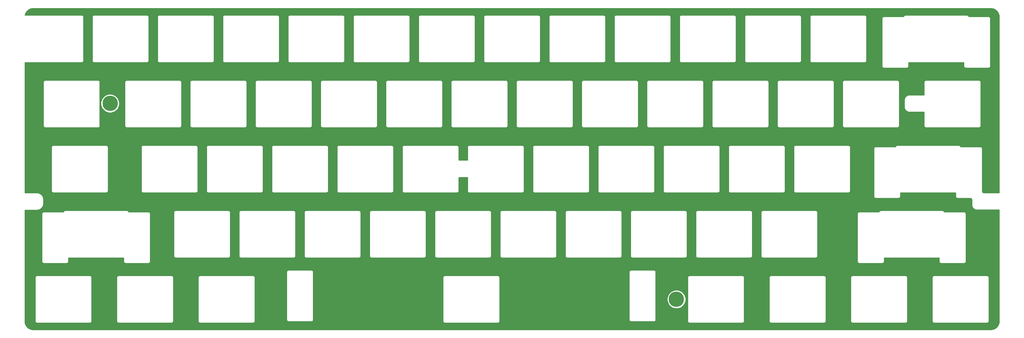
<source format=gbr>
G04 #@! TF.GenerationSoftware,KiCad,Pcbnew,(5.1.6-0-10_14)*
G04 #@! TF.CreationDate,2020-07-07T16:27:11+09:00*
G04 #@! TF.ProjectId,reviung61-top-plate,72657669-756e-4673-9631-2d746f702d70,1.0*
G04 #@! TF.SameCoordinates,Original*
G04 #@! TF.FileFunction,Copper,L2,Bot*
G04 #@! TF.FilePolarity,Positive*
%FSLAX46Y46*%
G04 Gerber Fmt 4.6, Leading zero omitted, Abs format (unit mm)*
G04 Created by KiCad (PCBNEW (5.1.6-0-10_14)) date 2020-07-07 16:27:11*
%MOMM*%
%LPD*%
G01*
G04 APERTURE LIST*
G04 #@! TA.AperFunction,ComponentPad*
%ADD10C,4.500000*%
G04 #@! TD*
G04 #@! TA.AperFunction,NonConductor*
%ADD11C,0.254000*%
G04 #@! TD*
G04 APERTURE END LIST*
D10*
X210760000Y-105650000D03*
X45410000Y-48350000D03*
D11*
G36*
X302622546Y-20552402D02*
G01*
X302748322Y-20561966D01*
X302872094Y-20577694D01*
X302993766Y-20599422D01*
X303113239Y-20626996D01*
X303230399Y-20660265D01*
X303345100Y-20699075D01*
X303457237Y-20743288D01*
X303566630Y-20792744D01*
X303673185Y-20847317D01*
X303776713Y-20906844D01*
X303877064Y-20971177D01*
X303974067Y-21040157D01*
X304067561Y-21113627D01*
X304157413Y-21191458D01*
X304243393Y-21273432D01*
X304325372Y-21359416D01*
X304403194Y-21449255D01*
X304476666Y-21542749D01*
X304545651Y-21639759D01*
X304609985Y-21740109D01*
X304669507Y-21843627D01*
X304724086Y-21950190D01*
X304773543Y-22059586D01*
X304817750Y-22171703D01*
X304856563Y-22286413D01*
X304889837Y-22403585D01*
X304917404Y-22523026D01*
X304939135Y-22644712D01*
X304954865Y-22768495D01*
X304964428Y-22894262D01*
X304967827Y-23028672D01*
X304967827Y-74455344D01*
X300514859Y-74455344D01*
X300452504Y-74452195D01*
X300412135Y-74446034D01*
X300339120Y-74425324D01*
X300276917Y-74397219D01*
X300219578Y-74360470D01*
X300168062Y-74315849D01*
X300123437Y-74264328D01*
X300086690Y-74206992D01*
X300058585Y-74144789D01*
X300037876Y-74071779D01*
X300031715Y-74031414D01*
X300028566Y-73969038D01*
X300028566Y-61521990D01*
X300023725Y-61472615D01*
X300019231Y-61423240D01*
X300018709Y-61421468D01*
X300018529Y-61419628D01*
X300004192Y-61372142D01*
X299990192Y-61324572D01*
X299989336Y-61322934D01*
X299988802Y-61321166D01*
X299965549Y-61277434D01*
X299942541Y-61233424D01*
X299941380Y-61231980D01*
X299940515Y-61230353D01*
X299909217Y-61191978D01*
X299878093Y-61153267D01*
X299876677Y-61152079D01*
X299875510Y-61150648D01*
X299837314Y-61119050D01*
X299799304Y-61087155D01*
X299797685Y-61086265D01*
X299796261Y-61085087D01*
X299752588Y-61061473D01*
X299709173Y-61037606D01*
X299707415Y-61037048D01*
X299705787Y-61036168D01*
X299658383Y-61021494D01*
X299611135Y-61006506D01*
X299609298Y-61006300D01*
X299607534Y-61005754D01*
X299558272Y-61000576D01*
X299508924Y-60995041D01*
X299505372Y-60995016D01*
X299505245Y-60995003D01*
X299505117Y-60995015D01*
X299501566Y-60994990D01*
X293698104Y-60994990D01*
X293691206Y-60972145D01*
X293677206Y-60924575D01*
X293676350Y-60922937D01*
X293675816Y-60921169D01*
X293652563Y-60877437D01*
X293629555Y-60833427D01*
X293628394Y-60831983D01*
X293627529Y-60830356D01*
X293596231Y-60791981D01*
X293565107Y-60753270D01*
X293563691Y-60752082D01*
X293562524Y-60750651D01*
X293524328Y-60719053D01*
X293486318Y-60687158D01*
X293484699Y-60686268D01*
X293483275Y-60685090D01*
X293439602Y-60661476D01*
X293396187Y-60637609D01*
X293394429Y-60637051D01*
X293392801Y-60636171D01*
X293345397Y-60621497D01*
X293298149Y-60606509D01*
X293296312Y-60606303D01*
X293294548Y-60605757D01*
X293245286Y-60600579D01*
X293195938Y-60595044D01*
X293192386Y-60595019D01*
X293192259Y-60595006D01*
X293192131Y-60595018D01*
X293188580Y-60594993D01*
X275188580Y-60594993D01*
X275139205Y-60599834D01*
X275089830Y-60604328D01*
X275088058Y-60604850D01*
X275086218Y-60605030D01*
X275038732Y-60619367D01*
X274991162Y-60633367D01*
X274989524Y-60634223D01*
X274987756Y-60634757D01*
X274944024Y-60658010D01*
X274900014Y-60681018D01*
X274898570Y-60682179D01*
X274896943Y-60683044D01*
X274858568Y-60714342D01*
X274819857Y-60745466D01*
X274818669Y-60746882D01*
X274817238Y-60748049D01*
X274785640Y-60786245D01*
X274753745Y-60824255D01*
X274752855Y-60825874D01*
X274751677Y-60827298D01*
X274728063Y-60870971D01*
X274704196Y-60914386D01*
X274703638Y-60916144D01*
X274702758Y-60917772D01*
X274688084Y-60965176D01*
X274678626Y-60994990D01*
X268875572Y-60994990D01*
X268826197Y-60999831D01*
X268776822Y-61004325D01*
X268775050Y-61004847D01*
X268773210Y-61005027D01*
X268725724Y-61019364D01*
X268678154Y-61033364D01*
X268676516Y-61034220D01*
X268674748Y-61034754D01*
X268631016Y-61058007D01*
X268587006Y-61081015D01*
X268585562Y-61082176D01*
X268583935Y-61083041D01*
X268545560Y-61114339D01*
X268506849Y-61145463D01*
X268505661Y-61146879D01*
X268504230Y-61148046D01*
X268472632Y-61186242D01*
X268440737Y-61224252D01*
X268439847Y-61225871D01*
X268438669Y-61227295D01*
X268415055Y-61270968D01*
X268391188Y-61314383D01*
X268390630Y-61316141D01*
X268389750Y-61317769D01*
X268375076Y-61365173D01*
X268360088Y-61412421D01*
X268359882Y-61414258D01*
X268359336Y-61416022D01*
X268354158Y-61465284D01*
X268348623Y-61514632D01*
X268348598Y-61518184D01*
X268348585Y-61518311D01*
X268348597Y-61518439D01*
X268348572Y-61521990D01*
X268348572Y-75521997D01*
X268353413Y-75571372D01*
X268357907Y-75620747D01*
X268358429Y-75622519D01*
X268358609Y-75624359D01*
X268372946Y-75671845D01*
X268386946Y-75719415D01*
X268387802Y-75721053D01*
X268388336Y-75722821D01*
X268411589Y-75766553D01*
X268434597Y-75810563D01*
X268435758Y-75812007D01*
X268436623Y-75813634D01*
X268467915Y-75852002D01*
X268499045Y-75890720D01*
X268500461Y-75891908D01*
X268501628Y-75893339D01*
X268539824Y-75924937D01*
X268577834Y-75956832D01*
X268579453Y-75957722D01*
X268580877Y-75958900D01*
X268624550Y-75982514D01*
X268667965Y-76006381D01*
X268669723Y-76006939D01*
X268671351Y-76007819D01*
X268718755Y-76022493D01*
X268766003Y-76037481D01*
X268767840Y-76037687D01*
X268769604Y-76038233D01*
X268818866Y-76043411D01*
X268868214Y-76048946D01*
X268871766Y-76048971D01*
X268871893Y-76048984D01*
X268872021Y-76048972D01*
X268875572Y-76048997D01*
X275625569Y-76048997D01*
X275674944Y-76044156D01*
X275724319Y-76039662D01*
X275726091Y-76039140D01*
X275727931Y-76038960D01*
X275775417Y-76024623D01*
X275822987Y-76010623D01*
X275824625Y-76009767D01*
X275826393Y-76009233D01*
X275870125Y-75985980D01*
X275914135Y-75962972D01*
X275915579Y-75961811D01*
X275917206Y-75960946D01*
X275955581Y-75929648D01*
X275994292Y-75898524D01*
X275995480Y-75897108D01*
X275996911Y-75895941D01*
X276028509Y-75857745D01*
X276060404Y-75819735D01*
X276061294Y-75818116D01*
X276062472Y-75816692D01*
X276086086Y-75773019D01*
X276109953Y-75729604D01*
X276110511Y-75727846D01*
X276111391Y-75726218D01*
X276126065Y-75678814D01*
X276141053Y-75631566D01*
X276141259Y-75629729D01*
X276141805Y-75627965D01*
X276146989Y-75578647D01*
X276152518Y-75529355D01*
X276152543Y-75525803D01*
X276152556Y-75525676D01*
X276152544Y-75525548D01*
X276152569Y-75521997D01*
X276152569Y-74449008D01*
X292224569Y-74449008D01*
X292224569Y-75521997D01*
X292229410Y-75571372D01*
X292233904Y-75620747D01*
X292234426Y-75622519D01*
X292234606Y-75624359D01*
X292248943Y-75671845D01*
X292262943Y-75719415D01*
X292263799Y-75721053D01*
X292264333Y-75722821D01*
X292287586Y-75766553D01*
X292310594Y-75810563D01*
X292311755Y-75812007D01*
X292312620Y-75813634D01*
X292343912Y-75852002D01*
X292375042Y-75890720D01*
X292376458Y-75891908D01*
X292377625Y-75893339D01*
X292415821Y-75924937D01*
X292453831Y-75956832D01*
X292455450Y-75957722D01*
X292456874Y-75958900D01*
X292500547Y-75982514D01*
X292543962Y-76006381D01*
X292545720Y-76006939D01*
X292547348Y-76007819D01*
X292594752Y-76022493D01*
X292642000Y-76037481D01*
X292643837Y-76037687D01*
X292645601Y-76038233D01*
X292694863Y-76043411D01*
X292744211Y-76048946D01*
X292747763Y-76048971D01*
X292747890Y-76048984D01*
X292748018Y-76048972D01*
X292751569Y-76048997D01*
X296481514Y-76048997D01*
X296543890Y-76052146D01*
X296584255Y-76058307D01*
X296657263Y-76079016D01*
X296719468Y-76107121D01*
X296776804Y-76143867D01*
X296828326Y-76188493D01*
X296872948Y-76240011D01*
X296909695Y-76297347D01*
X296937800Y-76359550D01*
X296958510Y-76432565D01*
X296964671Y-76472934D01*
X296967820Y-76535289D01*
X296967820Y-77982333D01*
X296968761Y-77991926D01*
X296968170Y-78001554D01*
X296968490Y-78008906D01*
X296973652Y-78111150D01*
X296977043Y-78133862D01*
X296977955Y-78156807D01*
X296979015Y-78164088D01*
X296994169Y-78263381D01*
X297001381Y-78291723D01*
X297006178Y-78320587D01*
X297008137Y-78327680D01*
X297048500Y-78469979D01*
X297061400Y-78502835D01*
X297072262Y-78536435D01*
X297075246Y-78543161D01*
X297135261Y-78675988D01*
X297152542Y-78706023D01*
X297167889Y-78737136D01*
X297171817Y-78743358D01*
X297249786Y-78865015D01*
X297270970Y-78891881D01*
X297290354Y-78920088D01*
X297295132Y-78925683D01*
X297389362Y-79034474D01*
X297414048Y-79057903D01*
X297437153Y-79082939D01*
X297442682Y-79087795D01*
X297551473Y-79182024D01*
X297579399Y-79201794D01*
X297605974Y-79223357D01*
X297612141Y-79227370D01*
X297733798Y-79305339D01*
X297764663Y-79321103D01*
X297794482Y-79338819D01*
X297801167Y-79341895D01*
X297933992Y-79401910D01*
X297967427Y-79413237D01*
X298000112Y-79426599D01*
X298007177Y-79428656D01*
X298149477Y-79469019D01*
X298178259Y-79474216D01*
X298206509Y-79481827D01*
X298213775Y-79482987D01*
X298313066Y-79498141D01*
X298335990Y-79499374D01*
X298358653Y-79503081D01*
X298366000Y-79503503D01*
X298468245Y-79508666D01*
X298477875Y-79508210D01*
X298487465Y-79509286D01*
X298494823Y-79509337D01*
X304967827Y-79509337D01*
X304967827Y-112015329D01*
X304964428Y-112149738D01*
X304954865Y-112275505D01*
X304939135Y-112399288D01*
X304917404Y-112520974D01*
X304889837Y-112640415D01*
X304856563Y-112757587D01*
X304817750Y-112872297D01*
X304773543Y-112984414D01*
X304724086Y-113093810D01*
X304669507Y-113200373D01*
X304609985Y-113303891D01*
X304545651Y-113404241D01*
X304476666Y-113501251D01*
X304403194Y-113594745D01*
X304325372Y-113684584D01*
X304243393Y-113770568D01*
X304157413Y-113852542D01*
X304067561Y-113930373D01*
X303974067Y-114003843D01*
X303877064Y-114072823D01*
X303776713Y-114137156D01*
X303673185Y-114196683D01*
X303566630Y-114251256D01*
X303457237Y-114300712D01*
X303345100Y-114344925D01*
X303230399Y-114383735D01*
X303113239Y-114417004D01*
X302993766Y-114444578D01*
X302872094Y-114466306D01*
X302748322Y-114482034D01*
X302622546Y-114491598D01*
X302488136Y-114494997D01*
X23001501Y-114494997D01*
X22867091Y-114491598D01*
X22741313Y-114482034D01*
X22617547Y-114466307D01*
X22495855Y-114444575D01*
X22376398Y-114417004D01*
X22259238Y-114383734D01*
X22144531Y-114344922D01*
X22032418Y-114300717D01*
X21923006Y-114251253D01*
X21816443Y-114196675D01*
X21712948Y-114137167D01*
X21612584Y-114072825D01*
X21515574Y-114003840D01*
X21422070Y-113930361D01*
X21332241Y-113852549D01*
X21246258Y-113770571D01*
X21164271Y-113684578D01*
X21086451Y-113594739D01*
X21012983Y-113501247D01*
X20944005Y-113404246D01*
X20879671Y-113303895D01*
X20820149Y-113200378D01*
X20765580Y-113093831D01*
X20716114Y-112984417D01*
X20671904Y-112872292D01*
X20633094Y-112757589D01*
X20599821Y-112640414D01*
X20572255Y-112520978D01*
X20550522Y-112399282D01*
X20534795Y-112275514D01*
X20525231Y-112149738D01*
X20521833Y-112015334D01*
X20521833Y-99221993D01*
X23496520Y-99221993D01*
X23499070Y-99247884D01*
X23499069Y-111996127D01*
X23496520Y-112022008D01*
X23506695Y-112125318D01*
X23536830Y-112224658D01*
X23576541Y-112298953D01*
X23585765Y-112316210D01*
X23651621Y-112396456D01*
X23731867Y-112462312D01*
X23823419Y-112511247D01*
X23922759Y-112541382D01*
X24026069Y-112551557D01*
X24051950Y-112549008D01*
X39500189Y-112549008D01*
X39526070Y-112551557D01*
X39629380Y-112541382D01*
X39728720Y-112511247D01*
X39820272Y-112462312D01*
X39900518Y-112396456D01*
X39966374Y-112316210D01*
X40015309Y-112224658D01*
X40045444Y-112125318D01*
X40053070Y-112047889D01*
X40053070Y-112047888D01*
X40055619Y-112022008D01*
X40053070Y-111996127D01*
X40053070Y-99247874D01*
X40055619Y-99221993D01*
X47309020Y-99221993D01*
X47311570Y-99247884D01*
X47311569Y-111996127D01*
X47309020Y-112022008D01*
X47319195Y-112125318D01*
X47349330Y-112224658D01*
X47389041Y-112298953D01*
X47398265Y-112316210D01*
X47464121Y-112396456D01*
X47544367Y-112462312D01*
X47635919Y-112511247D01*
X47735259Y-112541382D01*
X47838569Y-112551557D01*
X47864450Y-112549008D01*
X63312689Y-112549008D01*
X63338570Y-112551557D01*
X63441880Y-112541382D01*
X63541220Y-112511247D01*
X63632772Y-112462312D01*
X63713018Y-112396456D01*
X63778874Y-112316210D01*
X63827809Y-112224658D01*
X63857944Y-112125318D01*
X63865570Y-112047889D01*
X63865570Y-112047888D01*
X63868119Y-112022008D01*
X63865570Y-111996127D01*
X63865570Y-99247874D01*
X63868119Y-99221993D01*
X71121520Y-99221993D01*
X71124070Y-99247884D01*
X71124069Y-111996127D01*
X71121520Y-112022008D01*
X71131695Y-112125318D01*
X71161830Y-112224658D01*
X71201541Y-112298953D01*
X71210765Y-112316210D01*
X71276621Y-112396456D01*
X71356867Y-112462312D01*
X71448419Y-112511247D01*
X71547759Y-112541382D01*
X71651069Y-112551557D01*
X71676950Y-112549008D01*
X87125189Y-112549008D01*
X87151070Y-112551557D01*
X87254380Y-112541382D01*
X87353720Y-112511247D01*
X87445272Y-112462312D01*
X87525518Y-112396456D01*
X87591374Y-112316210D01*
X87640309Y-112224658D01*
X87670444Y-112125318D01*
X87678070Y-112047889D01*
X87678070Y-112047888D01*
X87680619Y-112022008D01*
X87678070Y-111996127D01*
X87678070Y-99247874D01*
X87680619Y-99221993D01*
X87670444Y-99118683D01*
X87640309Y-99019343D01*
X87591374Y-98927791D01*
X87525518Y-98847545D01*
X87445272Y-98781689D01*
X87353720Y-98732754D01*
X87254380Y-98702619D01*
X87176951Y-98694993D01*
X87151070Y-98692444D01*
X87125189Y-98694993D01*
X71676950Y-98694993D01*
X71651069Y-98692444D01*
X71625188Y-98694993D01*
X71547759Y-98702619D01*
X71448419Y-98732754D01*
X71356867Y-98781689D01*
X71276621Y-98847545D01*
X71210765Y-98927791D01*
X71161830Y-99019343D01*
X71131695Y-99118683D01*
X71121520Y-99221993D01*
X63868119Y-99221993D01*
X63857944Y-99118683D01*
X63827809Y-99019343D01*
X63778874Y-98927791D01*
X63713018Y-98847545D01*
X63632772Y-98781689D01*
X63541220Y-98732754D01*
X63441880Y-98702619D01*
X63364451Y-98694993D01*
X63338570Y-98692444D01*
X63312689Y-98694993D01*
X47864450Y-98694993D01*
X47838569Y-98692444D01*
X47812688Y-98694993D01*
X47735259Y-98702619D01*
X47635919Y-98732754D01*
X47544367Y-98781689D01*
X47464121Y-98847545D01*
X47398265Y-98927791D01*
X47349330Y-99019343D01*
X47319195Y-99118683D01*
X47309020Y-99221993D01*
X40055619Y-99221993D01*
X40045444Y-99118683D01*
X40015309Y-99019343D01*
X39966374Y-98927791D01*
X39900518Y-98847545D01*
X39820272Y-98781689D01*
X39728720Y-98732754D01*
X39629380Y-98702619D01*
X39551951Y-98694993D01*
X39526070Y-98692444D01*
X39500189Y-98694993D01*
X24051950Y-98694993D01*
X24026069Y-98692444D01*
X24000188Y-98694993D01*
X23922759Y-98702619D01*
X23823419Y-98732754D01*
X23731867Y-98781689D01*
X23651621Y-98847545D01*
X23585765Y-98927791D01*
X23536830Y-99019343D01*
X23506695Y-99118683D01*
X23496520Y-99221993D01*
X20521833Y-99221993D01*
X20521833Y-97627581D01*
X96934027Y-97627581D01*
X96936577Y-97653472D01*
X96936576Y-111601707D01*
X96934027Y-111627588D01*
X96944202Y-111730898D01*
X96974337Y-111830238D01*
X97015160Y-111906613D01*
X97023272Y-111921790D01*
X97089128Y-112002036D01*
X97169374Y-112067892D01*
X97260926Y-112116827D01*
X97360266Y-112146962D01*
X97463576Y-112157137D01*
X97489457Y-112154588D01*
X104187692Y-112154588D01*
X104213573Y-112157137D01*
X104316883Y-112146962D01*
X104416223Y-112116827D01*
X104507775Y-112067892D01*
X104588021Y-112002036D01*
X104653877Y-111921790D01*
X104702812Y-111830238D01*
X104732947Y-111730898D01*
X104740573Y-111653469D01*
X104740573Y-111653468D01*
X104743122Y-111627588D01*
X104740573Y-111601707D01*
X104740573Y-99221993D01*
X142559020Y-99221993D01*
X142561570Y-99247884D01*
X142561569Y-111996127D01*
X142559020Y-112022008D01*
X142569195Y-112125318D01*
X142599330Y-112224658D01*
X142639041Y-112298953D01*
X142648265Y-112316210D01*
X142714121Y-112396456D01*
X142794367Y-112462312D01*
X142885919Y-112511247D01*
X142985259Y-112541382D01*
X143088569Y-112551557D01*
X143114450Y-112549008D01*
X158562689Y-112549008D01*
X158588570Y-112551557D01*
X158691880Y-112541382D01*
X158791220Y-112511247D01*
X158882772Y-112462312D01*
X158963018Y-112396456D01*
X159028874Y-112316210D01*
X159077809Y-112224658D01*
X159107944Y-112125318D01*
X159115570Y-112047889D01*
X159115570Y-112047888D01*
X159118119Y-112022008D01*
X159115570Y-111996127D01*
X159115570Y-99247874D01*
X159118119Y-99221993D01*
X159107944Y-99118683D01*
X159077809Y-99019343D01*
X159028874Y-98927791D01*
X158963018Y-98847545D01*
X158882772Y-98781689D01*
X158791220Y-98732754D01*
X158691880Y-98702619D01*
X158614451Y-98694993D01*
X158588570Y-98692444D01*
X158562689Y-98694993D01*
X143114450Y-98694993D01*
X143088569Y-98692444D01*
X143062688Y-98694993D01*
X142985259Y-98702619D01*
X142885919Y-98732754D01*
X142794367Y-98781689D01*
X142714121Y-98847545D01*
X142648265Y-98927791D01*
X142599330Y-99019343D01*
X142569195Y-99118683D01*
X142559020Y-99221993D01*
X104740573Y-99221993D01*
X104740573Y-97653462D01*
X104743122Y-97627581D01*
X196934017Y-97627581D01*
X196936567Y-97653470D01*
X196936781Y-111601705D01*
X196934232Y-111627588D01*
X196944407Y-111730898D01*
X196974542Y-111830238D01*
X197023477Y-111921790D01*
X197089333Y-112002036D01*
X197169579Y-112067892D01*
X197261131Y-112116827D01*
X197261137Y-112116829D01*
X197261139Y-112116830D01*
X197285996Y-112124370D01*
X197360471Y-112146962D01*
X197360478Y-112146963D01*
X197360479Y-112146963D01*
X197371295Y-112148028D01*
X197437900Y-112154588D01*
X197437913Y-112154588D01*
X197463789Y-112157136D01*
X197489657Y-112154588D01*
X204187910Y-112154588D01*
X204213786Y-112157136D01*
X204239654Y-112154588D01*
X204239659Y-112154588D01*
X204317088Y-112146962D01*
X204416428Y-112116827D01*
X204507980Y-112067892D01*
X204588226Y-112002036D01*
X204654082Y-111921790D01*
X204703017Y-111830238D01*
X204703019Y-111830232D01*
X204703020Y-111830230D01*
X204720384Y-111772987D01*
X204733152Y-111730898D01*
X204743327Y-111627588D01*
X204740777Y-111601699D01*
X204740682Y-105381414D01*
X208033000Y-105381414D01*
X208033000Y-105918586D01*
X208137797Y-106445437D01*
X208343364Y-106941719D01*
X208641801Y-107388361D01*
X209021639Y-107768199D01*
X209468281Y-108066636D01*
X209964563Y-108272203D01*
X210491414Y-108377000D01*
X211028586Y-108377000D01*
X211555437Y-108272203D01*
X212051719Y-108066636D01*
X212498361Y-107768199D01*
X212878199Y-107388361D01*
X213176636Y-106941719D01*
X213382203Y-106445437D01*
X213487000Y-105918586D01*
X213487000Y-105381414D01*
X213382203Y-104854563D01*
X213176636Y-104358281D01*
X212878199Y-103911639D01*
X212498361Y-103531801D01*
X212051719Y-103233364D01*
X211555437Y-103027797D01*
X211028586Y-102923000D01*
X210491414Y-102923000D01*
X209964563Y-103027797D01*
X209468281Y-103233364D01*
X209021639Y-103531801D01*
X208641801Y-103911639D01*
X208343364Y-104358281D01*
X208137797Y-104854563D01*
X208033000Y-105381414D01*
X204740682Y-105381414D01*
X204740588Y-99221993D01*
X213996520Y-99221993D01*
X213999070Y-99247884D01*
X213999069Y-111996127D01*
X213996520Y-112022008D01*
X214006695Y-112125318D01*
X214036830Y-112224658D01*
X214076541Y-112298953D01*
X214085765Y-112316210D01*
X214151621Y-112396456D01*
X214231867Y-112462312D01*
X214323419Y-112511247D01*
X214422759Y-112541382D01*
X214526069Y-112551557D01*
X214551950Y-112549008D01*
X230000189Y-112549008D01*
X230026070Y-112551557D01*
X230129380Y-112541382D01*
X230228720Y-112511247D01*
X230320272Y-112462312D01*
X230400518Y-112396456D01*
X230466374Y-112316210D01*
X230515309Y-112224658D01*
X230545444Y-112125318D01*
X230553070Y-112047889D01*
X230553070Y-112047888D01*
X230555619Y-112022008D01*
X230553070Y-111996127D01*
X230553070Y-99247874D01*
X230555619Y-99221993D01*
X237809020Y-99221993D01*
X237811570Y-99247884D01*
X237811569Y-111996127D01*
X237809020Y-112022008D01*
X237819195Y-112125318D01*
X237849330Y-112224658D01*
X237889041Y-112298953D01*
X237898265Y-112316210D01*
X237964121Y-112396456D01*
X238044367Y-112462312D01*
X238135919Y-112511247D01*
X238235259Y-112541382D01*
X238338569Y-112551557D01*
X238364450Y-112549008D01*
X253812689Y-112549008D01*
X253838570Y-112551557D01*
X253941880Y-112541382D01*
X254041220Y-112511247D01*
X254132772Y-112462312D01*
X254213018Y-112396456D01*
X254278874Y-112316210D01*
X254327809Y-112224658D01*
X254357944Y-112125318D01*
X254365570Y-112047889D01*
X254365570Y-112047888D01*
X254368119Y-112022008D01*
X254365570Y-111996127D01*
X254365570Y-99247874D01*
X254368119Y-99221993D01*
X261621520Y-99221993D01*
X261624070Y-99247884D01*
X261624069Y-111996127D01*
X261621520Y-112022008D01*
X261631695Y-112125318D01*
X261661830Y-112224658D01*
X261701541Y-112298953D01*
X261710765Y-112316210D01*
X261776621Y-112396456D01*
X261856867Y-112462312D01*
X261948419Y-112511247D01*
X262047759Y-112541382D01*
X262151069Y-112551557D01*
X262176950Y-112549008D01*
X277625189Y-112549008D01*
X277651070Y-112551557D01*
X277754380Y-112541382D01*
X277853720Y-112511247D01*
X277945272Y-112462312D01*
X278025518Y-112396456D01*
X278091374Y-112316210D01*
X278140309Y-112224658D01*
X278170444Y-112125318D01*
X278178070Y-112047889D01*
X278178070Y-112047888D01*
X278180619Y-112022008D01*
X278178070Y-111996127D01*
X278178070Y-99247874D01*
X278180619Y-99221993D01*
X285434020Y-99221993D01*
X285436570Y-99247884D01*
X285436569Y-111996127D01*
X285434020Y-112022008D01*
X285444195Y-112125318D01*
X285474330Y-112224658D01*
X285514041Y-112298953D01*
X285523265Y-112316210D01*
X285589121Y-112396456D01*
X285669367Y-112462312D01*
X285760919Y-112511247D01*
X285860259Y-112541382D01*
X285963569Y-112551557D01*
X285989450Y-112549008D01*
X301437689Y-112549008D01*
X301463570Y-112551557D01*
X301566880Y-112541382D01*
X301666220Y-112511247D01*
X301757772Y-112462312D01*
X301838018Y-112396456D01*
X301903874Y-112316210D01*
X301952809Y-112224658D01*
X301982944Y-112125318D01*
X301990570Y-112047889D01*
X301990570Y-112047888D01*
X301993119Y-112022008D01*
X301990570Y-111996127D01*
X301990570Y-99247874D01*
X301993119Y-99221993D01*
X301982944Y-99118683D01*
X301952809Y-99019343D01*
X301903874Y-98927791D01*
X301838018Y-98847545D01*
X301757772Y-98781689D01*
X301666220Y-98732754D01*
X301566880Y-98702619D01*
X301489451Y-98694993D01*
X301463570Y-98692444D01*
X301437689Y-98694993D01*
X285989450Y-98694993D01*
X285963569Y-98692444D01*
X285937688Y-98694993D01*
X285860259Y-98702619D01*
X285760919Y-98732754D01*
X285669367Y-98781689D01*
X285589121Y-98847545D01*
X285523265Y-98927791D01*
X285474330Y-99019343D01*
X285444195Y-99118683D01*
X285434020Y-99221993D01*
X278180619Y-99221993D01*
X278170444Y-99118683D01*
X278140309Y-99019343D01*
X278091374Y-98927791D01*
X278025518Y-98847545D01*
X277945272Y-98781689D01*
X277853720Y-98732754D01*
X277754380Y-98702619D01*
X277676951Y-98694993D01*
X277651070Y-98692444D01*
X277625189Y-98694993D01*
X262176950Y-98694993D01*
X262151069Y-98692444D01*
X262125188Y-98694993D01*
X262047759Y-98702619D01*
X261948419Y-98732754D01*
X261856867Y-98781689D01*
X261776621Y-98847545D01*
X261710765Y-98927791D01*
X261661830Y-99019343D01*
X261631695Y-99118683D01*
X261621520Y-99221993D01*
X254368119Y-99221993D01*
X254357944Y-99118683D01*
X254327809Y-99019343D01*
X254278874Y-98927791D01*
X254213018Y-98847545D01*
X254132772Y-98781689D01*
X254041220Y-98732754D01*
X253941880Y-98702619D01*
X253864451Y-98694993D01*
X253838570Y-98692444D01*
X253812689Y-98694993D01*
X238364450Y-98694993D01*
X238338569Y-98692444D01*
X238312688Y-98694993D01*
X238235259Y-98702619D01*
X238135919Y-98732754D01*
X238044367Y-98781689D01*
X237964121Y-98847545D01*
X237898265Y-98927791D01*
X237849330Y-99019343D01*
X237819195Y-99118683D01*
X237809020Y-99221993D01*
X230555619Y-99221993D01*
X230545444Y-99118683D01*
X230515309Y-99019343D01*
X230466374Y-98927791D01*
X230400518Y-98847545D01*
X230320272Y-98781689D01*
X230228720Y-98732754D01*
X230129380Y-98702619D01*
X230051951Y-98694993D01*
X230026070Y-98692444D01*
X230000189Y-98694993D01*
X214551950Y-98694993D01*
X214526069Y-98692444D01*
X214500188Y-98694993D01*
X214422759Y-98702619D01*
X214323419Y-98732754D01*
X214231867Y-98781689D01*
X214151621Y-98847545D01*
X214085765Y-98927791D01*
X214036830Y-99019343D01*
X214006695Y-99118683D01*
X213996520Y-99221993D01*
X204740588Y-99221993D01*
X204740563Y-97653464D01*
X204743112Y-97627581D01*
X204732937Y-97524271D01*
X204702802Y-97424931D01*
X204653867Y-97333379D01*
X204588011Y-97253133D01*
X204507765Y-97187277D01*
X204416213Y-97138342D01*
X204416207Y-97138340D01*
X204416205Y-97138339D01*
X204387735Y-97129703D01*
X204316873Y-97108207D01*
X204316866Y-97108206D01*
X204316865Y-97108206D01*
X204306049Y-97107141D01*
X204239444Y-97100581D01*
X204239431Y-97100581D01*
X204213555Y-97098033D01*
X204187687Y-97100581D01*
X197489434Y-97100581D01*
X197463558Y-97098033D01*
X197437690Y-97100581D01*
X197437685Y-97100581D01*
X197360256Y-97108207D01*
X197260916Y-97138342D01*
X197169364Y-97187277D01*
X197089118Y-97253133D01*
X197023262Y-97333379D01*
X196974327Y-97424931D01*
X196974325Y-97424937D01*
X196974324Y-97424939D01*
X196965688Y-97453409D01*
X196944192Y-97524271D01*
X196934017Y-97627581D01*
X104743122Y-97627581D01*
X104732947Y-97524271D01*
X104702812Y-97424931D01*
X104653877Y-97333379D01*
X104588021Y-97253133D01*
X104507775Y-97187277D01*
X104416223Y-97138342D01*
X104316883Y-97108207D01*
X104239454Y-97100581D01*
X104213573Y-97098032D01*
X104187692Y-97100581D01*
X97489457Y-97100581D01*
X97463576Y-97098032D01*
X97437695Y-97100581D01*
X97360266Y-97108207D01*
X97260926Y-97138342D01*
X97169374Y-97187277D01*
X97089128Y-97253133D01*
X97023272Y-97333379D01*
X96974337Y-97424931D01*
X96944202Y-97524271D01*
X96934027Y-97627581D01*
X20521833Y-97627581D01*
X20521833Y-80571990D01*
X25458523Y-80571990D01*
X25461073Y-80597881D01*
X25461072Y-94546116D01*
X25458523Y-94571997D01*
X25468698Y-94675307D01*
X25498833Y-94774647D01*
X25547768Y-94866199D01*
X25613624Y-94946445D01*
X25693870Y-95012301D01*
X25785422Y-95061236D01*
X25884762Y-95091371D01*
X25988072Y-95101546D01*
X26013953Y-95098997D01*
X32712188Y-95098997D01*
X32738069Y-95101546D01*
X32841379Y-95091371D01*
X32940719Y-95061236D01*
X33032271Y-95012301D01*
X33112517Y-94946445D01*
X33178373Y-94866199D01*
X33227308Y-94774647D01*
X33257443Y-94675307D01*
X33265069Y-94597878D01*
X33265069Y-94597877D01*
X33267618Y-94571997D01*
X33265069Y-94546116D01*
X33265069Y-93499008D01*
X49337070Y-93499008D01*
X49337069Y-94546116D01*
X49334520Y-94571997D01*
X49344695Y-94675307D01*
X49374830Y-94774647D01*
X49423765Y-94866199D01*
X49489621Y-94946445D01*
X49569867Y-95012301D01*
X49661419Y-95061236D01*
X49760759Y-95091371D01*
X49864069Y-95101546D01*
X49889950Y-95098997D01*
X56588186Y-95098997D01*
X56614067Y-95101546D01*
X56717377Y-95091371D01*
X56816717Y-95061236D01*
X56908269Y-95012301D01*
X56988515Y-94946445D01*
X57054371Y-94866199D01*
X57103306Y-94774647D01*
X57133441Y-94675307D01*
X57141067Y-94597878D01*
X57141067Y-94597877D01*
X57143616Y-94571997D01*
X57141067Y-94546116D01*
X57141067Y-80597870D01*
X57143616Y-80571990D01*
X57133441Y-80468680D01*
X57103306Y-80369340D01*
X57054371Y-80277788D01*
X56988515Y-80197542D01*
X56957384Y-80171993D01*
X63964420Y-80171993D01*
X63966970Y-80197884D01*
X63966969Y-92946127D01*
X63964420Y-92972008D01*
X63974595Y-93075318D01*
X64004730Y-93174658D01*
X64053665Y-93266210D01*
X64119521Y-93346456D01*
X64199767Y-93412312D01*
X64291319Y-93461247D01*
X64390659Y-93491382D01*
X64493969Y-93501557D01*
X64519850Y-93499008D01*
X79968089Y-93499008D01*
X79993970Y-93501557D01*
X80097280Y-93491382D01*
X80196620Y-93461247D01*
X80288172Y-93412312D01*
X80368418Y-93346456D01*
X80434274Y-93266210D01*
X80483209Y-93174658D01*
X80513344Y-93075318D01*
X80520970Y-92997889D01*
X80520970Y-92997888D01*
X80523519Y-92972008D01*
X80520970Y-92946127D01*
X80520970Y-80197874D01*
X80523519Y-80171993D01*
X83014420Y-80171993D01*
X83016970Y-80197884D01*
X83016969Y-92946127D01*
X83014420Y-92972008D01*
X83024595Y-93075318D01*
X83054730Y-93174658D01*
X83103665Y-93266210D01*
X83169521Y-93346456D01*
X83249767Y-93412312D01*
X83341319Y-93461247D01*
X83440659Y-93491382D01*
X83543969Y-93501557D01*
X83569850Y-93499008D01*
X99018089Y-93499008D01*
X99043970Y-93501557D01*
X99147280Y-93491382D01*
X99246620Y-93461247D01*
X99338172Y-93412312D01*
X99418418Y-93346456D01*
X99484274Y-93266210D01*
X99533209Y-93174658D01*
X99563344Y-93075318D01*
X99570970Y-92997889D01*
X99570970Y-92997888D01*
X99573519Y-92972008D01*
X99570970Y-92946127D01*
X99570970Y-80197874D01*
X99573519Y-80171993D01*
X102064420Y-80171993D01*
X102066970Y-80197884D01*
X102066969Y-92946127D01*
X102064420Y-92972008D01*
X102074595Y-93075318D01*
X102104730Y-93174658D01*
X102153665Y-93266210D01*
X102219521Y-93346456D01*
X102299767Y-93412312D01*
X102391319Y-93461247D01*
X102490659Y-93491382D01*
X102593969Y-93501557D01*
X102619850Y-93499008D01*
X118068089Y-93499008D01*
X118093970Y-93501557D01*
X118197280Y-93491382D01*
X118296620Y-93461247D01*
X118388172Y-93412312D01*
X118468418Y-93346456D01*
X118534274Y-93266210D01*
X118583209Y-93174658D01*
X118613344Y-93075318D01*
X118620970Y-92997889D01*
X118620970Y-92997888D01*
X118623519Y-92972008D01*
X118620970Y-92946127D01*
X118620970Y-80197874D01*
X118623519Y-80171993D01*
X121114420Y-80171993D01*
X121116970Y-80197884D01*
X121116969Y-92946127D01*
X121114420Y-92972008D01*
X121124595Y-93075318D01*
X121154730Y-93174658D01*
X121203665Y-93266210D01*
X121269521Y-93346456D01*
X121349767Y-93412312D01*
X121441319Y-93461247D01*
X121540659Y-93491382D01*
X121643969Y-93501557D01*
X121669850Y-93499008D01*
X137118089Y-93499008D01*
X137143970Y-93501557D01*
X137247280Y-93491382D01*
X137346620Y-93461247D01*
X137438172Y-93412312D01*
X137518418Y-93346456D01*
X137584274Y-93266210D01*
X137633209Y-93174658D01*
X137663344Y-93075318D01*
X137670970Y-92997889D01*
X137670970Y-92997888D01*
X137673519Y-92972008D01*
X137670970Y-92946127D01*
X137670970Y-80197874D01*
X137673519Y-80171993D01*
X140164420Y-80171993D01*
X140166970Y-80197884D01*
X140166969Y-92946127D01*
X140164420Y-92972008D01*
X140174595Y-93075318D01*
X140204730Y-93174658D01*
X140253665Y-93266210D01*
X140319521Y-93346456D01*
X140399767Y-93412312D01*
X140491319Y-93461247D01*
X140590659Y-93491382D01*
X140693969Y-93501557D01*
X140719850Y-93499008D01*
X156168089Y-93499008D01*
X156193970Y-93501557D01*
X156297280Y-93491382D01*
X156396620Y-93461247D01*
X156488172Y-93412312D01*
X156568418Y-93346456D01*
X156634274Y-93266210D01*
X156683209Y-93174658D01*
X156713344Y-93075318D01*
X156720970Y-92997889D01*
X156720970Y-92997888D01*
X156723519Y-92972008D01*
X156720970Y-92946127D01*
X156720970Y-80197874D01*
X156723519Y-80171993D01*
X159214420Y-80171993D01*
X159216970Y-80197884D01*
X159216969Y-92946127D01*
X159214420Y-92972008D01*
X159224595Y-93075318D01*
X159254730Y-93174658D01*
X159303665Y-93266210D01*
X159369521Y-93346456D01*
X159449767Y-93412312D01*
X159541319Y-93461247D01*
X159640659Y-93491382D01*
X159743969Y-93501557D01*
X159769850Y-93499008D01*
X175218089Y-93499008D01*
X175243970Y-93501557D01*
X175347280Y-93491382D01*
X175446620Y-93461247D01*
X175538172Y-93412312D01*
X175618418Y-93346456D01*
X175684274Y-93266210D01*
X175733209Y-93174658D01*
X175763344Y-93075318D01*
X175770970Y-92997889D01*
X175770970Y-92997888D01*
X175773519Y-92972008D01*
X175770970Y-92946127D01*
X175770970Y-80197874D01*
X175773519Y-80171993D01*
X178264420Y-80171993D01*
X178266970Y-80197884D01*
X178266969Y-92946127D01*
X178264420Y-92972008D01*
X178274595Y-93075318D01*
X178304730Y-93174658D01*
X178353665Y-93266210D01*
X178419521Y-93346456D01*
X178499767Y-93412312D01*
X178591319Y-93461247D01*
X178690659Y-93491382D01*
X178793969Y-93501557D01*
X178819850Y-93499008D01*
X194268089Y-93499008D01*
X194293970Y-93501557D01*
X194397280Y-93491382D01*
X194496620Y-93461247D01*
X194588172Y-93412312D01*
X194668418Y-93346456D01*
X194734274Y-93266210D01*
X194783209Y-93174658D01*
X194813344Y-93075318D01*
X194820970Y-92997889D01*
X194820970Y-92997888D01*
X194823519Y-92972008D01*
X194820970Y-92946127D01*
X194820970Y-80197874D01*
X194823519Y-80171993D01*
X197314420Y-80171993D01*
X197316970Y-80197884D01*
X197316969Y-92946127D01*
X197314420Y-92972008D01*
X197324595Y-93075318D01*
X197354730Y-93174658D01*
X197403665Y-93266210D01*
X197469521Y-93346456D01*
X197549767Y-93412312D01*
X197641319Y-93461247D01*
X197740659Y-93491382D01*
X197843969Y-93501557D01*
X197869850Y-93499008D01*
X213318089Y-93499008D01*
X213343970Y-93501557D01*
X213447280Y-93491382D01*
X213546620Y-93461247D01*
X213638172Y-93412312D01*
X213718418Y-93346456D01*
X213784274Y-93266210D01*
X213833209Y-93174658D01*
X213863344Y-93075318D01*
X213870970Y-92997889D01*
X213870970Y-92997888D01*
X213873519Y-92972008D01*
X213870970Y-92946127D01*
X213870970Y-80197874D01*
X213873519Y-80171993D01*
X216364420Y-80171993D01*
X216366970Y-80197884D01*
X216366969Y-92946127D01*
X216364420Y-92972008D01*
X216374595Y-93075318D01*
X216404730Y-93174658D01*
X216453665Y-93266210D01*
X216519521Y-93346456D01*
X216599767Y-93412312D01*
X216691319Y-93461247D01*
X216790659Y-93491382D01*
X216893969Y-93501557D01*
X216919850Y-93499008D01*
X232368089Y-93499008D01*
X232393970Y-93501557D01*
X232497280Y-93491382D01*
X232596620Y-93461247D01*
X232688172Y-93412312D01*
X232768418Y-93346456D01*
X232834274Y-93266210D01*
X232883209Y-93174658D01*
X232913344Y-93075318D01*
X232920970Y-92997889D01*
X232920970Y-92997888D01*
X232923519Y-92972008D01*
X232920970Y-92946127D01*
X232920970Y-80197874D01*
X232923519Y-80171993D01*
X235414420Y-80171993D01*
X235416970Y-80197884D01*
X235416969Y-92946127D01*
X235414420Y-92972008D01*
X235424595Y-93075318D01*
X235454730Y-93174658D01*
X235503665Y-93266210D01*
X235569521Y-93346456D01*
X235649767Y-93412312D01*
X235741319Y-93461247D01*
X235840659Y-93491382D01*
X235943969Y-93501557D01*
X235969850Y-93499008D01*
X251418089Y-93499008D01*
X251443970Y-93501557D01*
X251547280Y-93491382D01*
X251646620Y-93461247D01*
X251738172Y-93412312D01*
X251818418Y-93346456D01*
X251884274Y-93266210D01*
X251933209Y-93174658D01*
X251963344Y-93075318D01*
X251970970Y-92997889D01*
X251970970Y-92997888D01*
X251973519Y-92972008D01*
X251970970Y-92946127D01*
X251970970Y-80571990D01*
X263583523Y-80571990D01*
X263586073Y-80597881D01*
X263586072Y-94546116D01*
X263583523Y-94571997D01*
X263593698Y-94675307D01*
X263623833Y-94774647D01*
X263672768Y-94866199D01*
X263738624Y-94946445D01*
X263818870Y-95012301D01*
X263910422Y-95061236D01*
X264009762Y-95091371D01*
X264113072Y-95101546D01*
X264138953Y-95098997D01*
X270837188Y-95098997D01*
X270863069Y-95101546D01*
X270966379Y-95091371D01*
X271065719Y-95061236D01*
X271157271Y-95012301D01*
X271237517Y-94946445D01*
X271303373Y-94866199D01*
X271352308Y-94774647D01*
X271382443Y-94675307D01*
X271390069Y-94597878D01*
X271390069Y-94597877D01*
X271392618Y-94571997D01*
X271390069Y-94546116D01*
X271390069Y-93499008D01*
X287462070Y-93499008D01*
X287462069Y-94546116D01*
X287459520Y-94571997D01*
X287469695Y-94675307D01*
X287499830Y-94774647D01*
X287548765Y-94866199D01*
X287614621Y-94946445D01*
X287694867Y-95012301D01*
X287786419Y-95061236D01*
X287885759Y-95091371D01*
X287989069Y-95101546D01*
X288014950Y-95098997D01*
X294713185Y-95098997D01*
X294739066Y-95101546D01*
X294842376Y-95091371D01*
X294941716Y-95061236D01*
X295033268Y-95012301D01*
X295113514Y-94946445D01*
X295179370Y-94866199D01*
X295228305Y-94774647D01*
X295258440Y-94675307D01*
X295266066Y-94597878D01*
X295266066Y-94597877D01*
X295268615Y-94571997D01*
X295266066Y-94546116D01*
X295266066Y-80597870D01*
X295268615Y-80571990D01*
X295258440Y-80468680D01*
X295228305Y-80369340D01*
X295179370Y-80277788D01*
X295113514Y-80197542D01*
X295033268Y-80131686D01*
X294941716Y-80082751D01*
X294842376Y-80052616D01*
X294764947Y-80044990D01*
X294739066Y-80042441D01*
X294713185Y-80044990D01*
X288938267Y-80044990D01*
X288915319Y-79969343D01*
X288866384Y-79877791D01*
X288800528Y-79797545D01*
X288720282Y-79731689D01*
X288628730Y-79682754D01*
X288529390Y-79652619D01*
X288451961Y-79644993D01*
X288426080Y-79642444D01*
X288400199Y-79644993D01*
X270451961Y-79644993D01*
X270426080Y-79642444D01*
X270400199Y-79644993D01*
X270322770Y-79652619D01*
X270223430Y-79682754D01*
X270131878Y-79731689D01*
X270051632Y-79797545D01*
X269985776Y-79877791D01*
X269936841Y-79969343D01*
X269913893Y-80044990D01*
X264138953Y-80044990D01*
X264113072Y-80042441D01*
X264087191Y-80044990D01*
X264009762Y-80052616D01*
X263910422Y-80082751D01*
X263818870Y-80131686D01*
X263738624Y-80197542D01*
X263672768Y-80277788D01*
X263623833Y-80369340D01*
X263593698Y-80468680D01*
X263583523Y-80571990D01*
X251970970Y-80571990D01*
X251970970Y-80197874D01*
X251973519Y-80171993D01*
X251963344Y-80068683D01*
X251933209Y-79969343D01*
X251884274Y-79877791D01*
X251818418Y-79797545D01*
X251738172Y-79731689D01*
X251646620Y-79682754D01*
X251547280Y-79652619D01*
X251469851Y-79644993D01*
X251443970Y-79642444D01*
X251418089Y-79644993D01*
X235969850Y-79644993D01*
X235943969Y-79642444D01*
X235918088Y-79644993D01*
X235840659Y-79652619D01*
X235741319Y-79682754D01*
X235649767Y-79731689D01*
X235569521Y-79797545D01*
X235503665Y-79877791D01*
X235454730Y-79969343D01*
X235424595Y-80068683D01*
X235414420Y-80171993D01*
X232923519Y-80171993D01*
X232913344Y-80068683D01*
X232883209Y-79969343D01*
X232834274Y-79877791D01*
X232768418Y-79797545D01*
X232688172Y-79731689D01*
X232596620Y-79682754D01*
X232497280Y-79652619D01*
X232419851Y-79644993D01*
X232393970Y-79642444D01*
X232368089Y-79644993D01*
X216919850Y-79644993D01*
X216893969Y-79642444D01*
X216868088Y-79644993D01*
X216790659Y-79652619D01*
X216691319Y-79682754D01*
X216599767Y-79731689D01*
X216519521Y-79797545D01*
X216453665Y-79877791D01*
X216404730Y-79969343D01*
X216374595Y-80068683D01*
X216364420Y-80171993D01*
X213873519Y-80171993D01*
X213863344Y-80068683D01*
X213833209Y-79969343D01*
X213784274Y-79877791D01*
X213718418Y-79797545D01*
X213638172Y-79731689D01*
X213546620Y-79682754D01*
X213447280Y-79652619D01*
X213369851Y-79644993D01*
X213343970Y-79642444D01*
X213318089Y-79644993D01*
X197869850Y-79644993D01*
X197843969Y-79642444D01*
X197818088Y-79644993D01*
X197740659Y-79652619D01*
X197641319Y-79682754D01*
X197549767Y-79731689D01*
X197469521Y-79797545D01*
X197403665Y-79877791D01*
X197354730Y-79969343D01*
X197324595Y-80068683D01*
X197314420Y-80171993D01*
X194823519Y-80171993D01*
X194813344Y-80068683D01*
X194783209Y-79969343D01*
X194734274Y-79877791D01*
X194668418Y-79797545D01*
X194588172Y-79731689D01*
X194496620Y-79682754D01*
X194397280Y-79652619D01*
X194319851Y-79644993D01*
X194293970Y-79642444D01*
X194268089Y-79644993D01*
X178819850Y-79644993D01*
X178793969Y-79642444D01*
X178768088Y-79644993D01*
X178690659Y-79652619D01*
X178591319Y-79682754D01*
X178499767Y-79731689D01*
X178419521Y-79797545D01*
X178353665Y-79877791D01*
X178304730Y-79969343D01*
X178274595Y-80068683D01*
X178264420Y-80171993D01*
X175773519Y-80171993D01*
X175763344Y-80068683D01*
X175733209Y-79969343D01*
X175684274Y-79877791D01*
X175618418Y-79797545D01*
X175538172Y-79731689D01*
X175446620Y-79682754D01*
X175347280Y-79652619D01*
X175269851Y-79644993D01*
X175243970Y-79642444D01*
X175218089Y-79644993D01*
X159769850Y-79644993D01*
X159743969Y-79642444D01*
X159718088Y-79644993D01*
X159640659Y-79652619D01*
X159541319Y-79682754D01*
X159449767Y-79731689D01*
X159369521Y-79797545D01*
X159303665Y-79877791D01*
X159254730Y-79969343D01*
X159224595Y-80068683D01*
X159214420Y-80171993D01*
X156723519Y-80171993D01*
X156713344Y-80068683D01*
X156683209Y-79969343D01*
X156634274Y-79877791D01*
X156568418Y-79797545D01*
X156488172Y-79731689D01*
X156396620Y-79682754D01*
X156297280Y-79652619D01*
X156219851Y-79644993D01*
X156193970Y-79642444D01*
X156168089Y-79644993D01*
X140719850Y-79644993D01*
X140693969Y-79642444D01*
X140668088Y-79644993D01*
X140590659Y-79652619D01*
X140491319Y-79682754D01*
X140399767Y-79731689D01*
X140319521Y-79797545D01*
X140253665Y-79877791D01*
X140204730Y-79969343D01*
X140174595Y-80068683D01*
X140164420Y-80171993D01*
X137673519Y-80171993D01*
X137663344Y-80068683D01*
X137633209Y-79969343D01*
X137584274Y-79877791D01*
X137518418Y-79797545D01*
X137438172Y-79731689D01*
X137346620Y-79682754D01*
X137247280Y-79652619D01*
X137169851Y-79644993D01*
X137143970Y-79642444D01*
X137118089Y-79644993D01*
X121669850Y-79644993D01*
X121643969Y-79642444D01*
X121618088Y-79644993D01*
X121540659Y-79652619D01*
X121441319Y-79682754D01*
X121349767Y-79731689D01*
X121269521Y-79797545D01*
X121203665Y-79877791D01*
X121154730Y-79969343D01*
X121124595Y-80068683D01*
X121114420Y-80171993D01*
X118623519Y-80171993D01*
X118613344Y-80068683D01*
X118583209Y-79969343D01*
X118534274Y-79877791D01*
X118468418Y-79797545D01*
X118388172Y-79731689D01*
X118296620Y-79682754D01*
X118197280Y-79652619D01*
X118119851Y-79644993D01*
X118093970Y-79642444D01*
X118068089Y-79644993D01*
X102619850Y-79644993D01*
X102593969Y-79642444D01*
X102568088Y-79644993D01*
X102490659Y-79652619D01*
X102391319Y-79682754D01*
X102299767Y-79731689D01*
X102219521Y-79797545D01*
X102153665Y-79877791D01*
X102104730Y-79969343D01*
X102074595Y-80068683D01*
X102064420Y-80171993D01*
X99573519Y-80171993D01*
X99563344Y-80068683D01*
X99533209Y-79969343D01*
X99484274Y-79877791D01*
X99418418Y-79797545D01*
X99338172Y-79731689D01*
X99246620Y-79682754D01*
X99147280Y-79652619D01*
X99069851Y-79644993D01*
X99043970Y-79642444D01*
X99018089Y-79644993D01*
X83569850Y-79644993D01*
X83543969Y-79642444D01*
X83518088Y-79644993D01*
X83440659Y-79652619D01*
X83341319Y-79682754D01*
X83249767Y-79731689D01*
X83169521Y-79797545D01*
X83103665Y-79877791D01*
X83054730Y-79969343D01*
X83024595Y-80068683D01*
X83014420Y-80171993D01*
X80523519Y-80171993D01*
X80513344Y-80068683D01*
X80483209Y-79969343D01*
X80434274Y-79877791D01*
X80368418Y-79797545D01*
X80288172Y-79731689D01*
X80196620Y-79682754D01*
X80097280Y-79652619D01*
X80019851Y-79644993D01*
X79993970Y-79642444D01*
X79968089Y-79644993D01*
X64519850Y-79644993D01*
X64493969Y-79642444D01*
X64468088Y-79644993D01*
X64390659Y-79652619D01*
X64291319Y-79682754D01*
X64199767Y-79731689D01*
X64119521Y-79797545D01*
X64053665Y-79877791D01*
X64004730Y-79969343D01*
X63974595Y-80068683D01*
X63964420Y-80171993D01*
X56957384Y-80171993D01*
X56908269Y-80131686D01*
X56816717Y-80082751D01*
X56717377Y-80052616D01*
X56639948Y-80044990D01*
X56614067Y-80042441D01*
X56588186Y-80044990D01*
X50813267Y-80044990D01*
X50790319Y-79969343D01*
X50741384Y-79877791D01*
X50675528Y-79797545D01*
X50595282Y-79731689D01*
X50503730Y-79682754D01*
X50404390Y-79652619D01*
X50326961Y-79644993D01*
X50301080Y-79642444D01*
X50275199Y-79644993D01*
X32326961Y-79644993D01*
X32301080Y-79642444D01*
X32275199Y-79644993D01*
X32197770Y-79652619D01*
X32098430Y-79682754D01*
X32006878Y-79731689D01*
X31926632Y-79797545D01*
X31860776Y-79877791D01*
X31811841Y-79969343D01*
X31788893Y-80044990D01*
X26013953Y-80044990D01*
X25988072Y-80042441D01*
X25962191Y-80044990D01*
X25884762Y-80052616D01*
X25785422Y-80082751D01*
X25693870Y-80131686D01*
X25613624Y-80197542D01*
X25547768Y-80277788D01*
X25498833Y-80369340D01*
X25468698Y-80468680D01*
X25458523Y-80571990D01*
X20521833Y-80571990D01*
X20521833Y-79526993D01*
X24040000Y-79526993D01*
X24049594Y-79526052D01*
X24059227Y-79526643D01*
X24066578Y-79526322D01*
X24209716Y-79519094D01*
X24232421Y-79515705D01*
X24255367Y-79514792D01*
X24262649Y-79513733D01*
X24401655Y-79492518D01*
X24423707Y-79486906D01*
X24446243Y-79483731D01*
X24453382Y-79481948D01*
X24587549Y-79447450D01*
X24608668Y-79439755D01*
X24630516Y-79434428D01*
X24637443Y-79431947D01*
X24766069Y-79384870D01*
X24786058Y-79375248D01*
X24806998Y-79367907D01*
X24813649Y-79364759D01*
X24936028Y-79305807D01*
X24954741Y-79294420D01*
X24974623Y-79285200D01*
X24980938Y-79281423D01*
X25096369Y-79211299D01*
X25113714Y-79198286D01*
X25132424Y-79187314D01*
X25138347Y-79182948D01*
X25246124Y-79102355D01*
X25262029Y-79087837D01*
X25279491Y-79075213D01*
X25284970Y-79070302D01*
X25384391Y-78979945D01*
X25398810Y-78964006D01*
X25414948Y-78949812D01*
X25419934Y-78944401D01*
X25510293Y-78844984D01*
X25523157Y-78827705D01*
X25537902Y-78811997D01*
X25542350Y-78806135D01*
X25622944Y-78698360D01*
X25634171Y-78679813D01*
X25647428Y-78662649D01*
X25651292Y-78656387D01*
X25721419Y-78540959D01*
X25730914Y-78521213D01*
X25742567Y-78502652D01*
X25745806Y-78496045D01*
X25804760Y-78373666D01*
X25812392Y-78352834D01*
X25822294Y-78332977D01*
X25824871Y-78326085D01*
X25871949Y-78197461D01*
X25877578Y-78175702D01*
X25885572Y-78154679D01*
X25887454Y-78147566D01*
X25921952Y-78013400D01*
X25925441Y-77990917D01*
X25931363Y-77968934D01*
X25932523Y-77961668D01*
X25953739Y-77822663D01*
X25954971Y-77799736D01*
X25958678Y-77777080D01*
X25959100Y-77769734D01*
X25966329Y-77626596D01*
X25965873Y-77616963D01*
X25966949Y-77607372D01*
X25967000Y-77600014D01*
X25967000Y-76400001D01*
X25966059Y-76390400D01*
X25966649Y-76380771D01*
X25966329Y-76373420D01*
X25959100Y-76230277D01*
X25955710Y-76207573D01*
X25954798Y-76184630D01*
X25953739Y-76177349D01*
X25932524Y-76038340D01*
X25926911Y-76016283D01*
X25923736Y-75993750D01*
X25921953Y-75986611D01*
X25887454Y-75852441D01*
X25879758Y-75831319D01*
X25874431Y-75809472D01*
X25871950Y-75802545D01*
X25824872Y-75673919D01*
X25815251Y-75653931D01*
X25807908Y-75632988D01*
X25804761Y-75626337D01*
X25745807Y-75503957D01*
X25734420Y-75485244D01*
X25725199Y-75465361D01*
X25721422Y-75459046D01*
X25651295Y-75343615D01*
X25638279Y-75326267D01*
X25627310Y-75307562D01*
X25622945Y-75301639D01*
X25542351Y-75193863D01*
X25527828Y-75177952D01*
X25515206Y-75160494D01*
X25510295Y-75155014D01*
X25419936Y-75055595D01*
X25403999Y-75041178D01*
X25389803Y-75025038D01*
X25384392Y-75020052D01*
X25284972Y-74929694D01*
X25267696Y-74916833D01*
X25251988Y-74902088D01*
X25246126Y-74897641D01*
X25138349Y-74817047D01*
X25119804Y-74805821D01*
X25102631Y-74792558D01*
X25096369Y-74788694D01*
X24980938Y-74718570D01*
X24961201Y-74709080D01*
X24942638Y-74697426D01*
X24936031Y-74694187D01*
X24813653Y-74635234D01*
X24792819Y-74627601D01*
X24772961Y-74617699D01*
X24766069Y-74615122D01*
X24637443Y-74568045D01*
X24615676Y-74562415D01*
X24594662Y-74554424D01*
X24587549Y-74552542D01*
X24453382Y-74518044D01*
X24430895Y-74514555D01*
X24408921Y-74508635D01*
X24401655Y-74507474D01*
X24262649Y-74486259D01*
X24239723Y-74485027D01*
X24217059Y-74481319D01*
X24209713Y-74480897D01*
X24066574Y-74473670D01*
X24056941Y-74474126D01*
X24047358Y-74473051D01*
X24040000Y-74473000D01*
X20521833Y-74473000D01*
X20521833Y-61121993D01*
X28259020Y-61121993D01*
X28261570Y-61147884D01*
X28261569Y-73896127D01*
X28259020Y-73922008D01*
X28269195Y-74025318D01*
X28299330Y-74124658D01*
X28348265Y-74216210D01*
X28414121Y-74296456D01*
X28494367Y-74362312D01*
X28585919Y-74411247D01*
X28685259Y-74441382D01*
X28760069Y-74448750D01*
X28788569Y-74451557D01*
X28814450Y-74449008D01*
X44262689Y-74449008D01*
X44288570Y-74451557D01*
X44317071Y-74448750D01*
X44391880Y-74441382D01*
X44491220Y-74411247D01*
X44582772Y-74362312D01*
X44663018Y-74296456D01*
X44728874Y-74216210D01*
X44777809Y-74124658D01*
X44807944Y-74025318D01*
X44818119Y-73922008D01*
X44815570Y-73896127D01*
X44815570Y-61147874D01*
X44818119Y-61121993D01*
X54464504Y-61121993D01*
X54467054Y-61147884D01*
X54467053Y-73896127D01*
X54464504Y-73922008D01*
X54474679Y-74025318D01*
X54504814Y-74124658D01*
X54553749Y-74216210D01*
X54619605Y-74296456D01*
X54699851Y-74362312D01*
X54791403Y-74411247D01*
X54890743Y-74441382D01*
X54965553Y-74448750D01*
X54994053Y-74451557D01*
X55019934Y-74449008D01*
X70468174Y-74449008D01*
X70494055Y-74451557D01*
X70522556Y-74448750D01*
X70597365Y-74441382D01*
X70696705Y-74411247D01*
X70788257Y-74362312D01*
X70868503Y-74296456D01*
X70934359Y-74216210D01*
X70983294Y-74124658D01*
X71013429Y-74025318D01*
X71023604Y-73922008D01*
X71021055Y-73896127D01*
X71021055Y-61147874D01*
X71023604Y-61121993D01*
X73514504Y-61121993D01*
X73517054Y-61147884D01*
X73517053Y-73896127D01*
X73514504Y-73922008D01*
X73524679Y-74025318D01*
X73554814Y-74124658D01*
X73603749Y-74216210D01*
X73669605Y-74296456D01*
X73749851Y-74362312D01*
X73841403Y-74411247D01*
X73940743Y-74441382D01*
X74015553Y-74448750D01*
X74044053Y-74451557D01*
X74069934Y-74449008D01*
X89518174Y-74449008D01*
X89544055Y-74451557D01*
X89572556Y-74448750D01*
X89647365Y-74441382D01*
X89746705Y-74411247D01*
X89838257Y-74362312D01*
X89918503Y-74296456D01*
X89984359Y-74216210D01*
X90033294Y-74124658D01*
X90063429Y-74025318D01*
X90073604Y-73922008D01*
X90071055Y-73896127D01*
X90071055Y-61147874D01*
X90073604Y-61121993D01*
X92564504Y-61121993D01*
X92567054Y-61147884D01*
X92567053Y-73896127D01*
X92564504Y-73922008D01*
X92574679Y-74025318D01*
X92604814Y-74124658D01*
X92653749Y-74216210D01*
X92719605Y-74296456D01*
X92799851Y-74362312D01*
X92891403Y-74411247D01*
X92990743Y-74441382D01*
X93065553Y-74448750D01*
X93094053Y-74451557D01*
X93119934Y-74449008D01*
X108568174Y-74449008D01*
X108594055Y-74451557D01*
X108622556Y-74448750D01*
X108697365Y-74441382D01*
X108796705Y-74411247D01*
X108888257Y-74362312D01*
X108968503Y-74296456D01*
X109034359Y-74216210D01*
X109083294Y-74124658D01*
X109113429Y-74025318D01*
X109123604Y-73922008D01*
X109121055Y-73896127D01*
X109121055Y-61147874D01*
X109123604Y-61121993D01*
X111614504Y-61121993D01*
X111617054Y-61147884D01*
X111617053Y-73896127D01*
X111614504Y-73922008D01*
X111624679Y-74025318D01*
X111654814Y-74124658D01*
X111703749Y-74216210D01*
X111769605Y-74296456D01*
X111849851Y-74362312D01*
X111941403Y-74411247D01*
X112040743Y-74441382D01*
X112115553Y-74448750D01*
X112144053Y-74451557D01*
X112169934Y-74449008D01*
X127618174Y-74449008D01*
X127644055Y-74451557D01*
X127672556Y-74448750D01*
X127747365Y-74441382D01*
X127846705Y-74411247D01*
X127938257Y-74362312D01*
X128018503Y-74296456D01*
X128084359Y-74216210D01*
X128133294Y-74124658D01*
X128163429Y-74025318D01*
X128173604Y-73922008D01*
X128171055Y-73896127D01*
X128171055Y-61147874D01*
X128173604Y-61121993D01*
X130664504Y-61121993D01*
X130667054Y-61147884D01*
X130667053Y-73896127D01*
X130664504Y-73922008D01*
X130674679Y-74025318D01*
X130704814Y-74124658D01*
X130753749Y-74216210D01*
X130819605Y-74296456D01*
X130899851Y-74362312D01*
X130991403Y-74411247D01*
X131090743Y-74441382D01*
X131165553Y-74448750D01*
X131194053Y-74451557D01*
X131219934Y-74449008D01*
X146668174Y-74449008D01*
X146694055Y-74451557D01*
X146722556Y-74448750D01*
X146797365Y-74441382D01*
X146896705Y-74411247D01*
X146988257Y-74362312D01*
X147068503Y-74296456D01*
X147134359Y-74216210D01*
X147183294Y-74124658D01*
X147213429Y-74025318D01*
X147223604Y-73922008D01*
X147221055Y-73896127D01*
X147221055Y-69982334D01*
X149717054Y-69982334D01*
X149717053Y-73896127D01*
X149714504Y-73922008D01*
X149724679Y-74025318D01*
X149754814Y-74124658D01*
X149803749Y-74216210D01*
X149869605Y-74296456D01*
X149949851Y-74362312D01*
X150041403Y-74411247D01*
X150140743Y-74441382D01*
X150215553Y-74448750D01*
X150244053Y-74451557D01*
X150269934Y-74449008D01*
X165718174Y-74449008D01*
X165744055Y-74451557D01*
X165772556Y-74448750D01*
X165847365Y-74441382D01*
X165946705Y-74411247D01*
X166038257Y-74362312D01*
X166118503Y-74296456D01*
X166184359Y-74216210D01*
X166233294Y-74124658D01*
X166263429Y-74025318D01*
X166273604Y-73922008D01*
X166271055Y-73896127D01*
X166271055Y-61147874D01*
X166273604Y-61121993D01*
X168764504Y-61121993D01*
X168767054Y-61147884D01*
X168767053Y-73896127D01*
X168764504Y-73922008D01*
X168774679Y-74025318D01*
X168804814Y-74124658D01*
X168853749Y-74216210D01*
X168919605Y-74296456D01*
X168999851Y-74362312D01*
X169091403Y-74411247D01*
X169190743Y-74441382D01*
X169265553Y-74448750D01*
X169294053Y-74451557D01*
X169319934Y-74449008D01*
X184768174Y-74449008D01*
X184794055Y-74451557D01*
X184822556Y-74448750D01*
X184897365Y-74441382D01*
X184996705Y-74411247D01*
X185088257Y-74362312D01*
X185168503Y-74296456D01*
X185234359Y-74216210D01*
X185283294Y-74124658D01*
X185313429Y-74025318D01*
X185323604Y-73922008D01*
X185321055Y-73896127D01*
X185321055Y-61147874D01*
X185323604Y-61121993D01*
X187814504Y-61121993D01*
X187817054Y-61147884D01*
X187817053Y-73896127D01*
X187814504Y-73922008D01*
X187824679Y-74025318D01*
X187854814Y-74124658D01*
X187903749Y-74216210D01*
X187969605Y-74296456D01*
X188049851Y-74362312D01*
X188141403Y-74411247D01*
X188240743Y-74441382D01*
X188315553Y-74448750D01*
X188344053Y-74451557D01*
X188369934Y-74449008D01*
X203818174Y-74449008D01*
X203844055Y-74451557D01*
X203872556Y-74448750D01*
X203947365Y-74441382D01*
X204046705Y-74411247D01*
X204138257Y-74362312D01*
X204218503Y-74296456D01*
X204284359Y-74216210D01*
X204333294Y-74124658D01*
X204363429Y-74025318D01*
X204373604Y-73922008D01*
X204371055Y-73896127D01*
X204371055Y-61147874D01*
X204373604Y-61121993D01*
X206864504Y-61121993D01*
X206867054Y-61147884D01*
X206867053Y-73896127D01*
X206864504Y-73922008D01*
X206874679Y-74025318D01*
X206904814Y-74124658D01*
X206953749Y-74216210D01*
X207019605Y-74296456D01*
X207099851Y-74362312D01*
X207191403Y-74411247D01*
X207290743Y-74441382D01*
X207365553Y-74448750D01*
X207394053Y-74451557D01*
X207419934Y-74449008D01*
X222868174Y-74449008D01*
X222894055Y-74451557D01*
X222922556Y-74448750D01*
X222997365Y-74441382D01*
X223096705Y-74411247D01*
X223188257Y-74362312D01*
X223268503Y-74296456D01*
X223334359Y-74216210D01*
X223383294Y-74124658D01*
X223413429Y-74025318D01*
X223423604Y-73922008D01*
X223421055Y-73896127D01*
X223421055Y-61147874D01*
X223423604Y-61121993D01*
X225914504Y-61121993D01*
X225917054Y-61147884D01*
X225917053Y-73896127D01*
X225914504Y-73922008D01*
X225924679Y-74025318D01*
X225954814Y-74124658D01*
X226003749Y-74216210D01*
X226069605Y-74296456D01*
X226149851Y-74362312D01*
X226241403Y-74411247D01*
X226340743Y-74441382D01*
X226415553Y-74448750D01*
X226444053Y-74451557D01*
X226469934Y-74449008D01*
X241918174Y-74449008D01*
X241944055Y-74451557D01*
X241972556Y-74448750D01*
X242047365Y-74441382D01*
X242146705Y-74411247D01*
X242238257Y-74362312D01*
X242318503Y-74296456D01*
X242384359Y-74216210D01*
X242433294Y-74124658D01*
X242463429Y-74025318D01*
X242473604Y-73922008D01*
X242471055Y-73896127D01*
X242471055Y-61147874D01*
X242473604Y-61121993D01*
X244964504Y-61121993D01*
X244967054Y-61147884D01*
X244967053Y-73896127D01*
X244964504Y-73922008D01*
X244974679Y-74025318D01*
X245004814Y-74124658D01*
X245053749Y-74216210D01*
X245119605Y-74296456D01*
X245199851Y-74362312D01*
X245291403Y-74411247D01*
X245390743Y-74441382D01*
X245465553Y-74448750D01*
X245494053Y-74451557D01*
X245519934Y-74449008D01*
X260968174Y-74449008D01*
X260994055Y-74451557D01*
X261022556Y-74448750D01*
X261097365Y-74441382D01*
X261196705Y-74411247D01*
X261288257Y-74362312D01*
X261368503Y-74296456D01*
X261434359Y-74216210D01*
X261483294Y-74124658D01*
X261513429Y-74025318D01*
X261523604Y-73922008D01*
X261521055Y-73896127D01*
X261521055Y-61147874D01*
X261523604Y-61121993D01*
X261513429Y-61018683D01*
X261483294Y-60919343D01*
X261434359Y-60827791D01*
X261368503Y-60747545D01*
X261288257Y-60681689D01*
X261196705Y-60632754D01*
X261097365Y-60602619D01*
X261019936Y-60594993D01*
X260994055Y-60592444D01*
X260968174Y-60594993D01*
X245519934Y-60594993D01*
X245494053Y-60592444D01*
X245468172Y-60594993D01*
X245390743Y-60602619D01*
X245291403Y-60632754D01*
X245199851Y-60681689D01*
X245119605Y-60747545D01*
X245053749Y-60827791D01*
X245004814Y-60919343D01*
X244974679Y-61018683D01*
X244964504Y-61121993D01*
X242473604Y-61121993D01*
X242463429Y-61018683D01*
X242433294Y-60919343D01*
X242384359Y-60827791D01*
X242318503Y-60747545D01*
X242238257Y-60681689D01*
X242146705Y-60632754D01*
X242047365Y-60602619D01*
X241969936Y-60594993D01*
X241944055Y-60592444D01*
X241918174Y-60594993D01*
X226469934Y-60594993D01*
X226444053Y-60592444D01*
X226418172Y-60594993D01*
X226340743Y-60602619D01*
X226241403Y-60632754D01*
X226149851Y-60681689D01*
X226069605Y-60747545D01*
X226003749Y-60827791D01*
X225954814Y-60919343D01*
X225924679Y-61018683D01*
X225914504Y-61121993D01*
X223423604Y-61121993D01*
X223413429Y-61018683D01*
X223383294Y-60919343D01*
X223334359Y-60827791D01*
X223268503Y-60747545D01*
X223188257Y-60681689D01*
X223096705Y-60632754D01*
X222997365Y-60602619D01*
X222919936Y-60594993D01*
X222894055Y-60592444D01*
X222868174Y-60594993D01*
X207419934Y-60594993D01*
X207394053Y-60592444D01*
X207368172Y-60594993D01*
X207290743Y-60602619D01*
X207191403Y-60632754D01*
X207099851Y-60681689D01*
X207019605Y-60747545D01*
X206953749Y-60827791D01*
X206904814Y-60919343D01*
X206874679Y-61018683D01*
X206864504Y-61121993D01*
X204373604Y-61121993D01*
X204363429Y-61018683D01*
X204333294Y-60919343D01*
X204284359Y-60827791D01*
X204218503Y-60747545D01*
X204138257Y-60681689D01*
X204046705Y-60632754D01*
X203947365Y-60602619D01*
X203869936Y-60594993D01*
X203844055Y-60592444D01*
X203818174Y-60594993D01*
X188369934Y-60594993D01*
X188344053Y-60592444D01*
X188318172Y-60594993D01*
X188240743Y-60602619D01*
X188141403Y-60632754D01*
X188049851Y-60681689D01*
X187969605Y-60747545D01*
X187903749Y-60827791D01*
X187854814Y-60919343D01*
X187824679Y-61018683D01*
X187814504Y-61121993D01*
X185323604Y-61121993D01*
X185313429Y-61018683D01*
X185283294Y-60919343D01*
X185234359Y-60827791D01*
X185168503Y-60747545D01*
X185088257Y-60681689D01*
X184996705Y-60632754D01*
X184897365Y-60602619D01*
X184819936Y-60594993D01*
X184794055Y-60592444D01*
X184768174Y-60594993D01*
X169319934Y-60594993D01*
X169294053Y-60592444D01*
X169268172Y-60594993D01*
X169190743Y-60602619D01*
X169091403Y-60632754D01*
X168999851Y-60681689D01*
X168919605Y-60747545D01*
X168853749Y-60827791D01*
X168804814Y-60919343D01*
X168774679Y-61018683D01*
X168764504Y-61121993D01*
X166273604Y-61121993D01*
X166263429Y-61018683D01*
X166233294Y-60919343D01*
X166184359Y-60827791D01*
X166118503Y-60747545D01*
X166038257Y-60681689D01*
X165946705Y-60632754D01*
X165847365Y-60602619D01*
X165769936Y-60594993D01*
X165744055Y-60592444D01*
X165718174Y-60594993D01*
X150269934Y-60594993D01*
X150244053Y-60592444D01*
X150218172Y-60594993D01*
X150140743Y-60602619D01*
X150041403Y-60632754D01*
X149949851Y-60681689D01*
X149869605Y-60747545D01*
X149803749Y-60827791D01*
X149754814Y-60919343D01*
X149724679Y-61018683D01*
X149714504Y-61121993D01*
X149717054Y-61147884D01*
X149717053Y-64928342D01*
X147221055Y-64928342D01*
X147221055Y-61147874D01*
X147223604Y-61121993D01*
X147213429Y-61018683D01*
X147183294Y-60919343D01*
X147134359Y-60827791D01*
X147068503Y-60747545D01*
X146988257Y-60681689D01*
X146896705Y-60632754D01*
X146797365Y-60602619D01*
X146719936Y-60594993D01*
X146694055Y-60592444D01*
X146668174Y-60594993D01*
X131219934Y-60594993D01*
X131194053Y-60592444D01*
X131168172Y-60594993D01*
X131090743Y-60602619D01*
X130991403Y-60632754D01*
X130899851Y-60681689D01*
X130819605Y-60747545D01*
X130753749Y-60827791D01*
X130704814Y-60919343D01*
X130674679Y-61018683D01*
X130664504Y-61121993D01*
X128173604Y-61121993D01*
X128163429Y-61018683D01*
X128133294Y-60919343D01*
X128084359Y-60827791D01*
X128018503Y-60747545D01*
X127938257Y-60681689D01*
X127846705Y-60632754D01*
X127747365Y-60602619D01*
X127669936Y-60594993D01*
X127644055Y-60592444D01*
X127618174Y-60594993D01*
X112169934Y-60594993D01*
X112144053Y-60592444D01*
X112118172Y-60594993D01*
X112040743Y-60602619D01*
X111941403Y-60632754D01*
X111849851Y-60681689D01*
X111769605Y-60747545D01*
X111703749Y-60827791D01*
X111654814Y-60919343D01*
X111624679Y-61018683D01*
X111614504Y-61121993D01*
X109123604Y-61121993D01*
X109113429Y-61018683D01*
X109083294Y-60919343D01*
X109034359Y-60827791D01*
X108968503Y-60747545D01*
X108888257Y-60681689D01*
X108796705Y-60632754D01*
X108697365Y-60602619D01*
X108619936Y-60594993D01*
X108594055Y-60592444D01*
X108568174Y-60594993D01*
X93119934Y-60594993D01*
X93094053Y-60592444D01*
X93068172Y-60594993D01*
X92990743Y-60602619D01*
X92891403Y-60632754D01*
X92799851Y-60681689D01*
X92719605Y-60747545D01*
X92653749Y-60827791D01*
X92604814Y-60919343D01*
X92574679Y-61018683D01*
X92564504Y-61121993D01*
X90073604Y-61121993D01*
X90063429Y-61018683D01*
X90033294Y-60919343D01*
X89984359Y-60827791D01*
X89918503Y-60747545D01*
X89838257Y-60681689D01*
X89746705Y-60632754D01*
X89647365Y-60602619D01*
X89569936Y-60594993D01*
X89544055Y-60592444D01*
X89518174Y-60594993D01*
X74069934Y-60594993D01*
X74044053Y-60592444D01*
X74018172Y-60594993D01*
X73940743Y-60602619D01*
X73841403Y-60632754D01*
X73749851Y-60681689D01*
X73669605Y-60747545D01*
X73603749Y-60827791D01*
X73554814Y-60919343D01*
X73524679Y-61018683D01*
X73514504Y-61121993D01*
X71023604Y-61121993D01*
X71013429Y-61018683D01*
X70983294Y-60919343D01*
X70934359Y-60827791D01*
X70868503Y-60747545D01*
X70788257Y-60681689D01*
X70696705Y-60632754D01*
X70597365Y-60602619D01*
X70519936Y-60594993D01*
X70494055Y-60592444D01*
X70468174Y-60594993D01*
X55019934Y-60594993D01*
X54994053Y-60592444D01*
X54968172Y-60594993D01*
X54890743Y-60602619D01*
X54791403Y-60632754D01*
X54699851Y-60681689D01*
X54619605Y-60747545D01*
X54553749Y-60827791D01*
X54504814Y-60919343D01*
X54474679Y-61018683D01*
X54464504Y-61121993D01*
X44818119Y-61121993D01*
X44807944Y-61018683D01*
X44777809Y-60919343D01*
X44728874Y-60827791D01*
X44663018Y-60747545D01*
X44582772Y-60681689D01*
X44491220Y-60632754D01*
X44391880Y-60602619D01*
X44314451Y-60594993D01*
X44288570Y-60592444D01*
X44262689Y-60594993D01*
X28814450Y-60594993D01*
X28788569Y-60592444D01*
X28762688Y-60594993D01*
X28685259Y-60602619D01*
X28585919Y-60632754D01*
X28494367Y-60681689D01*
X28414121Y-60747545D01*
X28348265Y-60827791D01*
X28299330Y-60919343D01*
X28269195Y-61018683D01*
X28259020Y-61121993D01*
X20521833Y-61121993D01*
X20521833Y-42071993D01*
X25877770Y-42071993D01*
X25880320Y-42097884D01*
X25880319Y-54846127D01*
X25877770Y-54872008D01*
X25887945Y-54975318D01*
X25918080Y-55074658D01*
X25918920Y-55076229D01*
X25967015Y-55166210D01*
X26032871Y-55246456D01*
X26113117Y-55312312D01*
X26204669Y-55361247D01*
X26304009Y-55391382D01*
X26407319Y-55401557D01*
X26433200Y-55399008D01*
X41881439Y-55399008D01*
X41907320Y-55401557D01*
X42010630Y-55391382D01*
X42109970Y-55361247D01*
X42201522Y-55312312D01*
X42281768Y-55246456D01*
X42347624Y-55166210D01*
X42396559Y-55074658D01*
X42426694Y-54975318D01*
X42434320Y-54897889D01*
X42434320Y-54897888D01*
X42436869Y-54872008D01*
X42434320Y-54846127D01*
X42434320Y-48081414D01*
X42683000Y-48081414D01*
X42683000Y-48618586D01*
X42787797Y-49145437D01*
X42993364Y-49641719D01*
X43291801Y-50088361D01*
X43671639Y-50468199D01*
X44118281Y-50766636D01*
X44614563Y-50972203D01*
X45141414Y-51077000D01*
X45678586Y-51077000D01*
X46205437Y-50972203D01*
X46701719Y-50766636D01*
X47148361Y-50468199D01*
X47528199Y-50088361D01*
X47826636Y-49641719D01*
X48032203Y-49145437D01*
X48137000Y-48618586D01*
X48137000Y-48081414D01*
X48032203Y-47554563D01*
X47826636Y-47058281D01*
X47528199Y-46611639D01*
X47148361Y-46231801D01*
X46701719Y-45933364D01*
X46205437Y-45727797D01*
X45678586Y-45623000D01*
X45141414Y-45623000D01*
X44614563Y-45727797D01*
X44118281Y-45933364D01*
X43671639Y-46231801D01*
X43291801Y-46611639D01*
X42993364Y-47058281D01*
X42787797Y-47554563D01*
X42683000Y-48081414D01*
X42434320Y-48081414D01*
X42434320Y-42097874D01*
X42436869Y-42071993D01*
X49679353Y-42071993D01*
X49681903Y-42097884D01*
X49681902Y-54846127D01*
X49679353Y-54872008D01*
X49689528Y-54975318D01*
X49719663Y-55074658D01*
X49720503Y-55076229D01*
X49768598Y-55166210D01*
X49834454Y-55246456D01*
X49914700Y-55312312D01*
X50006252Y-55361247D01*
X50105592Y-55391382D01*
X50208902Y-55401557D01*
X50234783Y-55399008D01*
X65683022Y-55399008D01*
X65708903Y-55401557D01*
X65812213Y-55391382D01*
X65911553Y-55361247D01*
X66003105Y-55312312D01*
X66083351Y-55246456D01*
X66149207Y-55166210D01*
X66198142Y-55074658D01*
X66228277Y-54975318D01*
X66235903Y-54897889D01*
X66235903Y-54897888D01*
X66238452Y-54872008D01*
X66235903Y-54846127D01*
X66235903Y-42097874D01*
X66238452Y-42071993D01*
X68729353Y-42071993D01*
X68731903Y-42097884D01*
X68731902Y-54846127D01*
X68729353Y-54872008D01*
X68739528Y-54975318D01*
X68769663Y-55074658D01*
X68770503Y-55076229D01*
X68818598Y-55166210D01*
X68884454Y-55246456D01*
X68964700Y-55312312D01*
X69056252Y-55361247D01*
X69155592Y-55391382D01*
X69258902Y-55401557D01*
X69284783Y-55399008D01*
X84733022Y-55399008D01*
X84758903Y-55401557D01*
X84862213Y-55391382D01*
X84961553Y-55361247D01*
X85053105Y-55312312D01*
X85133351Y-55246456D01*
X85199207Y-55166210D01*
X85248142Y-55074658D01*
X85278277Y-54975318D01*
X85285903Y-54897889D01*
X85285903Y-54897888D01*
X85288452Y-54872008D01*
X85285903Y-54846127D01*
X85285903Y-42097874D01*
X85288452Y-42071993D01*
X87779353Y-42071993D01*
X87781903Y-42097884D01*
X87781902Y-54846127D01*
X87779353Y-54872008D01*
X87789528Y-54975318D01*
X87819663Y-55074658D01*
X87820503Y-55076229D01*
X87868598Y-55166210D01*
X87934454Y-55246456D01*
X88014700Y-55312312D01*
X88106252Y-55361247D01*
X88205592Y-55391382D01*
X88308902Y-55401557D01*
X88334783Y-55399008D01*
X103783022Y-55399008D01*
X103808903Y-55401557D01*
X103912213Y-55391382D01*
X104011553Y-55361247D01*
X104103105Y-55312312D01*
X104183351Y-55246456D01*
X104249207Y-55166210D01*
X104298142Y-55074658D01*
X104328277Y-54975318D01*
X104335903Y-54897889D01*
X104335903Y-54897888D01*
X104338452Y-54872008D01*
X104335903Y-54846127D01*
X104335903Y-42097874D01*
X104338452Y-42071993D01*
X106829353Y-42071993D01*
X106831903Y-42097884D01*
X106831902Y-54846127D01*
X106829353Y-54872008D01*
X106839528Y-54975318D01*
X106869663Y-55074658D01*
X106870503Y-55076229D01*
X106918598Y-55166210D01*
X106984454Y-55246456D01*
X107064700Y-55312312D01*
X107156252Y-55361247D01*
X107255592Y-55391382D01*
X107358902Y-55401557D01*
X107384783Y-55399008D01*
X122833022Y-55399008D01*
X122858903Y-55401557D01*
X122962213Y-55391382D01*
X123061553Y-55361247D01*
X123153105Y-55312312D01*
X123233351Y-55246456D01*
X123299207Y-55166210D01*
X123348142Y-55074658D01*
X123378277Y-54975318D01*
X123385903Y-54897889D01*
X123385903Y-54897888D01*
X123388452Y-54872008D01*
X123385903Y-54846127D01*
X123385903Y-42097874D01*
X123388452Y-42071993D01*
X125879353Y-42071993D01*
X125881903Y-42097884D01*
X125881902Y-54846127D01*
X125879353Y-54872008D01*
X125889528Y-54975318D01*
X125919663Y-55074658D01*
X125920503Y-55076229D01*
X125968598Y-55166210D01*
X126034454Y-55246456D01*
X126114700Y-55312312D01*
X126206252Y-55361247D01*
X126305592Y-55391382D01*
X126408902Y-55401557D01*
X126434783Y-55399008D01*
X141883022Y-55399008D01*
X141908903Y-55401557D01*
X142012213Y-55391382D01*
X142111553Y-55361247D01*
X142203105Y-55312312D01*
X142283351Y-55246456D01*
X142349207Y-55166210D01*
X142398142Y-55074658D01*
X142428277Y-54975318D01*
X142435903Y-54897889D01*
X142435903Y-54897888D01*
X142438452Y-54872008D01*
X142435903Y-54846127D01*
X142435903Y-42097874D01*
X142438452Y-42071993D01*
X144929353Y-42071993D01*
X144931903Y-42097884D01*
X144931902Y-54846127D01*
X144929353Y-54872008D01*
X144939528Y-54975318D01*
X144969663Y-55074658D01*
X144970503Y-55076229D01*
X145018598Y-55166210D01*
X145084454Y-55246456D01*
X145164700Y-55312312D01*
X145256252Y-55361247D01*
X145355592Y-55391382D01*
X145458902Y-55401557D01*
X145484783Y-55399008D01*
X160933022Y-55399008D01*
X160958903Y-55401557D01*
X161062213Y-55391382D01*
X161161553Y-55361247D01*
X161253105Y-55312312D01*
X161333351Y-55246456D01*
X161399207Y-55166210D01*
X161448142Y-55074658D01*
X161478277Y-54975318D01*
X161485903Y-54897889D01*
X161485903Y-54897888D01*
X161488452Y-54872008D01*
X161485903Y-54846127D01*
X161485903Y-42097874D01*
X161488452Y-42071993D01*
X163979353Y-42071993D01*
X163981903Y-42097884D01*
X163981902Y-54846127D01*
X163979353Y-54872008D01*
X163989528Y-54975318D01*
X164019663Y-55074658D01*
X164020503Y-55076229D01*
X164068598Y-55166210D01*
X164134454Y-55246456D01*
X164214700Y-55312312D01*
X164306252Y-55361247D01*
X164405592Y-55391382D01*
X164508902Y-55401557D01*
X164534783Y-55399008D01*
X179983022Y-55399008D01*
X180008903Y-55401557D01*
X180112213Y-55391382D01*
X180211553Y-55361247D01*
X180303105Y-55312312D01*
X180383351Y-55246456D01*
X180449207Y-55166210D01*
X180498142Y-55074658D01*
X180528277Y-54975318D01*
X180535903Y-54897889D01*
X180535903Y-54897888D01*
X180538452Y-54872008D01*
X180535903Y-54846127D01*
X180535903Y-42097874D01*
X180538452Y-42071993D01*
X183029353Y-42071993D01*
X183031903Y-42097884D01*
X183031902Y-54846127D01*
X183029353Y-54872008D01*
X183039528Y-54975318D01*
X183069663Y-55074658D01*
X183070503Y-55076229D01*
X183118598Y-55166210D01*
X183184454Y-55246456D01*
X183264700Y-55312312D01*
X183356252Y-55361247D01*
X183455592Y-55391382D01*
X183558902Y-55401557D01*
X183584783Y-55399008D01*
X199033022Y-55399008D01*
X199058903Y-55401557D01*
X199162213Y-55391382D01*
X199261553Y-55361247D01*
X199353105Y-55312312D01*
X199433351Y-55246456D01*
X199499207Y-55166210D01*
X199548142Y-55074658D01*
X199578277Y-54975318D01*
X199585903Y-54897889D01*
X199585903Y-54897888D01*
X199588452Y-54872008D01*
X199585903Y-54846127D01*
X199585903Y-42097874D01*
X199588452Y-42071993D01*
X202079353Y-42071993D01*
X202081903Y-42097884D01*
X202081902Y-54846127D01*
X202079353Y-54872008D01*
X202089528Y-54975318D01*
X202119663Y-55074658D01*
X202120503Y-55076229D01*
X202168598Y-55166210D01*
X202234454Y-55246456D01*
X202314700Y-55312312D01*
X202406252Y-55361247D01*
X202505592Y-55391382D01*
X202608902Y-55401557D01*
X202634783Y-55399008D01*
X218083022Y-55399008D01*
X218108903Y-55401557D01*
X218212213Y-55391382D01*
X218311553Y-55361247D01*
X218403105Y-55312312D01*
X218483351Y-55246456D01*
X218549207Y-55166210D01*
X218598142Y-55074658D01*
X218628277Y-54975318D01*
X218635903Y-54897889D01*
X218635903Y-54897888D01*
X218638452Y-54872008D01*
X218635903Y-54846127D01*
X218635903Y-42097874D01*
X218638452Y-42071993D01*
X221129353Y-42071993D01*
X221131903Y-42097884D01*
X221131902Y-54846127D01*
X221129353Y-54872008D01*
X221139528Y-54975318D01*
X221169663Y-55074658D01*
X221170503Y-55076229D01*
X221218598Y-55166210D01*
X221284454Y-55246456D01*
X221364700Y-55312312D01*
X221456252Y-55361247D01*
X221555592Y-55391382D01*
X221658902Y-55401557D01*
X221684783Y-55399008D01*
X237133022Y-55399008D01*
X237158903Y-55401557D01*
X237262213Y-55391382D01*
X237361553Y-55361247D01*
X237453105Y-55312312D01*
X237533351Y-55246456D01*
X237599207Y-55166210D01*
X237648142Y-55074658D01*
X237678277Y-54975318D01*
X237685903Y-54897889D01*
X237685903Y-54897888D01*
X237688452Y-54872008D01*
X237685903Y-54846127D01*
X237685903Y-42097874D01*
X237688452Y-42071993D01*
X240179353Y-42071993D01*
X240181903Y-42097884D01*
X240181902Y-54846127D01*
X240179353Y-54872008D01*
X240189528Y-54975318D01*
X240219663Y-55074658D01*
X240220503Y-55076229D01*
X240268598Y-55166210D01*
X240334454Y-55246456D01*
X240414700Y-55312312D01*
X240506252Y-55361247D01*
X240605592Y-55391382D01*
X240708902Y-55401557D01*
X240734783Y-55399008D01*
X256183022Y-55399008D01*
X256208903Y-55401557D01*
X256312213Y-55391382D01*
X256411553Y-55361247D01*
X256503105Y-55312312D01*
X256583351Y-55246456D01*
X256649207Y-55166210D01*
X256698142Y-55074658D01*
X256728277Y-54975318D01*
X256735903Y-54897889D01*
X256735903Y-54897888D01*
X256738452Y-54872008D01*
X256735903Y-54846127D01*
X256735903Y-42097874D01*
X256738452Y-42071993D01*
X259229353Y-42071993D01*
X259231903Y-42097884D01*
X259231902Y-54846127D01*
X259229353Y-54872008D01*
X259239528Y-54975318D01*
X259269663Y-55074658D01*
X259270503Y-55076229D01*
X259318598Y-55166210D01*
X259384454Y-55246456D01*
X259464700Y-55312312D01*
X259556252Y-55361247D01*
X259655592Y-55391382D01*
X259758902Y-55401557D01*
X259784783Y-55399008D01*
X275233022Y-55399008D01*
X275258903Y-55401557D01*
X275362213Y-55391382D01*
X275461553Y-55361247D01*
X275553105Y-55312312D01*
X275633351Y-55246456D01*
X275699207Y-55166210D01*
X275748142Y-55074658D01*
X275778277Y-54975318D01*
X275785903Y-54897889D01*
X275785903Y-54897888D01*
X275788452Y-54872008D01*
X275785903Y-54846127D01*
X275785903Y-47345013D01*
X277277484Y-47345013D01*
X277277484Y-49344998D01*
X277278425Y-49354591D01*
X277277834Y-49364219D01*
X277278154Y-49371571D01*
X277283316Y-49473815D01*
X277286707Y-49496527D01*
X277287619Y-49519472D01*
X277288679Y-49526753D01*
X277303833Y-49626046D01*
X277311045Y-49654388D01*
X277315842Y-49683252D01*
X277317801Y-49690345D01*
X277358164Y-49832644D01*
X277371064Y-49865500D01*
X277381926Y-49899100D01*
X277384910Y-49905826D01*
X277444925Y-50038653D01*
X277462206Y-50068688D01*
X277477553Y-50099801D01*
X277481481Y-50106023D01*
X277559450Y-50227680D01*
X277580634Y-50254546D01*
X277600018Y-50282753D01*
X277604796Y-50288348D01*
X277699026Y-50397139D01*
X277723712Y-50420568D01*
X277746817Y-50445604D01*
X277752346Y-50450460D01*
X277861137Y-50544689D01*
X277889063Y-50564459D01*
X277915638Y-50586022D01*
X277921805Y-50590035D01*
X278043462Y-50668004D01*
X278074337Y-50683773D01*
X278104148Y-50701484D01*
X278110832Y-50704560D01*
X278243659Y-50764575D01*
X278277081Y-50775897D01*
X278309776Y-50789264D01*
X278316841Y-50791321D01*
X278459140Y-50831684D01*
X278487927Y-50836882D01*
X278516174Y-50844492D01*
X278523440Y-50845652D01*
X278622732Y-50860807D01*
X278645662Y-50862040D01*
X278668318Y-50865746D01*
X278675665Y-50866168D01*
X278777910Y-50871331D01*
X278787540Y-50870875D01*
X278797130Y-50871951D01*
X278804488Y-50872002D01*
X283055319Y-50872002D01*
X283055319Y-54872008D01*
X283060160Y-54921383D01*
X283064654Y-54970758D01*
X283065176Y-54972530D01*
X283065356Y-54974370D01*
X283079693Y-55021856D01*
X283093693Y-55069426D01*
X283094549Y-55071064D01*
X283095083Y-55072832D01*
X283118336Y-55116564D01*
X283141344Y-55160574D01*
X283142505Y-55162018D01*
X283143370Y-55163645D01*
X283174668Y-55202020D01*
X283205792Y-55240731D01*
X283207208Y-55241919D01*
X283208375Y-55243350D01*
X283246571Y-55274948D01*
X283284581Y-55306843D01*
X283286200Y-55307733D01*
X283287624Y-55308911D01*
X283331297Y-55332525D01*
X283374712Y-55356392D01*
X283376470Y-55356950D01*
X283378098Y-55357830D01*
X283425502Y-55372504D01*
X283472750Y-55387492D01*
X283474587Y-55387698D01*
X283476351Y-55388244D01*
X283525613Y-55393422D01*
X283574961Y-55398957D01*
X283578513Y-55398982D01*
X283578640Y-55398995D01*
X283578768Y-55398983D01*
X283582319Y-55399008D01*
X299082320Y-55399008D01*
X299131695Y-55394167D01*
X299181070Y-55389673D01*
X299182842Y-55389151D01*
X299184682Y-55388971D01*
X299232168Y-55374634D01*
X299279738Y-55360634D01*
X299281376Y-55359778D01*
X299283144Y-55359244D01*
X299326876Y-55335991D01*
X299370886Y-55312983D01*
X299372330Y-55311822D01*
X299373957Y-55310957D01*
X299412332Y-55279659D01*
X299451043Y-55248535D01*
X299452231Y-55247119D01*
X299453662Y-55245952D01*
X299485260Y-55207756D01*
X299517155Y-55169746D01*
X299518045Y-55168127D01*
X299519223Y-55166703D01*
X299542837Y-55123030D01*
X299566704Y-55079615D01*
X299567262Y-55077857D01*
X299568142Y-55076229D01*
X299582816Y-55028825D01*
X299597804Y-54981577D01*
X299598010Y-54979740D01*
X299598556Y-54977976D01*
X299603734Y-54928714D01*
X299609269Y-54879366D01*
X299609294Y-54875814D01*
X299609307Y-54875687D01*
X299609295Y-54875559D01*
X299609320Y-54872008D01*
X299609320Y-42071993D01*
X299604479Y-42022618D01*
X299599985Y-41973243D01*
X299599463Y-41971471D01*
X299599283Y-41969631D01*
X299584946Y-41922145D01*
X299570946Y-41874575D01*
X299570090Y-41872937D01*
X299569556Y-41871169D01*
X299546303Y-41827437D01*
X299523295Y-41783427D01*
X299522134Y-41781983D01*
X299521269Y-41780356D01*
X299489971Y-41741981D01*
X299458847Y-41703270D01*
X299457431Y-41702082D01*
X299456264Y-41700651D01*
X299418068Y-41669053D01*
X299380058Y-41637158D01*
X299378439Y-41636268D01*
X299377015Y-41635090D01*
X299333342Y-41611476D01*
X299289927Y-41587609D01*
X299288169Y-41587051D01*
X299286541Y-41586171D01*
X299239137Y-41571497D01*
X299191889Y-41556509D01*
X299190052Y-41556303D01*
X299188288Y-41555757D01*
X299139026Y-41550579D01*
X299089678Y-41545044D01*
X299086126Y-41545019D01*
X299085999Y-41545006D01*
X299085871Y-41545018D01*
X299082320Y-41544993D01*
X283582319Y-41544993D01*
X283532944Y-41549834D01*
X283483569Y-41554328D01*
X283481797Y-41554850D01*
X283479957Y-41555030D01*
X283432471Y-41569367D01*
X283384901Y-41583367D01*
X283383263Y-41584223D01*
X283381495Y-41584757D01*
X283337763Y-41608010D01*
X283293753Y-41631018D01*
X283292309Y-41632179D01*
X283290682Y-41633044D01*
X283252307Y-41664342D01*
X283213596Y-41695466D01*
X283212408Y-41696882D01*
X283210977Y-41698049D01*
X283179379Y-41736245D01*
X283147484Y-41774255D01*
X283146594Y-41775874D01*
X283145416Y-41777298D01*
X283121802Y-41820971D01*
X283097935Y-41864386D01*
X283097377Y-41866144D01*
X283096497Y-41867772D01*
X283081823Y-41915176D01*
X283066835Y-41962424D01*
X283066629Y-41964261D01*
X283066083Y-41966025D01*
X283060905Y-42015287D01*
X283055370Y-42064635D01*
X283055345Y-42068187D01*
X283055332Y-42068314D01*
X283055344Y-42068442D01*
X283055319Y-42071993D01*
X283055319Y-45818009D01*
X278804488Y-45818009D01*
X278794895Y-45818950D01*
X278785267Y-45818359D01*
X278777915Y-45818679D01*
X278675670Y-45823841D01*
X278652958Y-45827232D01*
X278630013Y-45828144D01*
X278622732Y-45829203D01*
X278523440Y-45844358D01*
X278495103Y-45851569D01*
X278466233Y-45856367D01*
X278459140Y-45858326D01*
X278316841Y-45898689D01*
X278283985Y-45911589D01*
X278250385Y-45922451D01*
X278243659Y-45925435D01*
X278110832Y-45985450D01*
X278080791Y-46002734D01*
X278049685Y-46018078D01*
X278043462Y-46022006D01*
X277921805Y-46099975D01*
X277894945Y-46121154D01*
X277866732Y-46140542D01*
X277861137Y-46145321D01*
X277752346Y-46239550D01*
X277728905Y-46264250D01*
X277703882Y-46287342D01*
X277699026Y-46292871D01*
X277604796Y-46401662D01*
X277585027Y-46429586D01*
X277563463Y-46456162D01*
X277559450Y-46462330D01*
X277481481Y-46583987D01*
X277465711Y-46614864D01*
X277448001Y-46644673D01*
X277444925Y-46651357D01*
X277384910Y-46784184D01*
X277373588Y-46817606D01*
X277360221Y-46850301D01*
X277358164Y-46857366D01*
X277317801Y-46999665D01*
X277312603Y-47028450D01*
X277304993Y-47056698D01*
X277303833Y-47063964D01*
X277288679Y-47163257D01*
X277287447Y-47186177D01*
X277283738Y-47208849D01*
X277283316Y-47216195D01*
X277278154Y-47318441D01*
X277278610Y-47328072D01*
X277277535Y-47337655D01*
X277277484Y-47345013D01*
X275785903Y-47345013D01*
X275785903Y-42097874D01*
X275788452Y-42071993D01*
X275778277Y-41968683D01*
X275748142Y-41869343D01*
X275699207Y-41777791D01*
X275633351Y-41697545D01*
X275553105Y-41631689D01*
X275461553Y-41582754D01*
X275362213Y-41552619D01*
X275284784Y-41544993D01*
X275258903Y-41542444D01*
X275233022Y-41544993D01*
X259784783Y-41544993D01*
X259758902Y-41542444D01*
X259733021Y-41544993D01*
X259655592Y-41552619D01*
X259556252Y-41582754D01*
X259464700Y-41631689D01*
X259384454Y-41697545D01*
X259318598Y-41777791D01*
X259269663Y-41869343D01*
X259239528Y-41968683D01*
X259229353Y-42071993D01*
X256738452Y-42071993D01*
X256728277Y-41968683D01*
X256698142Y-41869343D01*
X256649207Y-41777791D01*
X256583351Y-41697545D01*
X256503105Y-41631689D01*
X256411553Y-41582754D01*
X256312213Y-41552619D01*
X256234784Y-41544993D01*
X256208903Y-41542444D01*
X256183022Y-41544993D01*
X240734783Y-41544993D01*
X240708902Y-41542444D01*
X240683021Y-41544993D01*
X240605592Y-41552619D01*
X240506252Y-41582754D01*
X240414700Y-41631689D01*
X240334454Y-41697545D01*
X240268598Y-41777791D01*
X240219663Y-41869343D01*
X240189528Y-41968683D01*
X240179353Y-42071993D01*
X237688452Y-42071993D01*
X237678277Y-41968683D01*
X237648142Y-41869343D01*
X237599207Y-41777791D01*
X237533351Y-41697545D01*
X237453105Y-41631689D01*
X237361553Y-41582754D01*
X237262213Y-41552619D01*
X237184784Y-41544993D01*
X237158903Y-41542444D01*
X237133022Y-41544993D01*
X221684783Y-41544993D01*
X221658902Y-41542444D01*
X221633021Y-41544993D01*
X221555592Y-41552619D01*
X221456252Y-41582754D01*
X221364700Y-41631689D01*
X221284454Y-41697545D01*
X221218598Y-41777791D01*
X221169663Y-41869343D01*
X221139528Y-41968683D01*
X221129353Y-42071993D01*
X218638452Y-42071993D01*
X218628277Y-41968683D01*
X218598142Y-41869343D01*
X218549207Y-41777791D01*
X218483351Y-41697545D01*
X218403105Y-41631689D01*
X218311553Y-41582754D01*
X218212213Y-41552619D01*
X218134784Y-41544993D01*
X218108903Y-41542444D01*
X218083022Y-41544993D01*
X202634783Y-41544993D01*
X202608902Y-41542444D01*
X202583021Y-41544993D01*
X202505592Y-41552619D01*
X202406252Y-41582754D01*
X202314700Y-41631689D01*
X202234454Y-41697545D01*
X202168598Y-41777791D01*
X202119663Y-41869343D01*
X202089528Y-41968683D01*
X202079353Y-42071993D01*
X199588452Y-42071993D01*
X199578277Y-41968683D01*
X199548142Y-41869343D01*
X199499207Y-41777791D01*
X199433351Y-41697545D01*
X199353105Y-41631689D01*
X199261553Y-41582754D01*
X199162213Y-41552619D01*
X199084784Y-41544993D01*
X199058903Y-41542444D01*
X199033022Y-41544993D01*
X183584783Y-41544993D01*
X183558902Y-41542444D01*
X183533021Y-41544993D01*
X183455592Y-41552619D01*
X183356252Y-41582754D01*
X183264700Y-41631689D01*
X183184454Y-41697545D01*
X183118598Y-41777791D01*
X183069663Y-41869343D01*
X183039528Y-41968683D01*
X183029353Y-42071993D01*
X180538452Y-42071993D01*
X180528277Y-41968683D01*
X180498142Y-41869343D01*
X180449207Y-41777791D01*
X180383351Y-41697545D01*
X180303105Y-41631689D01*
X180211553Y-41582754D01*
X180112213Y-41552619D01*
X180034784Y-41544993D01*
X180008903Y-41542444D01*
X179983022Y-41544993D01*
X164534783Y-41544993D01*
X164508902Y-41542444D01*
X164483021Y-41544993D01*
X164405592Y-41552619D01*
X164306252Y-41582754D01*
X164214700Y-41631689D01*
X164134454Y-41697545D01*
X164068598Y-41777791D01*
X164019663Y-41869343D01*
X163989528Y-41968683D01*
X163979353Y-42071993D01*
X161488452Y-42071993D01*
X161478277Y-41968683D01*
X161448142Y-41869343D01*
X161399207Y-41777791D01*
X161333351Y-41697545D01*
X161253105Y-41631689D01*
X161161553Y-41582754D01*
X161062213Y-41552619D01*
X160984784Y-41544993D01*
X160958903Y-41542444D01*
X160933022Y-41544993D01*
X145484783Y-41544993D01*
X145458902Y-41542444D01*
X145433021Y-41544993D01*
X145355592Y-41552619D01*
X145256252Y-41582754D01*
X145164700Y-41631689D01*
X145084454Y-41697545D01*
X145018598Y-41777791D01*
X144969663Y-41869343D01*
X144939528Y-41968683D01*
X144929353Y-42071993D01*
X142438452Y-42071993D01*
X142428277Y-41968683D01*
X142398142Y-41869343D01*
X142349207Y-41777791D01*
X142283351Y-41697545D01*
X142203105Y-41631689D01*
X142111553Y-41582754D01*
X142012213Y-41552619D01*
X141934784Y-41544993D01*
X141908903Y-41542444D01*
X141883022Y-41544993D01*
X126434783Y-41544993D01*
X126408902Y-41542444D01*
X126383021Y-41544993D01*
X126305592Y-41552619D01*
X126206252Y-41582754D01*
X126114700Y-41631689D01*
X126034454Y-41697545D01*
X125968598Y-41777791D01*
X125919663Y-41869343D01*
X125889528Y-41968683D01*
X125879353Y-42071993D01*
X123388452Y-42071993D01*
X123378277Y-41968683D01*
X123348142Y-41869343D01*
X123299207Y-41777791D01*
X123233351Y-41697545D01*
X123153105Y-41631689D01*
X123061553Y-41582754D01*
X122962213Y-41552619D01*
X122884784Y-41544993D01*
X122858903Y-41542444D01*
X122833022Y-41544993D01*
X107384783Y-41544993D01*
X107358902Y-41542444D01*
X107333021Y-41544993D01*
X107255592Y-41552619D01*
X107156252Y-41582754D01*
X107064700Y-41631689D01*
X106984454Y-41697545D01*
X106918598Y-41777791D01*
X106869663Y-41869343D01*
X106839528Y-41968683D01*
X106829353Y-42071993D01*
X104338452Y-42071993D01*
X104328277Y-41968683D01*
X104298142Y-41869343D01*
X104249207Y-41777791D01*
X104183351Y-41697545D01*
X104103105Y-41631689D01*
X104011553Y-41582754D01*
X103912213Y-41552619D01*
X103834784Y-41544993D01*
X103808903Y-41542444D01*
X103783022Y-41544993D01*
X88334783Y-41544993D01*
X88308902Y-41542444D01*
X88283021Y-41544993D01*
X88205592Y-41552619D01*
X88106252Y-41582754D01*
X88014700Y-41631689D01*
X87934454Y-41697545D01*
X87868598Y-41777791D01*
X87819663Y-41869343D01*
X87789528Y-41968683D01*
X87779353Y-42071993D01*
X85288452Y-42071993D01*
X85278277Y-41968683D01*
X85248142Y-41869343D01*
X85199207Y-41777791D01*
X85133351Y-41697545D01*
X85053105Y-41631689D01*
X84961553Y-41582754D01*
X84862213Y-41552619D01*
X84784784Y-41544993D01*
X84758903Y-41542444D01*
X84733022Y-41544993D01*
X69284783Y-41544993D01*
X69258902Y-41542444D01*
X69233021Y-41544993D01*
X69155592Y-41552619D01*
X69056252Y-41582754D01*
X68964700Y-41631689D01*
X68884454Y-41697545D01*
X68818598Y-41777791D01*
X68769663Y-41869343D01*
X68739528Y-41968683D01*
X68729353Y-42071993D01*
X66238452Y-42071993D01*
X66228277Y-41968683D01*
X66198142Y-41869343D01*
X66149207Y-41777791D01*
X66083351Y-41697545D01*
X66003105Y-41631689D01*
X65911553Y-41582754D01*
X65812213Y-41552619D01*
X65734784Y-41544993D01*
X65708903Y-41542444D01*
X65683022Y-41544993D01*
X50234783Y-41544993D01*
X50208902Y-41542444D01*
X50183021Y-41544993D01*
X50105592Y-41552619D01*
X50006252Y-41582754D01*
X49914700Y-41631689D01*
X49834454Y-41697545D01*
X49768598Y-41777791D01*
X49719663Y-41869343D01*
X49689528Y-41968683D01*
X49679353Y-42071993D01*
X42436869Y-42071993D01*
X42426694Y-41968683D01*
X42396559Y-41869343D01*
X42347624Y-41777791D01*
X42281768Y-41697545D01*
X42201522Y-41631689D01*
X42109970Y-41582754D01*
X42010630Y-41552619D01*
X41933201Y-41544993D01*
X41907320Y-41542444D01*
X41881439Y-41544993D01*
X26433200Y-41544993D01*
X26407319Y-41542444D01*
X26381438Y-41544993D01*
X26304009Y-41552619D01*
X26204669Y-41582754D01*
X26113117Y-41631689D01*
X26032871Y-41697545D01*
X25967015Y-41777791D01*
X25918080Y-41869343D01*
X25887945Y-41968683D01*
X25877770Y-42071993D01*
X20521833Y-42071993D01*
X20521833Y-36349008D01*
X37144820Y-36349008D01*
X37194195Y-36344167D01*
X37243570Y-36339673D01*
X37245342Y-36339151D01*
X37247182Y-36338971D01*
X37294668Y-36324634D01*
X37342238Y-36310634D01*
X37343876Y-36309778D01*
X37345644Y-36309244D01*
X37389376Y-36285991D01*
X37433386Y-36262983D01*
X37434830Y-36261822D01*
X37436457Y-36260957D01*
X37474832Y-36229659D01*
X37513543Y-36198535D01*
X37514731Y-36197119D01*
X37516162Y-36195952D01*
X37547760Y-36157756D01*
X37579655Y-36119746D01*
X37580545Y-36118127D01*
X37581723Y-36116703D01*
X37605337Y-36073030D01*
X37629204Y-36029615D01*
X37629762Y-36027857D01*
X37630642Y-36026229D01*
X37645316Y-35978825D01*
X37660304Y-35931577D01*
X37660510Y-35929740D01*
X37661056Y-35927976D01*
X37666234Y-35878714D01*
X37671769Y-35829366D01*
X37671794Y-35825814D01*
X37671807Y-35825687D01*
X37671795Y-35825559D01*
X37671820Y-35822008D01*
X37671820Y-23021993D01*
X40165270Y-23021993D01*
X40167820Y-23047884D01*
X40167819Y-35796127D01*
X40165270Y-35822008D01*
X40175445Y-35925318D01*
X40205580Y-36024658D01*
X40206420Y-36026229D01*
X40254515Y-36116210D01*
X40320371Y-36196456D01*
X40400617Y-36262312D01*
X40492169Y-36311247D01*
X40591509Y-36341382D01*
X40694819Y-36351557D01*
X40720700Y-36349008D01*
X56168939Y-36349008D01*
X56194820Y-36351557D01*
X56298130Y-36341382D01*
X56397470Y-36311247D01*
X56489022Y-36262312D01*
X56569268Y-36196456D01*
X56635124Y-36116210D01*
X56684059Y-36024658D01*
X56714194Y-35925318D01*
X56721820Y-35847889D01*
X56721820Y-35847888D01*
X56724369Y-35822008D01*
X56721820Y-35796127D01*
X56721820Y-23047874D01*
X56724369Y-23021993D01*
X59215270Y-23021993D01*
X59217820Y-23047884D01*
X59217819Y-35796127D01*
X59215270Y-35822008D01*
X59225445Y-35925318D01*
X59255580Y-36024658D01*
X59256420Y-36026229D01*
X59304515Y-36116210D01*
X59370371Y-36196456D01*
X59450617Y-36262312D01*
X59542169Y-36311247D01*
X59641509Y-36341382D01*
X59744819Y-36351557D01*
X59770700Y-36349008D01*
X75218939Y-36349008D01*
X75244820Y-36351557D01*
X75348130Y-36341382D01*
X75447470Y-36311247D01*
X75539022Y-36262312D01*
X75619268Y-36196456D01*
X75685124Y-36116210D01*
X75734059Y-36024658D01*
X75764194Y-35925318D01*
X75771820Y-35847889D01*
X75771820Y-35847888D01*
X75774369Y-35822008D01*
X75771820Y-35796127D01*
X75771820Y-23047874D01*
X75774369Y-23021993D01*
X78265270Y-23021993D01*
X78267820Y-23047884D01*
X78267819Y-35796127D01*
X78265270Y-35822008D01*
X78275445Y-35925318D01*
X78305580Y-36024658D01*
X78306420Y-36026229D01*
X78354515Y-36116210D01*
X78420371Y-36196456D01*
X78500617Y-36262312D01*
X78592169Y-36311247D01*
X78691509Y-36341382D01*
X78794819Y-36351557D01*
X78820700Y-36349008D01*
X94268939Y-36349008D01*
X94294820Y-36351557D01*
X94398130Y-36341382D01*
X94497470Y-36311247D01*
X94589022Y-36262312D01*
X94669268Y-36196456D01*
X94735124Y-36116210D01*
X94784059Y-36024658D01*
X94814194Y-35925318D01*
X94821820Y-35847889D01*
X94821820Y-35847888D01*
X94824369Y-35822008D01*
X94821820Y-35796127D01*
X94821820Y-23047874D01*
X94824369Y-23021993D01*
X97315270Y-23021993D01*
X97317820Y-23047884D01*
X97317819Y-35796127D01*
X97315270Y-35822008D01*
X97325445Y-35925318D01*
X97355580Y-36024658D01*
X97356420Y-36026229D01*
X97404515Y-36116210D01*
X97470371Y-36196456D01*
X97550617Y-36262312D01*
X97642169Y-36311247D01*
X97741509Y-36341382D01*
X97844819Y-36351557D01*
X97870700Y-36349008D01*
X113318939Y-36349008D01*
X113344820Y-36351557D01*
X113448130Y-36341382D01*
X113547470Y-36311247D01*
X113639022Y-36262312D01*
X113719268Y-36196456D01*
X113785124Y-36116210D01*
X113834059Y-36024658D01*
X113864194Y-35925318D01*
X113871820Y-35847889D01*
X113871820Y-35847888D01*
X113874369Y-35822008D01*
X113871820Y-35796127D01*
X113871820Y-23047874D01*
X113874369Y-23021993D01*
X116365270Y-23021993D01*
X116367820Y-23047884D01*
X116367819Y-35796127D01*
X116365270Y-35822008D01*
X116375445Y-35925318D01*
X116405580Y-36024658D01*
X116406420Y-36026229D01*
X116454515Y-36116210D01*
X116520371Y-36196456D01*
X116600617Y-36262312D01*
X116692169Y-36311247D01*
X116791509Y-36341382D01*
X116894819Y-36351557D01*
X116920700Y-36349008D01*
X132368939Y-36349008D01*
X132394820Y-36351557D01*
X132498130Y-36341382D01*
X132597470Y-36311247D01*
X132689022Y-36262312D01*
X132769268Y-36196456D01*
X132835124Y-36116210D01*
X132884059Y-36024658D01*
X132914194Y-35925318D01*
X132921820Y-35847889D01*
X132921820Y-35847888D01*
X132924369Y-35822008D01*
X132921820Y-35796127D01*
X132921820Y-23047874D01*
X132924369Y-23021993D01*
X135415270Y-23021993D01*
X135417820Y-23047884D01*
X135417819Y-35796127D01*
X135415270Y-35822008D01*
X135425445Y-35925318D01*
X135455580Y-36024658D01*
X135456420Y-36026229D01*
X135504515Y-36116210D01*
X135570371Y-36196456D01*
X135650617Y-36262312D01*
X135742169Y-36311247D01*
X135841509Y-36341382D01*
X135944819Y-36351557D01*
X135970700Y-36349008D01*
X151418939Y-36349008D01*
X151444820Y-36351557D01*
X151548130Y-36341382D01*
X151647470Y-36311247D01*
X151739022Y-36262312D01*
X151819268Y-36196456D01*
X151885124Y-36116210D01*
X151934059Y-36024658D01*
X151964194Y-35925318D01*
X151971820Y-35847889D01*
X151971820Y-35847888D01*
X151974369Y-35822008D01*
X151971820Y-35796127D01*
X151971820Y-23047874D01*
X151974369Y-23021993D01*
X154465270Y-23021993D01*
X154467820Y-23047884D01*
X154467819Y-35796127D01*
X154465270Y-35822008D01*
X154475445Y-35925318D01*
X154505580Y-36024658D01*
X154506420Y-36026229D01*
X154554515Y-36116210D01*
X154620371Y-36196456D01*
X154700617Y-36262312D01*
X154792169Y-36311247D01*
X154891509Y-36341382D01*
X154994819Y-36351557D01*
X155020700Y-36349008D01*
X170468939Y-36349008D01*
X170494820Y-36351557D01*
X170598130Y-36341382D01*
X170697470Y-36311247D01*
X170789022Y-36262312D01*
X170869268Y-36196456D01*
X170935124Y-36116210D01*
X170984059Y-36024658D01*
X171014194Y-35925318D01*
X171021820Y-35847889D01*
X171021820Y-35847888D01*
X171024369Y-35822008D01*
X171021820Y-35796127D01*
X171021820Y-23047874D01*
X171024369Y-23021993D01*
X173515270Y-23021993D01*
X173517820Y-23047884D01*
X173517819Y-35796127D01*
X173515270Y-35822008D01*
X173525445Y-35925318D01*
X173555580Y-36024658D01*
X173556420Y-36026229D01*
X173604515Y-36116210D01*
X173670371Y-36196456D01*
X173750617Y-36262312D01*
X173842169Y-36311247D01*
X173941509Y-36341382D01*
X174044819Y-36351557D01*
X174070700Y-36349008D01*
X189518939Y-36349008D01*
X189544820Y-36351557D01*
X189648130Y-36341382D01*
X189747470Y-36311247D01*
X189839022Y-36262312D01*
X189919268Y-36196456D01*
X189985124Y-36116210D01*
X190034059Y-36024658D01*
X190064194Y-35925318D01*
X190071820Y-35847889D01*
X190071820Y-35847888D01*
X190074369Y-35822008D01*
X190071820Y-35796127D01*
X190071820Y-23047874D01*
X190074369Y-23021993D01*
X192565270Y-23021993D01*
X192567820Y-23047884D01*
X192567819Y-35796127D01*
X192565270Y-35822008D01*
X192575445Y-35925318D01*
X192605580Y-36024658D01*
X192606420Y-36026229D01*
X192654515Y-36116210D01*
X192720371Y-36196456D01*
X192800617Y-36262312D01*
X192892169Y-36311247D01*
X192991509Y-36341382D01*
X193094819Y-36351557D01*
X193120700Y-36349008D01*
X208568939Y-36349008D01*
X208594820Y-36351557D01*
X208698130Y-36341382D01*
X208797470Y-36311247D01*
X208889022Y-36262312D01*
X208969268Y-36196456D01*
X209035124Y-36116210D01*
X209084059Y-36024658D01*
X209114194Y-35925318D01*
X209121820Y-35847889D01*
X209121820Y-35847888D01*
X209124369Y-35822008D01*
X209121820Y-35796127D01*
X209121820Y-23047874D01*
X209124369Y-23021993D01*
X211615270Y-23021993D01*
X211617820Y-23047884D01*
X211617819Y-35796127D01*
X211615270Y-35822008D01*
X211625445Y-35925318D01*
X211655580Y-36024658D01*
X211656420Y-36026229D01*
X211704515Y-36116210D01*
X211770371Y-36196456D01*
X211850617Y-36262312D01*
X211942169Y-36311247D01*
X212041509Y-36341382D01*
X212144819Y-36351557D01*
X212170700Y-36349008D01*
X227618939Y-36349008D01*
X227644820Y-36351557D01*
X227748130Y-36341382D01*
X227847470Y-36311247D01*
X227939022Y-36262312D01*
X228019268Y-36196456D01*
X228085124Y-36116210D01*
X228134059Y-36024658D01*
X228164194Y-35925318D01*
X228171820Y-35847889D01*
X228171820Y-35847888D01*
X228174369Y-35822008D01*
X228171820Y-35796127D01*
X228171820Y-23047874D01*
X228174369Y-23021993D01*
X230665270Y-23021993D01*
X230667820Y-23047884D01*
X230667819Y-35796127D01*
X230665270Y-35822008D01*
X230675445Y-35925318D01*
X230705580Y-36024658D01*
X230706420Y-36026229D01*
X230754515Y-36116210D01*
X230820371Y-36196456D01*
X230900617Y-36262312D01*
X230992169Y-36311247D01*
X231091509Y-36341382D01*
X231194819Y-36351557D01*
X231220700Y-36349008D01*
X246668939Y-36349008D01*
X246694820Y-36351557D01*
X246798130Y-36341382D01*
X246897470Y-36311247D01*
X246989022Y-36262312D01*
X247069268Y-36196456D01*
X247135124Y-36116210D01*
X247184059Y-36024658D01*
X247214194Y-35925318D01*
X247221820Y-35847889D01*
X247221820Y-35847888D01*
X247224369Y-35822008D01*
X247221820Y-35796127D01*
X247221820Y-23047874D01*
X247224369Y-23021993D01*
X249715270Y-23021993D01*
X249717820Y-23047884D01*
X249717819Y-35796127D01*
X249715270Y-35822008D01*
X249725445Y-35925318D01*
X249755580Y-36024658D01*
X249756420Y-36026229D01*
X249804515Y-36116210D01*
X249870371Y-36196456D01*
X249950617Y-36262312D01*
X250042169Y-36311247D01*
X250141509Y-36341382D01*
X250244819Y-36351557D01*
X250270700Y-36349008D01*
X265718939Y-36349008D01*
X265744820Y-36351557D01*
X265848130Y-36341382D01*
X265947470Y-36311247D01*
X266039022Y-36262312D01*
X266119268Y-36196456D01*
X266185124Y-36116210D01*
X266234059Y-36024658D01*
X266264194Y-35925318D01*
X266271820Y-35847889D01*
X266271820Y-35847888D01*
X266274369Y-35822008D01*
X266271820Y-35796127D01*
X266271820Y-23421990D01*
X270727273Y-23421990D01*
X270729823Y-23447881D01*
X270729822Y-37396116D01*
X270727273Y-37421997D01*
X270737448Y-37525307D01*
X270767583Y-37624647D01*
X270816518Y-37716199D01*
X270882374Y-37796445D01*
X270962620Y-37862301D01*
X271054172Y-37911236D01*
X271153512Y-37941371D01*
X271256822Y-37951546D01*
X271282703Y-37948997D01*
X277980938Y-37948997D01*
X278006819Y-37951546D01*
X278110129Y-37941371D01*
X278209469Y-37911236D01*
X278301021Y-37862301D01*
X278381267Y-37796445D01*
X278447123Y-37716199D01*
X278496058Y-37624647D01*
X278526193Y-37525307D01*
X278533819Y-37447878D01*
X278533819Y-37447877D01*
X278536368Y-37421997D01*
X278533819Y-37396116D01*
X278533819Y-36349008D01*
X294605820Y-36349008D01*
X294605819Y-37396116D01*
X294603270Y-37421997D01*
X294613445Y-37525307D01*
X294643580Y-37624647D01*
X294692515Y-37716199D01*
X294758371Y-37796445D01*
X294838617Y-37862301D01*
X294930169Y-37911236D01*
X295029509Y-37941371D01*
X295132819Y-37951546D01*
X295158700Y-37948997D01*
X301856935Y-37948997D01*
X301882816Y-37951546D01*
X301986126Y-37941371D01*
X302085466Y-37911236D01*
X302177018Y-37862301D01*
X302257264Y-37796445D01*
X302323120Y-37716199D01*
X302372055Y-37624647D01*
X302402190Y-37525307D01*
X302409816Y-37447878D01*
X302409816Y-37447877D01*
X302412365Y-37421997D01*
X302409816Y-37396116D01*
X302409816Y-23447870D01*
X302412365Y-23421990D01*
X302409124Y-23389078D01*
X302402190Y-23318680D01*
X302372055Y-23219340D01*
X302323120Y-23127788D01*
X302257264Y-23047542D01*
X302177018Y-22981686D01*
X302085466Y-22932751D01*
X301986126Y-22902616D01*
X301908697Y-22894990D01*
X301882816Y-22892441D01*
X301856935Y-22894990D01*
X296082017Y-22894990D01*
X296059069Y-22819343D01*
X296010134Y-22727791D01*
X295944278Y-22647545D01*
X295864032Y-22581689D01*
X295772480Y-22532754D01*
X295673140Y-22502619D01*
X295595711Y-22494993D01*
X295569830Y-22492444D01*
X295543949Y-22494993D01*
X277595711Y-22494993D01*
X277569830Y-22492444D01*
X277543949Y-22494993D01*
X277466520Y-22502619D01*
X277367180Y-22532754D01*
X277275628Y-22581689D01*
X277195382Y-22647545D01*
X277129526Y-22727791D01*
X277080591Y-22819343D01*
X277057643Y-22894990D01*
X271282703Y-22894990D01*
X271256822Y-22892441D01*
X271230941Y-22894990D01*
X271153512Y-22902616D01*
X271054172Y-22932751D01*
X270962620Y-22981686D01*
X270882374Y-23047542D01*
X270816518Y-23127788D01*
X270767583Y-23219340D01*
X270737448Y-23318680D01*
X270727273Y-23421990D01*
X266271820Y-23421990D01*
X266271820Y-23047874D01*
X266274369Y-23021993D01*
X266264194Y-22918683D01*
X266234059Y-22819343D01*
X266185124Y-22727791D01*
X266119268Y-22647545D01*
X266039022Y-22581689D01*
X265947470Y-22532754D01*
X265848130Y-22502619D01*
X265770701Y-22494993D01*
X265744820Y-22492444D01*
X265718939Y-22494993D01*
X250270700Y-22494993D01*
X250244819Y-22492444D01*
X250218938Y-22494993D01*
X250141509Y-22502619D01*
X250042169Y-22532754D01*
X249950617Y-22581689D01*
X249870371Y-22647545D01*
X249804515Y-22727791D01*
X249755580Y-22819343D01*
X249725445Y-22918683D01*
X249715270Y-23021993D01*
X247224369Y-23021993D01*
X247214194Y-22918683D01*
X247184059Y-22819343D01*
X247135124Y-22727791D01*
X247069268Y-22647545D01*
X246989022Y-22581689D01*
X246897470Y-22532754D01*
X246798130Y-22502619D01*
X246720701Y-22494993D01*
X246694820Y-22492444D01*
X246668939Y-22494993D01*
X231220700Y-22494993D01*
X231194819Y-22492444D01*
X231168938Y-22494993D01*
X231091509Y-22502619D01*
X230992169Y-22532754D01*
X230900617Y-22581689D01*
X230820371Y-22647545D01*
X230754515Y-22727791D01*
X230705580Y-22819343D01*
X230675445Y-22918683D01*
X230665270Y-23021993D01*
X228174369Y-23021993D01*
X228164194Y-22918683D01*
X228134059Y-22819343D01*
X228085124Y-22727791D01*
X228019268Y-22647545D01*
X227939022Y-22581689D01*
X227847470Y-22532754D01*
X227748130Y-22502619D01*
X227670701Y-22494993D01*
X227644820Y-22492444D01*
X227618939Y-22494993D01*
X212170700Y-22494993D01*
X212144819Y-22492444D01*
X212118938Y-22494993D01*
X212041509Y-22502619D01*
X211942169Y-22532754D01*
X211850617Y-22581689D01*
X211770371Y-22647545D01*
X211704515Y-22727791D01*
X211655580Y-22819343D01*
X211625445Y-22918683D01*
X211615270Y-23021993D01*
X209124369Y-23021993D01*
X209114194Y-22918683D01*
X209084059Y-22819343D01*
X209035124Y-22727791D01*
X208969268Y-22647545D01*
X208889022Y-22581689D01*
X208797470Y-22532754D01*
X208698130Y-22502619D01*
X208620701Y-22494993D01*
X208594820Y-22492444D01*
X208568939Y-22494993D01*
X193120700Y-22494993D01*
X193094819Y-22492444D01*
X193068938Y-22494993D01*
X192991509Y-22502619D01*
X192892169Y-22532754D01*
X192800617Y-22581689D01*
X192720371Y-22647545D01*
X192654515Y-22727791D01*
X192605580Y-22819343D01*
X192575445Y-22918683D01*
X192565270Y-23021993D01*
X190074369Y-23021993D01*
X190064194Y-22918683D01*
X190034059Y-22819343D01*
X189985124Y-22727791D01*
X189919268Y-22647545D01*
X189839022Y-22581689D01*
X189747470Y-22532754D01*
X189648130Y-22502619D01*
X189570701Y-22494993D01*
X189544820Y-22492444D01*
X189518939Y-22494993D01*
X174070700Y-22494993D01*
X174044819Y-22492444D01*
X174018938Y-22494993D01*
X173941509Y-22502619D01*
X173842169Y-22532754D01*
X173750617Y-22581689D01*
X173670371Y-22647545D01*
X173604515Y-22727791D01*
X173555580Y-22819343D01*
X173525445Y-22918683D01*
X173515270Y-23021993D01*
X171024369Y-23021993D01*
X171014194Y-22918683D01*
X170984059Y-22819343D01*
X170935124Y-22727791D01*
X170869268Y-22647545D01*
X170789022Y-22581689D01*
X170697470Y-22532754D01*
X170598130Y-22502619D01*
X170520701Y-22494993D01*
X170494820Y-22492444D01*
X170468939Y-22494993D01*
X155020700Y-22494993D01*
X154994819Y-22492444D01*
X154968938Y-22494993D01*
X154891509Y-22502619D01*
X154792169Y-22532754D01*
X154700617Y-22581689D01*
X154620371Y-22647545D01*
X154554515Y-22727791D01*
X154505580Y-22819343D01*
X154475445Y-22918683D01*
X154465270Y-23021993D01*
X151974369Y-23021993D01*
X151964194Y-22918683D01*
X151934059Y-22819343D01*
X151885124Y-22727791D01*
X151819268Y-22647545D01*
X151739022Y-22581689D01*
X151647470Y-22532754D01*
X151548130Y-22502619D01*
X151470701Y-22494993D01*
X151444820Y-22492444D01*
X151418939Y-22494993D01*
X135970700Y-22494993D01*
X135944819Y-22492444D01*
X135918938Y-22494993D01*
X135841509Y-22502619D01*
X135742169Y-22532754D01*
X135650617Y-22581689D01*
X135570371Y-22647545D01*
X135504515Y-22727791D01*
X135455580Y-22819343D01*
X135425445Y-22918683D01*
X135415270Y-23021993D01*
X132924369Y-23021993D01*
X132914194Y-22918683D01*
X132884059Y-22819343D01*
X132835124Y-22727791D01*
X132769268Y-22647545D01*
X132689022Y-22581689D01*
X132597470Y-22532754D01*
X132498130Y-22502619D01*
X132420701Y-22494993D01*
X132394820Y-22492444D01*
X132368939Y-22494993D01*
X116920700Y-22494993D01*
X116894819Y-22492444D01*
X116868938Y-22494993D01*
X116791509Y-22502619D01*
X116692169Y-22532754D01*
X116600617Y-22581689D01*
X116520371Y-22647545D01*
X116454515Y-22727791D01*
X116405580Y-22819343D01*
X116375445Y-22918683D01*
X116365270Y-23021993D01*
X113874369Y-23021993D01*
X113864194Y-22918683D01*
X113834059Y-22819343D01*
X113785124Y-22727791D01*
X113719268Y-22647545D01*
X113639022Y-22581689D01*
X113547470Y-22532754D01*
X113448130Y-22502619D01*
X113370701Y-22494993D01*
X113344820Y-22492444D01*
X113318939Y-22494993D01*
X97870700Y-22494993D01*
X97844819Y-22492444D01*
X97818938Y-22494993D01*
X97741509Y-22502619D01*
X97642169Y-22532754D01*
X97550617Y-22581689D01*
X97470371Y-22647545D01*
X97404515Y-22727791D01*
X97355580Y-22819343D01*
X97325445Y-22918683D01*
X97315270Y-23021993D01*
X94824369Y-23021993D01*
X94814194Y-22918683D01*
X94784059Y-22819343D01*
X94735124Y-22727791D01*
X94669268Y-22647545D01*
X94589022Y-22581689D01*
X94497470Y-22532754D01*
X94398130Y-22502619D01*
X94320701Y-22494993D01*
X94294820Y-22492444D01*
X94268939Y-22494993D01*
X78820700Y-22494993D01*
X78794819Y-22492444D01*
X78768938Y-22494993D01*
X78691509Y-22502619D01*
X78592169Y-22532754D01*
X78500617Y-22581689D01*
X78420371Y-22647545D01*
X78354515Y-22727791D01*
X78305580Y-22819343D01*
X78275445Y-22918683D01*
X78265270Y-23021993D01*
X75774369Y-23021993D01*
X75764194Y-22918683D01*
X75734059Y-22819343D01*
X75685124Y-22727791D01*
X75619268Y-22647545D01*
X75539022Y-22581689D01*
X75447470Y-22532754D01*
X75348130Y-22502619D01*
X75270701Y-22494993D01*
X75244820Y-22492444D01*
X75218939Y-22494993D01*
X59770700Y-22494993D01*
X59744819Y-22492444D01*
X59718938Y-22494993D01*
X59641509Y-22502619D01*
X59542169Y-22532754D01*
X59450617Y-22581689D01*
X59370371Y-22647545D01*
X59304515Y-22727791D01*
X59255580Y-22819343D01*
X59225445Y-22918683D01*
X59215270Y-23021993D01*
X56724369Y-23021993D01*
X56714194Y-22918683D01*
X56684059Y-22819343D01*
X56635124Y-22727791D01*
X56569268Y-22647545D01*
X56489022Y-22581689D01*
X56397470Y-22532754D01*
X56298130Y-22502619D01*
X56220701Y-22494993D01*
X56194820Y-22492444D01*
X56168939Y-22494993D01*
X40720700Y-22494993D01*
X40694819Y-22492444D01*
X40668938Y-22494993D01*
X40591509Y-22502619D01*
X40492169Y-22532754D01*
X40400617Y-22581689D01*
X40320371Y-22647545D01*
X40254515Y-22727791D01*
X40205580Y-22819343D01*
X40175445Y-22918683D01*
X40165270Y-23021993D01*
X37671820Y-23021993D01*
X37666979Y-22972618D01*
X37662485Y-22923243D01*
X37661963Y-22921471D01*
X37661783Y-22919631D01*
X37647446Y-22872145D01*
X37633446Y-22824575D01*
X37632590Y-22822937D01*
X37632056Y-22821169D01*
X37608803Y-22777437D01*
X37585795Y-22733427D01*
X37584634Y-22731983D01*
X37583769Y-22730356D01*
X37552471Y-22691981D01*
X37521347Y-22653270D01*
X37519931Y-22652082D01*
X37518764Y-22650651D01*
X37480568Y-22619053D01*
X37442558Y-22587158D01*
X37440939Y-22586268D01*
X37439515Y-22585090D01*
X37395842Y-22561476D01*
X37352427Y-22537609D01*
X37350669Y-22537051D01*
X37349041Y-22536171D01*
X37301637Y-22521497D01*
X37254389Y-22506509D01*
X37252552Y-22506303D01*
X37250788Y-22505757D01*
X37201526Y-22500579D01*
X37152178Y-22495044D01*
X37148626Y-22495019D01*
X37148499Y-22495006D01*
X37148371Y-22495018D01*
X37144820Y-22494993D01*
X20578724Y-22494993D01*
X20599821Y-22403586D01*
X20633094Y-22286411D01*
X20671904Y-22171708D01*
X20716114Y-22059583D01*
X20765580Y-21950169D01*
X20820149Y-21843622D01*
X20879671Y-21740105D01*
X20944005Y-21639754D01*
X21012983Y-21542753D01*
X21086451Y-21449261D01*
X21164271Y-21359422D01*
X21246258Y-21273429D01*
X21332241Y-21191451D01*
X21422070Y-21113639D01*
X21515574Y-21040160D01*
X21612584Y-20971175D01*
X21712948Y-20906833D01*
X21816443Y-20847325D01*
X21923006Y-20792747D01*
X22032418Y-20743283D01*
X22144531Y-20699078D01*
X22259238Y-20660266D01*
X22376398Y-20626996D01*
X22495855Y-20599425D01*
X22617547Y-20577693D01*
X22741313Y-20561966D01*
X22867092Y-20552402D01*
X23001496Y-20549004D01*
X302488142Y-20549004D01*
X302622546Y-20552402D01*
G37*
X302622546Y-20552402D02*
X302748322Y-20561966D01*
X302872094Y-20577694D01*
X302993766Y-20599422D01*
X303113239Y-20626996D01*
X303230399Y-20660265D01*
X303345100Y-20699075D01*
X303457237Y-20743288D01*
X303566630Y-20792744D01*
X303673185Y-20847317D01*
X303776713Y-20906844D01*
X303877064Y-20971177D01*
X303974067Y-21040157D01*
X304067561Y-21113627D01*
X304157413Y-21191458D01*
X304243393Y-21273432D01*
X304325372Y-21359416D01*
X304403194Y-21449255D01*
X304476666Y-21542749D01*
X304545651Y-21639759D01*
X304609985Y-21740109D01*
X304669507Y-21843627D01*
X304724086Y-21950190D01*
X304773543Y-22059586D01*
X304817750Y-22171703D01*
X304856563Y-22286413D01*
X304889837Y-22403585D01*
X304917404Y-22523026D01*
X304939135Y-22644712D01*
X304954865Y-22768495D01*
X304964428Y-22894262D01*
X304967827Y-23028672D01*
X304967827Y-74455344D01*
X300514859Y-74455344D01*
X300452504Y-74452195D01*
X300412135Y-74446034D01*
X300339120Y-74425324D01*
X300276917Y-74397219D01*
X300219578Y-74360470D01*
X300168062Y-74315849D01*
X300123437Y-74264328D01*
X300086690Y-74206992D01*
X300058585Y-74144789D01*
X300037876Y-74071779D01*
X300031715Y-74031414D01*
X300028566Y-73969038D01*
X300028566Y-61521990D01*
X300023725Y-61472615D01*
X300019231Y-61423240D01*
X300018709Y-61421468D01*
X300018529Y-61419628D01*
X300004192Y-61372142D01*
X299990192Y-61324572D01*
X299989336Y-61322934D01*
X299988802Y-61321166D01*
X299965549Y-61277434D01*
X299942541Y-61233424D01*
X299941380Y-61231980D01*
X299940515Y-61230353D01*
X299909217Y-61191978D01*
X299878093Y-61153267D01*
X299876677Y-61152079D01*
X299875510Y-61150648D01*
X299837314Y-61119050D01*
X299799304Y-61087155D01*
X299797685Y-61086265D01*
X299796261Y-61085087D01*
X299752588Y-61061473D01*
X299709173Y-61037606D01*
X299707415Y-61037048D01*
X299705787Y-61036168D01*
X299658383Y-61021494D01*
X299611135Y-61006506D01*
X299609298Y-61006300D01*
X299607534Y-61005754D01*
X299558272Y-61000576D01*
X299508924Y-60995041D01*
X299505372Y-60995016D01*
X299505245Y-60995003D01*
X299505117Y-60995015D01*
X299501566Y-60994990D01*
X293698104Y-60994990D01*
X293691206Y-60972145D01*
X293677206Y-60924575D01*
X293676350Y-60922937D01*
X293675816Y-60921169D01*
X293652563Y-60877437D01*
X293629555Y-60833427D01*
X293628394Y-60831983D01*
X293627529Y-60830356D01*
X293596231Y-60791981D01*
X293565107Y-60753270D01*
X293563691Y-60752082D01*
X293562524Y-60750651D01*
X293524328Y-60719053D01*
X293486318Y-60687158D01*
X293484699Y-60686268D01*
X293483275Y-60685090D01*
X293439602Y-60661476D01*
X293396187Y-60637609D01*
X293394429Y-60637051D01*
X293392801Y-60636171D01*
X293345397Y-60621497D01*
X293298149Y-60606509D01*
X293296312Y-60606303D01*
X293294548Y-60605757D01*
X293245286Y-60600579D01*
X293195938Y-60595044D01*
X293192386Y-60595019D01*
X293192259Y-60595006D01*
X293192131Y-60595018D01*
X293188580Y-60594993D01*
X275188580Y-60594993D01*
X275139205Y-60599834D01*
X275089830Y-60604328D01*
X275088058Y-60604850D01*
X275086218Y-60605030D01*
X275038732Y-60619367D01*
X274991162Y-60633367D01*
X274989524Y-60634223D01*
X274987756Y-60634757D01*
X274944024Y-60658010D01*
X274900014Y-60681018D01*
X274898570Y-60682179D01*
X274896943Y-60683044D01*
X274858568Y-60714342D01*
X274819857Y-60745466D01*
X274818669Y-60746882D01*
X274817238Y-60748049D01*
X274785640Y-60786245D01*
X274753745Y-60824255D01*
X274752855Y-60825874D01*
X274751677Y-60827298D01*
X274728063Y-60870971D01*
X274704196Y-60914386D01*
X274703638Y-60916144D01*
X274702758Y-60917772D01*
X274688084Y-60965176D01*
X274678626Y-60994990D01*
X268875572Y-60994990D01*
X268826197Y-60999831D01*
X268776822Y-61004325D01*
X268775050Y-61004847D01*
X268773210Y-61005027D01*
X268725724Y-61019364D01*
X268678154Y-61033364D01*
X268676516Y-61034220D01*
X268674748Y-61034754D01*
X268631016Y-61058007D01*
X268587006Y-61081015D01*
X268585562Y-61082176D01*
X268583935Y-61083041D01*
X268545560Y-61114339D01*
X268506849Y-61145463D01*
X268505661Y-61146879D01*
X268504230Y-61148046D01*
X268472632Y-61186242D01*
X268440737Y-61224252D01*
X268439847Y-61225871D01*
X268438669Y-61227295D01*
X268415055Y-61270968D01*
X268391188Y-61314383D01*
X268390630Y-61316141D01*
X268389750Y-61317769D01*
X268375076Y-61365173D01*
X268360088Y-61412421D01*
X268359882Y-61414258D01*
X268359336Y-61416022D01*
X268354158Y-61465284D01*
X268348623Y-61514632D01*
X268348598Y-61518184D01*
X268348585Y-61518311D01*
X268348597Y-61518439D01*
X268348572Y-61521990D01*
X268348572Y-75521997D01*
X268353413Y-75571372D01*
X268357907Y-75620747D01*
X268358429Y-75622519D01*
X268358609Y-75624359D01*
X268372946Y-75671845D01*
X268386946Y-75719415D01*
X268387802Y-75721053D01*
X268388336Y-75722821D01*
X268411589Y-75766553D01*
X268434597Y-75810563D01*
X268435758Y-75812007D01*
X268436623Y-75813634D01*
X268467915Y-75852002D01*
X268499045Y-75890720D01*
X268500461Y-75891908D01*
X268501628Y-75893339D01*
X268539824Y-75924937D01*
X268577834Y-75956832D01*
X268579453Y-75957722D01*
X268580877Y-75958900D01*
X268624550Y-75982514D01*
X268667965Y-76006381D01*
X268669723Y-76006939D01*
X268671351Y-76007819D01*
X268718755Y-76022493D01*
X268766003Y-76037481D01*
X268767840Y-76037687D01*
X268769604Y-76038233D01*
X268818866Y-76043411D01*
X268868214Y-76048946D01*
X268871766Y-76048971D01*
X268871893Y-76048984D01*
X268872021Y-76048972D01*
X268875572Y-76048997D01*
X275625569Y-76048997D01*
X275674944Y-76044156D01*
X275724319Y-76039662D01*
X275726091Y-76039140D01*
X275727931Y-76038960D01*
X275775417Y-76024623D01*
X275822987Y-76010623D01*
X275824625Y-76009767D01*
X275826393Y-76009233D01*
X275870125Y-75985980D01*
X275914135Y-75962972D01*
X275915579Y-75961811D01*
X275917206Y-75960946D01*
X275955581Y-75929648D01*
X275994292Y-75898524D01*
X275995480Y-75897108D01*
X275996911Y-75895941D01*
X276028509Y-75857745D01*
X276060404Y-75819735D01*
X276061294Y-75818116D01*
X276062472Y-75816692D01*
X276086086Y-75773019D01*
X276109953Y-75729604D01*
X276110511Y-75727846D01*
X276111391Y-75726218D01*
X276126065Y-75678814D01*
X276141053Y-75631566D01*
X276141259Y-75629729D01*
X276141805Y-75627965D01*
X276146989Y-75578647D01*
X276152518Y-75529355D01*
X276152543Y-75525803D01*
X276152556Y-75525676D01*
X276152544Y-75525548D01*
X276152569Y-75521997D01*
X276152569Y-74449008D01*
X292224569Y-74449008D01*
X292224569Y-75521997D01*
X292229410Y-75571372D01*
X292233904Y-75620747D01*
X292234426Y-75622519D01*
X292234606Y-75624359D01*
X292248943Y-75671845D01*
X292262943Y-75719415D01*
X292263799Y-75721053D01*
X292264333Y-75722821D01*
X292287586Y-75766553D01*
X292310594Y-75810563D01*
X292311755Y-75812007D01*
X292312620Y-75813634D01*
X292343912Y-75852002D01*
X292375042Y-75890720D01*
X292376458Y-75891908D01*
X292377625Y-75893339D01*
X292415821Y-75924937D01*
X292453831Y-75956832D01*
X292455450Y-75957722D01*
X292456874Y-75958900D01*
X292500547Y-75982514D01*
X292543962Y-76006381D01*
X292545720Y-76006939D01*
X292547348Y-76007819D01*
X292594752Y-76022493D01*
X292642000Y-76037481D01*
X292643837Y-76037687D01*
X292645601Y-76038233D01*
X292694863Y-76043411D01*
X292744211Y-76048946D01*
X292747763Y-76048971D01*
X292747890Y-76048984D01*
X292748018Y-76048972D01*
X292751569Y-76048997D01*
X296481514Y-76048997D01*
X296543890Y-76052146D01*
X296584255Y-76058307D01*
X296657263Y-76079016D01*
X296719468Y-76107121D01*
X296776804Y-76143867D01*
X296828326Y-76188493D01*
X296872948Y-76240011D01*
X296909695Y-76297347D01*
X296937800Y-76359550D01*
X296958510Y-76432565D01*
X296964671Y-76472934D01*
X296967820Y-76535289D01*
X296967820Y-77982333D01*
X296968761Y-77991926D01*
X296968170Y-78001554D01*
X296968490Y-78008906D01*
X296973652Y-78111150D01*
X296977043Y-78133862D01*
X296977955Y-78156807D01*
X296979015Y-78164088D01*
X296994169Y-78263381D01*
X297001381Y-78291723D01*
X297006178Y-78320587D01*
X297008137Y-78327680D01*
X297048500Y-78469979D01*
X297061400Y-78502835D01*
X297072262Y-78536435D01*
X297075246Y-78543161D01*
X297135261Y-78675988D01*
X297152542Y-78706023D01*
X297167889Y-78737136D01*
X297171817Y-78743358D01*
X297249786Y-78865015D01*
X297270970Y-78891881D01*
X297290354Y-78920088D01*
X297295132Y-78925683D01*
X297389362Y-79034474D01*
X297414048Y-79057903D01*
X297437153Y-79082939D01*
X297442682Y-79087795D01*
X297551473Y-79182024D01*
X297579399Y-79201794D01*
X297605974Y-79223357D01*
X297612141Y-79227370D01*
X297733798Y-79305339D01*
X297764663Y-79321103D01*
X297794482Y-79338819D01*
X297801167Y-79341895D01*
X297933992Y-79401910D01*
X297967427Y-79413237D01*
X298000112Y-79426599D01*
X298007177Y-79428656D01*
X298149477Y-79469019D01*
X298178259Y-79474216D01*
X298206509Y-79481827D01*
X298213775Y-79482987D01*
X298313066Y-79498141D01*
X298335990Y-79499374D01*
X298358653Y-79503081D01*
X298366000Y-79503503D01*
X298468245Y-79508666D01*
X298477875Y-79508210D01*
X298487465Y-79509286D01*
X298494823Y-79509337D01*
X304967827Y-79509337D01*
X304967827Y-112015329D01*
X304964428Y-112149738D01*
X304954865Y-112275505D01*
X304939135Y-112399288D01*
X304917404Y-112520974D01*
X304889837Y-112640415D01*
X304856563Y-112757587D01*
X304817750Y-112872297D01*
X304773543Y-112984414D01*
X304724086Y-113093810D01*
X304669507Y-113200373D01*
X304609985Y-113303891D01*
X304545651Y-113404241D01*
X304476666Y-113501251D01*
X304403194Y-113594745D01*
X304325372Y-113684584D01*
X304243393Y-113770568D01*
X304157413Y-113852542D01*
X304067561Y-113930373D01*
X303974067Y-114003843D01*
X303877064Y-114072823D01*
X303776713Y-114137156D01*
X303673185Y-114196683D01*
X303566630Y-114251256D01*
X303457237Y-114300712D01*
X303345100Y-114344925D01*
X303230399Y-114383735D01*
X303113239Y-114417004D01*
X302993766Y-114444578D01*
X302872094Y-114466306D01*
X302748322Y-114482034D01*
X302622546Y-114491598D01*
X302488136Y-114494997D01*
X23001501Y-114494997D01*
X22867091Y-114491598D01*
X22741313Y-114482034D01*
X22617547Y-114466307D01*
X22495855Y-114444575D01*
X22376398Y-114417004D01*
X22259238Y-114383734D01*
X22144531Y-114344922D01*
X22032418Y-114300717D01*
X21923006Y-114251253D01*
X21816443Y-114196675D01*
X21712948Y-114137167D01*
X21612584Y-114072825D01*
X21515574Y-114003840D01*
X21422070Y-113930361D01*
X21332241Y-113852549D01*
X21246258Y-113770571D01*
X21164271Y-113684578D01*
X21086451Y-113594739D01*
X21012983Y-113501247D01*
X20944005Y-113404246D01*
X20879671Y-113303895D01*
X20820149Y-113200378D01*
X20765580Y-113093831D01*
X20716114Y-112984417D01*
X20671904Y-112872292D01*
X20633094Y-112757589D01*
X20599821Y-112640414D01*
X20572255Y-112520978D01*
X20550522Y-112399282D01*
X20534795Y-112275514D01*
X20525231Y-112149738D01*
X20521833Y-112015334D01*
X20521833Y-99221993D01*
X23496520Y-99221993D01*
X23499070Y-99247884D01*
X23499069Y-111996127D01*
X23496520Y-112022008D01*
X23506695Y-112125318D01*
X23536830Y-112224658D01*
X23576541Y-112298953D01*
X23585765Y-112316210D01*
X23651621Y-112396456D01*
X23731867Y-112462312D01*
X23823419Y-112511247D01*
X23922759Y-112541382D01*
X24026069Y-112551557D01*
X24051950Y-112549008D01*
X39500189Y-112549008D01*
X39526070Y-112551557D01*
X39629380Y-112541382D01*
X39728720Y-112511247D01*
X39820272Y-112462312D01*
X39900518Y-112396456D01*
X39966374Y-112316210D01*
X40015309Y-112224658D01*
X40045444Y-112125318D01*
X40053070Y-112047889D01*
X40053070Y-112047888D01*
X40055619Y-112022008D01*
X40053070Y-111996127D01*
X40053070Y-99247874D01*
X40055619Y-99221993D01*
X47309020Y-99221993D01*
X47311570Y-99247884D01*
X47311569Y-111996127D01*
X47309020Y-112022008D01*
X47319195Y-112125318D01*
X47349330Y-112224658D01*
X47389041Y-112298953D01*
X47398265Y-112316210D01*
X47464121Y-112396456D01*
X47544367Y-112462312D01*
X47635919Y-112511247D01*
X47735259Y-112541382D01*
X47838569Y-112551557D01*
X47864450Y-112549008D01*
X63312689Y-112549008D01*
X63338570Y-112551557D01*
X63441880Y-112541382D01*
X63541220Y-112511247D01*
X63632772Y-112462312D01*
X63713018Y-112396456D01*
X63778874Y-112316210D01*
X63827809Y-112224658D01*
X63857944Y-112125318D01*
X63865570Y-112047889D01*
X63865570Y-112047888D01*
X63868119Y-112022008D01*
X63865570Y-111996127D01*
X63865570Y-99247874D01*
X63868119Y-99221993D01*
X71121520Y-99221993D01*
X71124070Y-99247884D01*
X71124069Y-111996127D01*
X71121520Y-112022008D01*
X71131695Y-112125318D01*
X71161830Y-112224658D01*
X71201541Y-112298953D01*
X71210765Y-112316210D01*
X71276621Y-112396456D01*
X71356867Y-112462312D01*
X71448419Y-112511247D01*
X71547759Y-112541382D01*
X71651069Y-112551557D01*
X71676950Y-112549008D01*
X87125189Y-112549008D01*
X87151070Y-112551557D01*
X87254380Y-112541382D01*
X87353720Y-112511247D01*
X87445272Y-112462312D01*
X87525518Y-112396456D01*
X87591374Y-112316210D01*
X87640309Y-112224658D01*
X87670444Y-112125318D01*
X87678070Y-112047889D01*
X87678070Y-112047888D01*
X87680619Y-112022008D01*
X87678070Y-111996127D01*
X87678070Y-99247874D01*
X87680619Y-99221993D01*
X87670444Y-99118683D01*
X87640309Y-99019343D01*
X87591374Y-98927791D01*
X87525518Y-98847545D01*
X87445272Y-98781689D01*
X87353720Y-98732754D01*
X87254380Y-98702619D01*
X87176951Y-98694993D01*
X87151070Y-98692444D01*
X87125189Y-98694993D01*
X71676950Y-98694993D01*
X71651069Y-98692444D01*
X71625188Y-98694993D01*
X71547759Y-98702619D01*
X71448419Y-98732754D01*
X71356867Y-98781689D01*
X71276621Y-98847545D01*
X71210765Y-98927791D01*
X71161830Y-99019343D01*
X71131695Y-99118683D01*
X71121520Y-99221993D01*
X63868119Y-99221993D01*
X63857944Y-99118683D01*
X63827809Y-99019343D01*
X63778874Y-98927791D01*
X63713018Y-98847545D01*
X63632772Y-98781689D01*
X63541220Y-98732754D01*
X63441880Y-98702619D01*
X63364451Y-98694993D01*
X63338570Y-98692444D01*
X63312689Y-98694993D01*
X47864450Y-98694993D01*
X47838569Y-98692444D01*
X47812688Y-98694993D01*
X47735259Y-98702619D01*
X47635919Y-98732754D01*
X47544367Y-98781689D01*
X47464121Y-98847545D01*
X47398265Y-98927791D01*
X47349330Y-99019343D01*
X47319195Y-99118683D01*
X47309020Y-99221993D01*
X40055619Y-99221993D01*
X40045444Y-99118683D01*
X40015309Y-99019343D01*
X39966374Y-98927791D01*
X39900518Y-98847545D01*
X39820272Y-98781689D01*
X39728720Y-98732754D01*
X39629380Y-98702619D01*
X39551951Y-98694993D01*
X39526070Y-98692444D01*
X39500189Y-98694993D01*
X24051950Y-98694993D01*
X24026069Y-98692444D01*
X24000188Y-98694993D01*
X23922759Y-98702619D01*
X23823419Y-98732754D01*
X23731867Y-98781689D01*
X23651621Y-98847545D01*
X23585765Y-98927791D01*
X23536830Y-99019343D01*
X23506695Y-99118683D01*
X23496520Y-99221993D01*
X20521833Y-99221993D01*
X20521833Y-97627581D01*
X96934027Y-97627581D01*
X96936577Y-97653472D01*
X96936576Y-111601707D01*
X96934027Y-111627588D01*
X96944202Y-111730898D01*
X96974337Y-111830238D01*
X97015160Y-111906613D01*
X97023272Y-111921790D01*
X97089128Y-112002036D01*
X97169374Y-112067892D01*
X97260926Y-112116827D01*
X97360266Y-112146962D01*
X97463576Y-112157137D01*
X97489457Y-112154588D01*
X104187692Y-112154588D01*
X104213573Y-112157137D01*
X104316883Y-112146962D01*
X104416223Y-112116827D01*
X104507775Y-112067892D01*
X104588021Y-112002036D01*
X104653877Y-111921790D01*
X104702812Y-111830238D01*
X104732947Y-111730898D01*
X104740573Y-111653469D01*
X104740573Y-111653468D01*
X104743122Y-111627588D01*
X104740573Y-111601707D01*
X104740573Y-99221993D01*
X142559020Y-99221993D01*
X142561570Y-99247884D01*
X142561569Y-111996127D01*
X142559020Y-112022008D01*
X142569195Y-112125318D01*
X142599330Y-112224658D01*
X142639041Y-112298953D01*
X142648265Y-112316210D01*
X142714121Y-112396456D01*
X142794367Y-112462312D01*
X142885919Y-112511247D01*
X142985259Y-112541382D01*
X143088569Y-112551557D01*
X143114450Y-112549008D01*
X158562689Y-112549008D01*
X158588570Y-112551557D01*
X158691880Y-112541382D01*
X158791220Y-112511247D01*
X158882772Y-112462312D01*
X158963018Y-112396456D01*
X159028874Y-112316210D01*
X159077809Y-112224658D01*
X159107944Y-112125318D01*
X159115570Y-112047889D01*
X159115570Y-112047888D01*
X159118119Y-112022008D01*
X159115570Y-111996127D01*
X159115570Y-99247874D01*
X159118119Y-99221993D01*
X159107944Y-99118683D01*
X159077809Y-99019343D01*
X159028874Y-98927791D01*
X158963018Y-98847545D01*
X158882772Y-98781689D01*
X158791220Y-98732754D01*
X158691880Y-98702619D01*
X158614451Y-98694993D01*
X158588570Y-98692444D01*
X158562689Y-98694993D01*
X143114450Y-98694993D01*
X143088569Y-98692444D01*
X143062688Y-98694993D01*
X142985259Y-98702619D01*
X142885919Y-98732754D01*
X142794367Y-98781689D01*
X142714121Y-98847545D01*
X142648265Y-98927791D01*
X142599330Y-99019343D01*
X142569195Y-99118683D01*
X142559020Y-99221993D01*
X104740573Y-99221993D01*
X104740573Y-97653462D01*
X104743122Y-97627581D01*
X196934017Y-97627581D01*
X196936567Y-97653470D01*
X196936781Y-111601705D01*
X196934232Y-111627588D01*
X196944407Y-111730898D01*
X196974542Y-111830238D01*
X197023477Y-111921790D01*
X197089333Y-112002036D01*
X197169579Y-112067892D01*
X197261131Y-112116827D01*
X197261137Y-112116829D01*
X197261139Y-112116830D01*
X197285996Y-112124370D01*
X197360471Y-112146962D01*
X197360478Y-112146963D01*
X197360479Y-112146963D01*
X197371295Y-112148028D01*
X197437900Y-112154588D01*
X197437913Y-112154588D01*
X197463789Y-112157136D01*
X197489657Y-112154588D01*
X204187910Y-112154588D01*
X204213786Y-112157136D01*
X204239654Y-112154588D01*
X204239659Y-112154588D01*
X204317088Y-112146962D01*
X204416428Y-112116827D01*
X204507980Y-112067892D01*
X204588226Y-112002036D01*
X204654082Y-111921790D01*
X204703017Y-111830238D01*
X204703019Y-111830232D01*
X204703020Y-111830230D01*
X204720384Y-111772987D01*
X204733152Y-111730898D01*
X204743327Y-111627588D01*
X204740777Y-111601699D01*
X204740682Y-105381414D01*
X208033000Y-105381414D01*
X208033000Y-105918586D01*
X208137797Y-106445437D01*
X208343364Y-106941719D01*
X208641801Y-107388361D01*
X209021639Y-107768199D01*
X209468281Y-108066636D01*
X209964563Y-108272203D01*
X210491414Y-108377000D01*
X211028586Y-108377000D01*
X211555437Y-108272203D01*
X212051719Y-108066636D01*
X212498361Y-107768199D01*
X212878199Y-107388361D01*
X213176636Y-106941719D01*
X213382203Y-106445437D01*
X213487000Y-105918586D01*
X213487000Y-105381414D01*
X213382203Y-104854563D01*
X213176636Y-104358281D01*
X212878199Y-103911639D01*
X212498361Y-103531801D01*
X212051719Y-103233364D01*
X211555437Y-103027797D01*
X211028586Y-102923000D01*
X210491414Y-102923000D01*
X209964563Y-103027797D01*
X209468281Y-103233364D01*
X209021639Y-103531801D01*
X208641801Y-103911639D01*
X208343364Y-104358281D01*
X208137797Y-104854563D01*
X208033000Y-105381414D01*
X204740682Y-105381414D01*
X204740588Y-99221993D01*
X213996520Y-99221993D01*
X213999070Y-99247884D01*
X213999069Y-111996127D01*
X213996520Y-112022008D01*
X214006695Y-112125318D01*
X214036830Y-112224658D01*
X214076541Y-112298953D01*
X214085765Y-112316210D01*
X214151621Y-112396456D01*
X214231867Y-112462312D01*
X214323419Y-112511247D01*
X214422759Y-112541382D01*
X214526069Y-112551557D01*
X214551950Y-112549008D01*
X230000189Y-112549008D01*
X230026070Y-112551557D01*
X230129380Y-112541382D01*
X230228720Y-112511247D01*
X230320272Y-112462312D01*
X230400518Y-112396456D01*
X230466374Y-112316210D01*
X230515309Y-112224658D01*
X230545444Y-112125318D01*
X230553070Y-112047889D01*
X230553070Y-112047888D01*
X230555619Y-112022008D01*
X230553070Y-111996127D01*
X230553070Y-99247874D01*
X230555619Y-99221993D01*
X237809020Y-99221993D01*
X237811570Y-99247884D01*
X237811569Y-111996127D01*
X237809020Y-112022008D01*
X237819195Y-112125318D01*
X237849330Y-112224658D01*
X237889041Y-112298953D01*
X237898265Y-112316210D01*
X237964121Y-112396456D01*
X238044367Y-112462312D01*
X238135919Y-112511247D01*
X238235259Y-112541382D01*
X238338569Y-112551557D01*
X238364450Y-112549008D01*
X253812689Y-112549008D01*
X253838570Y-112551557D01*
X253941880Y-112541382D01*
X254041220Y-112511247D01*
X254132772Y-112462312D01*
X254213018Y-112396456D01*
X254278874Y-112316210D01*
X254327809Y-112224658D01*
X254357944Y-112125318D01*
X254365570Y-112047889D01*
X254365570Y-112047888D01*
X254368119Y-112022008D01*
X254365570Y-111996127D01*
X254365570Y-99247874D01*
X254368119Y-99221993D01*
X261621520Y-99221993D01*
X261624070Y-99247884D01*
X261624069Y-111996127D01*
X261621520Y-112022008D01*
X261631695Y-112125318D01*
X261661830Y-112224658D01*
X261701541Y-112298953D01*
X261710765Y-112316210D01*
X261776621Y-112396456D01*
X261856867Y-112462312D01*
X261948419Y-112511247D01*
X262047759Y-112541382D01*
X262151069Y-112551557D01*
X262176950Y-112549008D01*
X277625189Y-112549008D01*
X277651070Y-112551557D01*
X277754380Y-112541382D01*
X277853720Y-112511247D01*
X277945272Y-112462312D01*
X278025518Y-112396456D01*
X278091374Y-112316210D01*
X278140309Y-112224658D01*
X278170444Y-112125318D01*
X278178070Y-112047889D01*
X278178070Y-112047888D01*
X278180619Y-112022008D01*
X278178070Y-111996127D01*
X278178070Y-99247874D01*
X278180619Y-99221993D01*
X285434020Y-99221993D01*
X285436570Y-99247884D01*
X285436569Y-111996127D01*
X285434020Y-112022008D01*
X285444195Y-112125318D01*
X285474330Y-112224658D01*
X285514041Y-112298953D01*
X285523265Y-112316210D01*
X285589121Y-112396456D01*
X285669367Y-112462312D01*
X285760919Y-112511247D01*
X285860259Y-112541382D01*
X285963569Y-112551557D01*
X285989450Y-112549008D01*
X301437689Y-112549008D01*
X301463570Y-112551557D01*
X301566880Y-112541382D01*
X301666220Y-112511247D01*
X301757772Y-112462312D01*
X301838018Y-112396456D01*
X301903874Y-112316210D01*
X301952809Y-112224658D01*
X301982944Y-112125318D01*
X301990570Y-112047889D01*
X301990570Y-112047888D01*
X301993119Y-112022008D01*
X301990570Y-111996127D01*
X301990570Y-99247874D01*
X301993119Y-99221993D01*
X301982944Y-99118683D01*
X301952809Y-99019343D01*
X301903874Y-98927791D01*
X301838018Y-98847545D01*
X301757772Y-98781689D01*
X301666220Y-98732754D01*
X301566880Y-98702619D01*
X301489451Y-98694993D01*
X301463570Y-98692444D01*
X301437689Y-98694993D01*
X285989450Y-98694993D01*
X285963569Y-98692444D01*
X285937688Y-98694993D01*
X285860259Y-98702619D01*
X285760919Y-98732754D01*
X285669367Y-98781689D01*
X285589121Y-98847545D01*
X285523265Y-98927791D01*
X285474330Y-99019343D01*
X285444195Y-99118683D01*
X285434020Y-99221993D01*
X278180619Y-99221993D01*
X278170444Y-99118683D01*
X278140309Y-99019343D01*
X278091374Y-98927791D01*
X278025518Y-98847545D01*
X277945272Y-98781689D01*
X277853720Y-98732754D01*
X277754380Y-98702619D01*
X277676951Y-98694993D01*
X277651070Y-98692444D01*
X277625189Y-98694993D01*
X262176950Y-98694993D01*
X262151069Y-98692444D01*
X262125188Y-98694993D01*
X262047759Y-98702619D01*
X261948419Y-98732754D01*
X261856867Y-98781689D01*
X261776621Y-98847545D01*
X261710765Y-98927791D01*
X261661830Y-99019343D01*
X261631695Y-99118683D01*
X261621520Y-99221993D01*
X254368119Y-99221993D01*
X254357944Y-99118683D01*
X254327809Y-99019343D01*
X254278874Y-98927791D01*
X254213018Y-98847545D01*
X254132772Y-98781689D01*
X254041220Y-98732754D01*
X253941880Y-98702619D01*
X253864451Y-98694993D01*
X253838570Y-98692444D01*
X253812689Y-98694993D01*
X238364450Y-98694993D01*
X238338569Y-98692444D01*
X238312688Y-98694993D01*
X238235259Y-98702619D01*
X238135919Y-98732754D01*
X238044367Y-98781689D01*
X237964121Y-98847545D01*
X237898265Y-98927791D01*
X237849330Y-99019343D01*
X237819195Y-99118683D01*
X237809020Y-99221993D01*
X230555619Y-99221993D01*
X230545444Y-99118683D01*
X230515309Y-99019343D01*
X230466374Y-98927791D01*
X230400518Y-98847545D01*
X230320272Y-98781689D01*
X230228720Y-98732754D01*
X230129380Y-98702619D01*
X230051951Y-98694993D01*
X230026070Y-98692444D01*
X230000189Y-98694993D01*
X214551950Y-98694993D01*
X214526069Y-98692444D01*
X214500188Y-98694993D01*
X214422759Y-98702619D01*
X214323419Y-98732754D01*
X214231867Y-98781689D01*
X214151621Y-98847545D01*
X214085765Y-98927791D01*
X214036830Y-99019343D01*
X214006695Y-99118683D01*
X213996520Y-99221993D01*
X204740588Y-99221993D01*
X204740563Y-97653464D01*
X204743112Y-97627581D01*
X204732937Y-97524271D01*
X204702802Y-97424931D01*
X204653867Y-97333379D01*
X204588011Y-97253133D01*
X204507765Y-97187277D01*
X204416213Y-97138342D01*
X204416207Y-97138340D01*
X204416205Y-97138339D01*
X204387735Y-97129703D01*
X204316873Y-97108207D01*
X204316866Y-97108206D01*
X204316865Y-97108206D01*
X204306049Y-97107141D01*
X204239444Y-97100581D01*
X204239431Y-97100581D01*
X204213555Y-97098033D01*
X204187687Y-97100581D01*
X197489434Y-97100581D01*
X197463558Y-97098033D01*
X197437690Y-97100581D01*
X197437685Y-97100581D01*
X197360256Y-97108207D01*
X197260916Y-97138342D01*
X197169364Y-97187277D01*
X197089118Y-97253133D01*
X197023262Y-97333379D01*
X196974327Y-97424931D01*
X196974325Y-97424937D01*
X196974324Y-97424939D01*
X196965688Y-97453409D01*
X196944192Y-97524271D01*
X196934017Y-97627581D01*
X104743122Y-97627581D01*
X104732947Y-97524271D01*
X104702812Y-97424931D01*
X104653877Y-97333379D01*
X104588021Y-97253133D01*
X104507775Y-97187277D01*
X104416223Y-97138342D01*
X104316883Y-97108207D01*
X104239454Y-97100581D01*
X104213573Y-97098032D01*
X104187692Y-97100581D01*
X97489457Y-97100581D01*
X97463576Y-97098032D01*
X97437695Y-97100581D01*
X97360266Y-97108207D01*
X97260926Y-97138342D01*
X97169374Y-97187277D01*
X97089128Y-97253133D01*
X97023272Y-97333379D01*
X96974337Y-97424931D01*
X96944202Y-97524271D01*
X96934027Y-97627581D01*
X20521833Y-97627581D01*
X20521833Y-80571990D01*
X25458523Y-80571990D01*
X25461073Y-80597881D01*
X25461072Y-94546116D01*
X25458523Y-94571997D01*
X25468698Y-94675307D01*
X25498833Y-94774647D01*
X25547768Y-94866199D01*
X25613624Y-94946445D01*
X25693870Y-95012301D01*
X25785422Y-95061236D01*
X25884762Y-95091371D01*
X25988072Y-95101546D01*
X26013953Y-95098997D01*
X32712188Y-95098997D01*
X32738069Y-95101546D01*
X32841379Y-95091371D01*
X32940719Y-95061236D01*
X33032271Y-95012301D01*
X33112517Y-94946445D01*
X33178373Y-94866199D01*
X33227308Y-94774647D01*
X33257443Y-94675307D01*
X33265069Y-94597878D01*
X33265069Y-94597877D01*
X33267618Y-94571997D01*
X33265069Y-94546116D01*
X33265069Y-93499008D01*
X49337070Y-93499008D01*
X49337069Y-94546116D01*
X49334520Y-94571997D01*
X49344695Y-94675307D01*
X49374830Y-94774647D01*
X49423765Y-94866199D01*
X49489621Y-94946445D01*
X49569867Y-95012301D01*
X49661419Y-95061236D01*
X49760759Y-95091371D01*
X49864069Y-95101546D01*
X49889950Y-95098997D01*
X56588186Y-95098997D01*
X56614067Y-95101546D01*
X56717377Y-95091371D01*
X56816717Y-95061236D01*
X56908269Y-95012301D01*
X56988515Y-94946445D01*
X57054371Y-94866199D01*
X57103306Y-94774647D01*
X57133441Y-94675307D01*
X57141067Y-94597878D01*
X57141067Y-94597877D01*
X57143616Y-94571997D01*
X57141067Y-94546116D01*
X57141067Y-80597870D01*
X57143616Y-80571990D01*
X57133441Y-80468680D01*
X57103306Y-80369340D01*
X57054371Y-80277788D01*
X56988515Y-80197542D01*
X56957384Y-80171993D01*
X63964420Y-80171993D01*
X63966970Y-80197884D01*
X63966969Y-92946127D01*
X63964420Y-92972008D01*
X63974595Y-93075318D01*
X64004730Y-93174658D01*
X64053665Y-93266210D01*
X64119521Y-93346456D01*
X64199767Y-93412312D01*
X64291319Y-93461247D01*
X64390659Y-93491382D01*
X64493969Y-93501557D01*
X64519850Y-93499008D01*
X79968089Y-93499008D01*
X79993970Y-93501557D01*
X80097280Y-93491382D01*
X80196620Y-93461247D01*
X80288172Y-93412312D01*
X80368418Y-93346456D01*
X80434274Y-93266210D01*
X80483209Y-93174658D01*
X80513344Y-93075318D01*
X80520970Y-92997889D01*
X80520970Y-92997888D01*
X80523519Y-92972008D01*
X80520970Y-92946127D01*
X80520970Y-80197874D01*
X80523519Y-80171993D01*
X83014420Y-80171993D01*
X83016970Y-80197884D01*
X83016969Y-92946127D01*
X83014420Y-92972008D01*
X83024595Y-93075318D01*
X83054730Y-93174658D01*
X83103665Y-93266210D01*
X83169521Y-93346456D01*
X83249767Y-93412312D01*
X83341319Y-93461247D01*
X83440659Y-93491382D01*
X83543969Y-93501557D01*
X83569850Y-93499008D01*
X99018089Y-93499008D01*
X99043970Y-93501557D01*
X99147280Y-93491382D01*
X99246620Y-93461247D01*
X99338172Y-93412312D01*
X99418418Y-93346456D01*
X99484274Y-93266210D01*
X99533209Y-93174658D01*
X99563344Y-93075318D01*
X99570970Y-92997889D01*
X99570970Y-92997888D01*
X99573519Y-92972008D01*
X99570970Y-92946127D01*
X99570970Y-80197874D01*
X99573519Y-80171993D01*
X102064420Y-80171993D01*
X102066970Y-80197884D01*
X102066969Y-92946127D01*
X102064420Y-92972008D01*
X102074595Y-93075318D01*
X102104730Y-93174658D01*
X102153665Y-93266210D01*
X102219521Y-93346456D01*
X102299767Y-93412312D01*
X102391319Y-93461247D01*
X102490659Y-93491382D01*
X102593969Y-93501557D01*
X102619850Y-93499008D01*
X118068089Y-93499008D01*
X118093970Y-93501557D01*
X118197280Y-93491382D01*
X118296620Y-93461247D01*
X118388172Y-93412312D01*
X118468418Y-93346456D01*
X118534274Y-93266210D01*
X118583209Y-93174658D01*
X118613344Y-93075318D01*
X118620970Y-92997889D01*
X118620970Y-92997888D01*
X118623519Y-92972008D01*
X118620970Y-92946127D01*
X118620970Y-80197874D01*
X118623519Y-80171993D01*
X121114420Y-80171993D01*
X121116970Y-80197884D01*
X121116969Y-92946127D01*
X121114420Y-92972008D01*
X121124595Y-93075318D01*
X121154730Y-93174658D01*
X121203665Y-93266210D01*
X121269521Y-93346456D01*
X121349767Y-93412312D01*
X121441319Y-93461247D01*
X121540659Y-93491382D01*
X121643969Y-93501557D01*
X121669850Y-93499008D01*
X137118089Y-93499008D01*
X137143970Y-93501557D01*
X137247280Y-93491382D01*
X137346620Y-93461247D01*
X137438172Y-93412312D01*
X137518418Y-93346456D01*
X137584274Y-93266210D01*
X137633209Y-93174658D01*
X137663344Y-93075318D01*
X137670970Y-92997889D01*
X137670970Y-92997888D01*
X137673519Y-92972008D01*
X137670970Y-92946127D01*
X137670970Y-80197874D01*
X137673519Y-80171993D01*
X140164420Y-80171993D01*
X140166970Y-80197884D01*
X140166969Y-92946127D01*
X140164420Y-92972008D01*
X140174595Y-93075318D01*
X140204730Y-93174658D01*
X140253665Y-93266210D01*
X140319521Y-93346456D01*
X140399767Y-93412312D01*
X140491319Y-93461247D01*
X140590659Y-93491382D01*
X140693969Y-93501557D01*
X140719850Y-93499008D01*
X156168089Y-93499008D01*
X156193970Y-93501557D01*
X156297280Y-93491382D01*
X156396620Y-93461247D01*
X156488172Y-93412312D01*
X156568418Y-93346456D01*
X156634274Y-93266210D01*
X156683209Y-93174658D01*
X156713344Y-93075318D01*
X156720970Y-92997889D01*
X156720970Y-92997888D01*
X156723519Y-92972008D01*
X156720970Y-92946127D01*
X156720970Y-80197874D01*
X156723519Y-80171993D01*
X159214420Y-80171993D01*
X159216970Y-80197884D01*
X159216969Y-92946127D01*
X159214420Y-92972008D01*
X159224595Y-93075318D01*
X159254730Y-93174658D01*
X159303665Y-93266210D01*
X159369521Y-93346456D01*
X159449767Y-93412312D01*
X159541319Y-93461247D01*
X159640659Y-93491382D01*
X159743969Y-93501557D01*
X159769850Y-93499008D01*
X175218089Y-93499008D01*
X175243970Y-93501557D01*
X175347280Y-93491382D01*
X175446620Y-93461247D01*
X175538172Y-93412312D01*
X175618418Y-93346456D01*
X175684274Y-93266210D01*
X175733209Y-93174658D01*
X175763344Y-93075318D01*
X175770970Y-92997889D01*
X175770970Y-92997888D01*
X175773519Y-92972008D01*
X175770970Y-92946127D01*
X175770970Y-80197874D01*
X175773519Y-80171993D01*
X178264420Y-80171993D01*
X178266970Y-80197884D01*
X178266969Y-92946127D01*
X178264420Y-92972008D01*
X178274595Y-93075318D01*
X178304730Y-93174658D01*
X178353665Y-93266210D01*
X178419521Y-93346456D01*
X178499767Y-93412312D01*
X178591319Y-93461247D01*
X178690659Y-93491382D01*
X178793969Y-93501557D01*
X178819850Y-93499008D01*
X194268089Y-93499008D01*
X194293970Y-93501557D01*
X194397280Y-93491382D01*
X194496620Y-93461247D01*
X194588172Y-93412312D01*
X194668418Y-93346456D01*
X194734274Y-93266210D01*
X194783209Y-93174658D01*
X194813344Y-93075318D01*
X194820970Y-92997889D01*
X194820970Y-92997888D01*
X194823519Y-92972008D01*
X194820970Y-92946127D01*
X194820970Y-80197874D01*
X194823519Y-80171993D01*
X197314420Y-80171993D01*
X197316970Y-80197884D01*
X197316969Y-92946127D01*
X197314420Y-92972008D01*
X197324595Y-93075318D01*
X197354730Y-93174658D01*
X197403665Y-93266210D01*
X197469521Y-93346456D01*
X197549767Y-93412312D01*
X197641319Y-93461247D01*
X197740659Y-93491382D01*
X197843969Y-93501557D01*
X197869850Y-93499008D01*
X213318089Y-93499008D01*
X213343970Y-93501557D01*
X213447280Y-93491382D01*
X213546620Y-93461247D01*
X213638172Y-93412312D01*
X213718418Y-93346456D01*
X213784274Y-93266210D01*
X213833209Y-93174658D01*
X213863344Y-93075318D01*
X213870970Y-92997889D01*
X213870970Y-92997888D01*
X213873519Y-92972008D01*
X213870970Y-92946127D01*
X213870970Y-80197874D01*
X213873519Y-80171993D01*
X216364420Y-80171993D01*
X216366970Y-80197884D01*
X216366969Y-92946127D01*
X216364420Y-92972008D01*
X216374595Y-93075318D01*
X216404730Y-93174658D01*
X216453665Y-93266210D01*
X216519521Y-93346456D01*
X216599767Y-93412312D01*
X216691319Y-93461247D01*
X216790659Y-93491382D01*
X216893969Y-93501557D01*
X216919850Y-93499008D01*
X232368089Y-93499008D01*
X232393970Y-93501557D01*
X232497280Y-93491382D01*
X232596620Y-93461247D01*
X232688172Y-93412312D01*
X232768418Y-93346456D01*
X232834274Y-93266210D01*
X232883209Y-93174658D01*
X232913344Y-93075318D01*
X232920970Y-92997889D01*
X232920970Y-92997888D01*
X232923519Y-92972008D01*
X232920970Y-92946127D01*
X232920970Y-80197874D01*
X232923519Y-80171993D01*
X235414420Y-80171993D01*
X235416970Y-80197884D01*
X235416969Y-92946127D01*
X235414420Y-92972008D01*
X235424595Y-93075318D01*
X235454730Y-93174658D01*
X235503665Y-93266210D01*
X235569521Y-93346456D01*
X235649767Y-93412312D01*
X235741319Y-93461247D01*
X235840659Y-93491382D01*
X235943969Y-93501557D01*
X235969850Y-93499008D01*
X251418089Y-93499008D01*
X251443970Y-93501557D01*
X251547280Y-93491382D01*
X251646620Y-93461247D01*
X251738172Y-93412312D01*
X251818418Y-93346456D01*
X251884274Y-93266210D01*
X251933209Y-93174658D01*
X251963344Y-93075318D01*
X251970970Y-92997889D01*
X251970970Y-92997888D01*
X251973519Y-92972008D01*
X251970970Y-92946127D01*
X251970970Y-80571990D01*
X263583523Y-80571990D01*
X263586073Y-80597881D01*
X263586072Y-94546116D01*
X263583523Y-94571997D01*
X263593698Y-94675307D01*
X263623833Y-94774647D01*
X263672768Y-94866199D01*
X263738624Y-94946445D01*
X263818870Y-95012301D01*
X263910422Y-95061236D01*
X264009762Y-95091371D01*
X264113072Y-95101546D01*
X264138953Y-95098997D01*
X270837188Y-95098997D01*
X270863069Y-95101546D01*
X270966379Y-95091371D01*
X271065719Y-95061236D01*
X271157271Y-95012301D01*
X271237517Y-94946445D01*
X271303373Y-94866199D01*
X271352308Y-94774647D01*
X271382443Y-94675307D01*
X271390069Y-94597878D01*
X271390069Y-94597877D01*
X271392618Y-94571997D01*
X271390069Y-94546116D01*
X271390069Y-93499008D01*
X287462070Y-93499008D01*
X287462069Y-94546116D01*
X287459520Y-94571997D01*
X287469695Y-94675307D01*
X287499830Y-94774647D01*
X287548765Y-94866199D01*
X287614621Y-94946445D01*
X287694867Y-95012301D01*
X287786419Y-95061236D01*
X287885759Y-95091371D01*
X287989069Y-95101546D01*
X288014950Y-95098997D01*
X294713185Y-95098997D01*
X294739066Y-95101546D01*
X294842376Y-95091371D01*
X294941716Y-95061236D01*
X295033268Y-95012301D01*
X295113514Y-94946445D01*
X295179370Y-94866199D01*
X295228305Y-94774647D01*
X295258440Y-94675307D01*
X295266066Y-94597878D01*
X295266066Y-94597877D01*
X295268615Y-94571997D01*
X295266066Y-94546116D01*
X295266066Y-80597870D01*
X295268615Y-80571990D01*
X295258440Y-80468680D01*
X295228305Y-80369340D01*
X295179370Y-80277788D01*
X295113514Y-80197542D01*
X295033268Y-80131686D01*
X294941716Y-80082751D01*
X294842376Y-80052616D01*
X294764947Y-80044990D01*
X294739066Y-80042441D01*
X294713185Y-80044990D01*
X288938267Y-80044990D01*
X288915319Y-79969343D01*
X288866384Y-79877791D01*
X288800528Y-79797545D01*
X288720282Y-79731689D01*
X288628730Y-79682754D01*
X288529390Y-79652619D01*
X288451961Y-79644993D01*
X288426080Y-79642444D01*
X288400199Y-79644993D01*
X270451961Y-79644993D01*
X270426080Y-79642444D01*
X270400199Y-79644993D01*
X270322770Y-79652619D01*
X270223430Y-79682754D01*
X270131878Y-79731689D01*
X270051632Y-79797545D01*
X269985776Y-79877791D01*
X269936841Y-79969343D01*
X269913893Y-80044990D01*
X264138953Y-80044990D01*
X264113072Y-80042441D01*
X264087191Y-80044990D01*
X264009762Y-80052616D01*
X263910422Y-80082751D01*
X263818870Y-80131686D01*
X263738624Y-80197542D01*
X263672768Y-80277788D01*
X263623833Y-80369340D01*
X263593698Y-80468680D01*
X263583523Y-80571990D01*
X251970970Y-80571990D01*
X251970970Y-80197874D01*
X251973519Y-80171993D01*
X251963344Y-80068683D01*
X251933209Y-79969343D01*
X251884274Y-79877791D01*
X251818418Y-79797545D01*
X251738172Y-79731689D01*
X251646620Y-79682754D01*
X251547280Y-79652619D01*
X251469851Y-79644993D01*
X251443970Y-79642444D01*
X251418089Y-79644993D01*
X235969850Y-79644993D01*
X235943969Y-79642444D01*
X235918088Y-79644993D01*
X235840659Y-79652619D01*
X235741319Y-79682754D01*
X235649767Y-79731689D01*
X235569521Y-79797545D01*
X235503665Y-79877791D01*
X235454730Y-79969343D01*
X235424595Y-80068683D01*
X235414420Y-80171993D01*
X232923519Y-80171993D01*
X232913344Y-80068683D01*
X232883209Y-79969343D01*
X232834274Y-79877791D01*
X232768418Y-79797545D01*
X232688172Y-79731689D01*
X232596620Y-79682754D01*
X232497280Y-79652619D01*
X232419851Y-79644993D01*
X232393970Y-79642444D01*
X232368089Y-79644993D01*
X216919850Y-79644993D01*
X216893969Y-79642444D01*
X216868088Y-79644993D01*
X216790659Y-79652619D01*
X216691319Y-79682754D01*
X216599767Y-79731689D01*
X216519521Y-79797545D01*
X216453665Y-79877791D01*
X216404730Y-79969343D01*
X216374595Y-80068683D01*
X216364420Y-80171993D01*
X213873519Y-80171993D01*
X213863344Y-80068683D01*
X213833209Y-79969343D01*
X213784274Y-79877791D01*
X213718418Y-79797545D01*
X213638172Y-79731689D01*
X213546620Y-79682754D01*
X213447280Y-79652619D01*
X213369851Y-79644993D01*
X213343970Y-79642444D01*
X213318089Y-79644993D01*
X197869850Y-79644993D01*
X197843969Y-79642444D01*
X197818088Y-79644993D01*
X197740659Y-79652619D01*
X197641319Y-79682754D01*
X197549767Y-79731689D01*
X197469521Y-79797545D01*
X197403665Y-79877791D01*
X197354730Y-79969343D01*
X197324595Y-80068683D01*
X197314420Y-80171993D01*
X194823519Y-80171993D01*
X194813344Y-80068683D01*
X194783209Y-79969343D01*
X194734274Y-79877791D01*
X194668418Y-79797545D01*
X194588172Y-79731689D01*
X194496620Y-79682754D01*
X194397280Y-79652619D01*
X194319851Y-79644993D01*
X194293970Y-79642444D01*
X194268089Y-79644993D01*
X178819850Y-79644993D01*
X178793969Y-79642444D01*
X178768088Y-79644993D01*
X178690659Y-79652619D01*
X178591319Y-79682754D01*
X178499767Y-79731689D01*
X178419521Y-79797545D01*
X178353665Y-79877791D01*
X178304730Y-79969343D01*
X178274595Y-80068683D01*
X178264420Y-80171993D01*
X175773519Y-80171993D01*
X175763344Y-80068683D01*
X175733209Y-79969343D01*
X175684274Y-79877791D01*
X175618418Y-79797545D01*
X175538172Y-79731689D01*
X175446620Y-79682754D01*
X175347280Y-79652619D01*
X175269851Y-79644993D01*
X175243970Y-79642444D01*
X175218089Y-79644993D01*
X159769850Y-79644993D01*
X159743969Y-79642444D01*
X159718088Y-79644993D01*
X159640659Y-79652619D01*
X159541319Y-79682754D01*
X159449767Y-79731689D01*
X159369521Y-79797545D01*
X159303665Y-79877791D01*
X159254730Y-79969343D01*
X159224595Y-80068683D01*
X159214420Y-80171993D01*
X156723519Y-80171993D01*
X156713344Y-80068683D01*
X156683209Y-79969343D01*
X156634274Y-79877791D01*
X156568418Y-79797545D01*
X156488172Y-79731689D01*
X156396620Y-79682754D01*
X156297280Y-79652619D01*
X156219851Y-79644993D01*
X156193970Y-79642444D01*
X156168089Y-79644993D01*
X140719850Y-79644993D01*
X140693969Y-79642444D01*
X140668088Y-79644993D01*
X140590659Y-79652619D01*
X140491319Y-79682754D01*
X140399767Y-79731689D01*
X140319521Y-79797545D01*
X140253665Y-79877791D01*
X140204730Y-79969343D01*
X140174595Y-80068683D01*
X140164420Y-80171993D01*
X137673519Y-80171993D01*
X137663344Y-80068683D01*
X137633209Y-79969343D01*
X137584274Y-79877791D01*
X137518418Y-79797545D01*
X137438172Y-79731689D01*
X137346620Y-79682754D01*
X137247280Y-79652619D01*
X137169851Y-79644993D01*
X137143970Y-79642444D01*
X137118089Y-79644993D01*
X121669850Y-79644993D01*
X121643969Y-79642444D01*
X121618088Y-79644993D01*
X121540659Y-79652619D01*
X121441319Y-79682754D01*
X121349767Y-79731689D01*
X121269521Y-79797545D01*
X121203665Y-79877791D01*
X121154730Y-79969343D01*
X121124595Y-80068683D01*
X121114420Y-80171993D01*
X118623519Y-80171993D01*
X118613344Y-80068683D01*
X118583209Y-79969343D01*
X118534274Y-79877791D01*
X118468418Y-79797545D01*
X118388172Y-79731689D01*
X118296620Y-79682754D01*
X118197280Y-79652619D01*
X118119851Y-79644993D01*
X118093970Y-79642444D01*
X118068089Y-79644993D01*
X102619850Y-79644993D01*
X102593969Y-79642444D01*
X102568088Y-79644993D01*
X102490659Y-79652619D01*
X102391319Y-79682754D01*
X102299767Y-79731689D01*
X102219521Y-79797545D01*
X102153665Y-79877791D01*
X102104730Y-79969343D01*
X102074595Y-80068683D01*
X102064420Y-80171993D01*
X99573519Y-80171993D01*
X99563344Y-80068683D01*
X99533209Y-79969343D01*
X99484274Y-79877791D01*
X99418418Y-79797545D01*
X99338172Y-79731689D01*
X99246620Y-79682754D01*
X99147280Y-79652619D01*
X99069851Y-79644993D01*
X99043970Y-79642444D01*
X99018089Y-79644993D01*
X83569850Y-79644993D01*
X83543969Y-79642444D01*
X83518088Y-79644993D01*
X83440659Y-79652619D01*
X83341319Y-79682754D01*
X83249767Y-79731689D01*
X83169521Y-79797545D01*
X83103665Y-79877791D01*
X83054730Y-79969343D01*
X83024595Y-80068683D01*
X83014420Y-80171993D01*
X80523519Y-80171993D01*
X80513344Y-80068683D01*
X80483209Y-79969343D01*
X80434274Y-79877791D01*
X80368418Y-79797545D01*
X80288172Y-79731689D01*
X80196620Y-79682754D01*
X80097280Y-79652619D01*
X80019851Y-79644993D01*
X79993970Y-79642444D01*
X79968089Y-79644993D01*
X64519850Y-79644993D01*
X64493969Y-79642444D01*
X64468088Y-79644993D01*
X64390659Y-79652619D01*
X64291319Y-79682754D01*
X64199767Y-79731689D01*
X64119521Y-79797545D01*
X64053665Y-79877791D01*
X64004730Y-79969343D01*
X63974595Y-80068683D01*
X63964420Y-80171993D01*
X56957384Y-80171993D01*
X56908269Y-80131686D01*
X56816717Y-80082751D01*
X56717377Y-80052616D01*
X56639948Y-80044990D01*
X56614067Y-80042441D01*
X56588186Y-80044990D01*
X50813267Y-80044990D01*
X50790319Y-79969343D01*
X50741384Y-79877791D01*
X50675528Y-79797545D01*
X50595282Y-79731689D01*
X50503730Y-79682754D01*
X50404390Y-79652619D01*
X50326961Y-79644993D01*
X50301080Y-79642444D01*
X50275199Y-79644993D01*
X32326961Y-79644993D01*
X32301080Y-79642444D01*
X32275199Y-79644993D01*
X32197770Y-79652619D01*
X32098430Y-79682754D01*
X32006878Y-79731689D01*
X31926632Y-79797545D01*
X31860776Y-79877791D01*
X31811841Y-79969343D01*
X31788893Y-80044990D01*
X26013953Y-80044990D01*
X25988072Y-80042441D01*
X25962191Y-80044990D01*
X25884762Y-80052616D01*
X25785422Y-80082751D01*
X25693870Y-80131686D01*
X25613624Y-80197542D01*
X25547768Y-80277788D01*
X25498833Y-80369340D01*
X25468698Y-80468680D01*
X25458523Y-80571990D01*
X20521833Y-80571990D01*
X20521833Y-79526993D01*
X24040000Y-79526993D01*
X24049594Y-79526052D01*
X24059227Y-79526643D01*
X24066578Y-79526322D01*
X24209716Y-79519094D01*
X24232421Y-79515705D01*
X24255367Y-79514792D01*
X24262649Y-79513733D01*
X24401655Y-79492518D01*
X24423707Y-79486906D01*
X24446243Y-79483731D01*
X24453382Y-79481948D01*
X24587549Y-79447450D01*
X24608668Y-79439755D01*
X24630516Y-79434428D01*
X24637443Y-79431947D01*
X24766069Y-79384870D01*
X24786058Y-79375248D01*
X24806998Y-79367907D01*
X24813649Y-79364759D01*
X24936028Y-79305807D01*
X24954741Y-79294420D01*
X24974623Y-79285200D01*
X24980938Y-79281423D01*
X25096369Y-79211299D01*
X25113714Y-79198286D01*
X25132424Y-79187314D01*
X25138347Y-79182948D01*
X25246124Y-79102355D01*
X25262029Y-79087837D01*
X25279491Y-79075213D01*
X25284970Y-79070302D01*
X25384391Y-78979945D01*
X25398810Y-78964006D01*
X25414948Y-78949812D01*
X25419934Y-78944401D01*
X25510293Y-78844984D01*
X25523157Y-78827705D01*
X25537902Y-78811997D01*
X25542350Y-78806135D01*
X25622944Y-78698360D01*
X25634171Y-78679813D01*
X25647428Y-78662649D01*
X25651292Y-78656387D01*
X25721419Y-78540959D01*
X25730914Y-78521213D01*
X25742567Y-78502652D01*
X25745806Y-78496045D01*
X25804760Y-78373666D01*
X25812392Y-78352834D01*
X25822294Y-78332977D01*
X25824871Y-78326085D01*
X25871949Y-78197461D01*
X25877578Y-78175702D01*
X25885572Y-78154679D01*
X25887454Y-78147566D01*
X25921952Y-78013400D01*
X25925441Y-77990917D01*
X25931363Y-77968934D01*
X25932523Y-77961668D01*
X25953739Y-77822663D01*
X25954971Y-77799736D01*
X25958678Y-77777080D01*
X25959100Y-77769734D01*
X25966329Y-77626596D01*
X25965873Y-77616963D01*
X25966949Y-77607372D01*
X25967000Y-77600014D01*
X25967000Y-76400001D01*
X25966059Y-76390400D01*
X25966649Y-76380771D01*
X25966329Y-76373420D01*
X25959100Y-76230277D01*
X25955710Y-76207573D01*
X25954798Y-76184630D01*
X25953739Y-76177349D01*
X25932524Y-76038340D01*
X25926911Y-76016283D01*
X25923736Y-75993750D01*
X25921953Y-75986611D01*
X25887454Y-75852441D01*
X25879758Y-75831319D01*
X25874431Y-75809472D01*
X25871950Y-75802545D01*
X25824872Y-75673919D01*
X25815251Y-75653931D01*
X25807908Y-75632988D01*
X25804761Y-75626337D01*
X25745807Y-75503957D01*
X25734420Y-75485244D01*
X25725199Y-75465361D01*
X25721422Y-75459046D01*
X25651295Y-75343615D01*
X25638279Y-75326267D01*
X25627310Y-75307562D01*
X25622945Y-75301639D01*
X25542351Y-75193863D01*
X25527828Y-75177952D01*
X25515206Y-75160494D01*
X25510295Y-75155014D01*
X25419936Y-75055595D01*
X25403999Y-75041178D01*
X25389803Y-75025038D01*
X25384392Y-75020052D01*
X25284972Y-74929694D01*
X25267696Y-74916833D01*
X25251988Y-74902088D01*
X25246126Y-74897641D01*
X25138349Y-74817047D01*
X25119804Y-74805821D01*
X25102631Y-74792558D01*
X25096369Y-74788694D01*
X24980938Y-74718570D01*
X24961201Y-74709080D01*
X24942638Y-74697426D01*
X24936031Y-74694187D01*
X24813653Y-74635234D01*
X24792819Y-74627601D01*
X24772961Y-74617699D01*
X24766069Y-74615122D01*
X24637443Y-74568045D01*
X24615676Y-74562415D01*
X24594662Y-74554424D01*
X24587549Y-74552542D01*
X24453382Y-74518044D01*
X24430895Y-74514555D01*
X24408921Y-74508635D01*
X24401655Y-74507474D01*
X24262649Y-74486259D01*
X24239723Y-74485027D01*
X24217059Y-74481319D01*
X24209713Y-74480897D01*
X24066574Y-74473670D01*
X24056941Y-74474126D01*
X24047358Y-74473051D01*
X24040000Y-74473000D01*
X20521833Y-74473000D01*
X20521833Y-61121993D01*
X28259020Y-61121993D01*
X28261570Y-61147884D01*
X28261569Y-73896127D01*
X28259020Y-73922008D01*
X28269195Y-74025318D01*
X28299330Y-74124658D01*
X28348265Y-74216210D01*
X28414121Y-74296456D01*
X28494367Y-74362312D01*
X28585919Y-74411247D01*
X28685259Y-74441382D01*
X28760069Y-74448750D01*
X28788569Y-74451557D01*
X28814450Y-74449008D01*
X44262689Y-74449008D01*
X44288570Y-74451557D01*
X44317071Y-74448750D01*
X44391880Y-74441382D01*
X44491220Y-74411247D01*
X44582772Y-74362312D01*
X44663018Y-74296456D01*
X44728874Y-74216210D01*
X44777809Y-74124658D01*
X44807944Y-74025318D01*
X44818119Y-73922008D01*
X44815570Y-73896127D01*
X44815570Y-61147874D01*
X44818119Y-61121993D01*
X54464504Y-61121993D01*
X54467054Y-61147884D01*
X54467053Y-73896127D01*
X54464504Y-73922008D01*
X54474679Y-74025318D01*
X54504814Y-74124658D01*
X54553749Y-74216210D01*
X54619605Y-74296456D01*
X54699851Y-74362312D01*
X54791403Y-74411247D01*
X54890743Y-74441382D01*
X54965553Y-74448750D01*
X54994053Y-74451557D01*
X55019934Y-74449008D01*
X70468174Y-74449008D01*
X70494055Y-74451557D01*
X70522556Y-74448750D01*
X70597365Y-74441382D01*
X70696705Y-74411247D01*
X70788257Y-74362312D01*
X70868503Y-74296456D01*
X70934359Y-74216210D01*
X70983294Y-74124658D01*
X71013429Y-74025318D01*
X71023604Y-73922008D01*
X71021055Y-73896127D01*
X71021055Y-61147874D01*
X71023604Y-61121993D01*
X73514504Y-61121993D01*
X73517054Y-61147884D01*
X73517053Y-73896127D01*
X73514504Y-73922008D01*
X73524679Y-74025318D01*
X73554814Y-74124658D01*
X73603749Y-74216210D01*
X73669605Y-74296456D01*
X73749851Y-74362312D01*
X73841403Y-74411247D01*
X73940743Y-74441382D01*
X74015553Y-74448750D01*
X74044053Y-74451557D01*
X74069934Y-74449008D01*
X89518174Y-74449008D01*
X89544055Y-74451557D01*
X89572556Y-74448750D01*
X89647365Y-74441382D01*
X89746705Y-74411247D01*
X89838257Y-74362312D01*
X89918503Y-74296456D01*
X89984359Y-74216210D01*
X90033294Y-74124658D01*
X90063429Y-74025318D01*
X90073604Y-73922008D01*
X90071055Y-73896127D01*
X90071055Y-61147874D01*
X90073604Y-61121993D01*
X92564504Y-61121993D01*
X92567054Y-61147884D01*
X92567053Y-73896127D01*
X92564504Y-73922008D01*
X92574679Y-74025318D01*
X92604814Y-74124658D01*
X92653749Y-74216210D01*
X92719605Y-74296456D01*
X92799851Y-74362312D01*
X92891403Y-74411247D01*
X92990743Y-74441382D01*
X93065553Y-74448750D01*
X93094053Y-74451557D01*
X93119934Y-74449008D01*
X108568174Y-74449008D01*
X108594055Y-74451557D01*
X108622556Y-74448750D01*
X108697365Y-74441382D01*
X108796705Y-74411247D01*
X108888257Y-74362312D01*
X108968503Y-74296456D01*
X109034359Y-74216210D01*
X109083294Y-74124658D01*
X109113429Y-74025318D01*
X109123604Y-73922008D01*
X109121055Y-73896127D01*
X109121055Y-61147874D01*
X109123604Y-61121993D01*
X111614504Y-61121993D01*
X111617054Y-61147884D01*
X111617053Y-73896127D01*
X111614504Y-73922008D01*
X111624679Y-74025318D01*
X111654814Y-74124658D01*
X111703749Y-74216210D01*
X111769605Y-74296456D01*
X111849851Y-74362312D01*
X111941403Y-74411247D01*
X112040743Y-74441382D01*
X112115553Y-74448750D01*
X112144053Y-74451557D01*
X112169934Y-74449008D01*
X127618174Y-74449008D01*
X127644055Y-74451557D01*
X127672556Y-74448750D01*
X127747365Y-74441382D01*
X127846705Y-74411247D01*
X127938257Y-74362312D01*
X128018503Y-74296456D01*
X128084359Y-74216210D01*
X128133294Y-74124658D01*
X128163429Y-74025318D01*
X128173604Y-73922008D01*
X128171055Y-73896127D01*
X128171055Y-61147874D01*
X128173604Y-61121993D01*
X130664504Y-61121993D01*
X130667054Y-61147884D01*
X130667053Y-73896127D01*
X130664504Y-73922008D01*
X130674679Y-74025318D01*
X130704814Y-74124658D01*
X130753749Y-74216210D01*
X130819605Y-74296456D01*
X130899851Y-74362312D01*
X130991403Y-74411247D01*
X131090743Y-74441382D01*
X131165553Y-74448750D01*
X131194053Y-74451557D01*
X131219934Y-74449008D01*
X146668174Y-74449008D01*
X146694055Y-74451557D01*
X146722556Y-74448750D01*
X146797365Y-74441382D01*
X146896705Y-74411247D01*
X146988257Y-74362312D01*
X147068503Y-74296456D01*
X147134359Y-74216210D01*
X147183294Y-74124658D01*
X147213429Y-74025318D01*
X147223604Y-73922008D01*
X147221055Y-73896127D01*
X147221055Y-69982334D01*
X149717054Y-69982334D01*
X149717053Y-73896127D01*
X149714504Y-73922008D01*
X149724679Y-74025318D01*
X149754814Y-74124658D01*
X149803749Y-74216210D01*
X149869605Y-74296456D01*
X149949851Y-74362312D01*
X150041403Y-74411247D01*
X150140743Y-74441382D01*
X150215553Y-74448750D01*
X150244053Y-74451557D01*
X150269934Y-74449008D01*
X165718174Y-74449008D01*
X165744055Y-74451557D01*
X165772556Y-74448750D01*
X165847365Y-74441382D01*
X165946705Y-74411247D01*
X166038257Y-74362312D01*
X166118503Y-74296456D01*
X166184359Y-74216210D01*
X166233294Y-74124658D01*
X166263429Y-74025318D01*
X166273604Y-73922008D01*
X166271055Y-73896127D01*
X166271055Y-61147874D01*
X166273604Y-61121993D01*
X168764504Y-61121993D01*
X168767054Y-61147884D01*
X168767053Y-73896127D01*
X168764504Y-73922008D01*
X168774679Y-74025318D01*
X168804814Y-74124658D01*
X168853749Y-74216210D01*
X168919605Y-74296456D01*
X168999851Y-74362312D01*
X169091403Y-74411247D01*
X169190743Y-74441382D01*
X169265553Y-74448750D01*
X169294053Y-74451557D01*
X169319934Y-74449008D01*
X184768174Y-74449008D01*
X184794055Y-74451557D01*
X184822556Y-74448750D01*
X184897365Y-74441382D01*
X184996705Y-74411247D01*
X185088257Y-74362312D01*
X185168503Y-74296456D01*
X185234359Y-74216210D01*
X185283294Y-74124658D01*
X185313429Y-74025318D01*
X185323604Y-73922008D01*
X185321055Y-73896127D01*
X185321055Y-61147874D01*
X185323604Y-61121993D01*
X187814504Y-61121993D01*
X187817054Y-61147884D01*
X187817053Y-73896127D01*
X187814504Y-73922008D01*
X187824679Y-74025318D01*
X187854814Y-74124658D01*
X187903749Y-74216210D01*
X187969605Y-74296456D01*
X188049851Y-74362312D01*
X188141403Y-74411247D01*
X188240743Y-74441382D01*
X188315553Y-74448750D01*
X188344053Y-74451557D01*
X188369934Y-74449008D01*
X203818174Y-74449008D01*
X203844055Y-74451557D01*
X203872556Y-74448750D01*
X203947365Y-74441382D01*
X204046705Y-74411247D01*
X204138257Y-74362312D01*
X204218503Y-74296456D01*
X204284359Y-74216210D01*
X204333294Y-74124658D01*
X204363429Y-74025318D01*
X204373604Y-73922008D01*
X204371055Y-73896127D01*
X204371055Y-61147874D01*
X204373604Y-61121993D01*
X206864504Y-61121993D01*
X206867054Y-61147884D01*
X206867053Y-73896127D01*
X206864504Y-73922008D01*
X206874679Y-74025318D01*
X206904814Y-74124658D01*
X206953749Y-74216210D01*
X207019605Y-74296456D01*
X207099851Y-74362312D01*
X207191403Y-74411247D01*
X207290743Y-74441382D01*
X207365553Y-74448750D01*
X207394053Y-74451557D01*
X207419934Y-74449008D01*
X222868174Y-74449008D01*
X222894055Y-74451557D01*
X222922556Y-74448750D01*
X222997365Y-74441382D01*
X223096705Y-74411247D01*
X223188257Y-74362312D01*
X223268503Y-74296456D01*
X223334359Y-74216210D01*
X223383294Y-74124658D01*
X223413429Y-74025318D01*
X223423604Y-73922008D01*
X223421055Y-73896127D01*
X223421055Y-61147874D01*
X223423604Y-61121993D01*
X225914504Y-61121993D01*
X225917054Y-61147884D01*
X225917053Y-73896127D01*
X225914504Y-73922008D01*
X225924679Y-74025318D01*
X225954814Y-74124658D01*
X226003749Y-74216210D01*
X226069605Y-74296456D01*
X226149851Y-74362312D01*
X226241403Y-74411247D01*
X226340743Y-74441382D01*
X226415553Y-74448750D01*
X226444053Y-74451557D01*
X226469934Y-74449008D01*
X241918174Y-74449008D01*
X241944055Y-74451557D01*
X241972556Y-74448750D01*
X242047365Y-74441382D01*
X242146705Y-74411247D01*
X242238257Y-74362312D01*
X242318503Y-74296456D01*
X242384359Y-74216210D01*
X242433294Y-74124658D01*
X242463429Y-74025318D01*
X242473604Y-73922008D01*
X242471055Y-73896127D01*
X242471055Y-61147874D01*
X242473604Y-61121993D01*
X244964504Y-61121993D01*
X244967054Y-61147884D01*
X244967053Y-73896127D01*
X244964504Y-73922008D01*
X244974679Y-74025318D01*
X245004814Y-74124658D01*
X245053749Y-74216210D01*
X245119605Y-74296456D01*
X245199851Y-74362312D01*
X245291403Y-74411247D01*
X245390743Y-74441382D01*
X245465553Y-74448750D01*
X245494053Y-74451557D01*
X245519934Y-74449008D01*
X260968174Y-74449008D01*
X260994055Y-74451557D01*
X261022556Y-74448750D01*
X261097365Y-74441382D01*
X261196705Y-74411247D01*
X261288257Y-74362312D01*
X261368503Y-74296456D01*
X261434359Y-74216210D01*
X261483294Y-74124658D01*
X261513429Y-74025318D01*
X261523604Y-73922008D01*
X261521055Y-73896127D01*
X261521055Y-61147874D01*
X261523604Y-61121993D01*
X261513429Y-61018683D01*
X261483294Y-60919343D01*
X261434359Y-60827791D01*
X261368503Y-60747545D01*
X261288257Y-60681689D01*
X261196705Y-60632754D01*
X261097365Y-60602619D01*
X261019936Y-60594993D01*
X260994055Y-60592444D01*
X260968174Y-60594993D01*
X245519934Y-60594993D01*
X245494053Y-60592444D01*
X245468172Y-60594993D01*
X245390743Y-60602619D01*
X245291403Y-60632754D01*
X245199851Y-60681689D01*
X245119605Y-60747545D01*
X245053749Y-60827791D01*
X245004814Y-60919343D01*
X244974679Y-61018683D01*
X244964504Y-61121993D01*
X242473604Y-61121993D01*
X242463429Y-61018683D01*
X242433294Y-60919343D01*
X242384359Y-60827791D01*
X242318503Y-60747545D01*
X242238257Y-60681689D01*
X242146705Y-60632754D01*
X242047365Y-60602619D01*
X241969936Y-60594993D01*
X241944055Y-60592444D01*
X241918174Y-60594993D01*
X226469934Y-60594993D01*
X226444053Y-60592444D01*
X226418172Y-60594993D01*
X226340743Y-60602619D01*
X226241403Y-60632754D01*
X226149851Y-60681689D01*
X226069605Y-60747545D01*
X226003749Y-60827791D01*
X225954814Y-60919343D01*
X225924679Y-61018683D01*
X225914504Y-61121993D01*
X223423604Y-61121993D01*
X223413429Y-61018683D01*
X223383294Y-60919343D01*
X223334359Y-60827791D01*
X223268503Y-60747545D01*
X223188257Y-60681689D01*
X223096705Y-60632754D01*
X222997365Y-60602619D01*
X222919936Y-60594993D01*
X222894055Y-60592444D01*
X222868174Y-60594993D01*
X207419934Y-60594993D01*
X207394053Y-60592444D01*
X207368172Y-60594993D01*
X207290743Y-60602619D01*
X207191403Y-60632754D01*
X207099851Y-60681689D01*
X207019605Y-60747545D01*
X206953749Y-60827791D01*
X206904814Y-60919343D01*
X206874679Y-61018683D01*
X206864504Y-61121993D01*
X204373604Y-61121993D01*
X204363429Y-61018683D01*
X204333294Y-60919343D01*
X204284359Y-60827791D01*
X204218503Y-60747545D01*
X204138257Y-60681689D01*
X204046705Y-60632754D01*
X203947365Y-60602619D01*
X203869936Y-60594993D01*
X203844055Y-60592444D01*
X203818174Y-60594993D01*
X188369934Y-60594993D01*
X188344053Y-60592444D01*
X188318172Y-60594993D01*
X188240743Y-60602619D01*
X188141403Y-60632754D01*
X188049851Y-60681689D01*
X187969605Y-60747545D01*
X187903749Y-60827791D01*
X187854814Y-60919343D01*
X187824679Y-61018683D01*
X187814504Y-61121993D01*
X185323604Y-61121993D01*
X185313429Y-61018683D01*
X185283294Y-60919343D01*
X185234359Y-60827791D01*
X185168503Y-60747545D01*
X185088257Y-60681689D01*
X184996705Y-60632754D01*
X184897365Y-60602619D01*
X184819936Y-60594993D01*
X184794055Y-60592444D01*
X184768174Y-60594993D01*
X169319934Y-60594993D01*
X169294053Y-60592444D01*
X169268172Y-60594993D01*
X169190743Y-60602619D01*
X169091403Y-60632754D01*
X168999851Y-60681689D01*
X168919605Y-60747545D01*
X168853749Y-60827791D01*
X168804814Y-60919343D01*
X168774679Y-61018683D01*
X168764504Y-61121993D01*
X166273604Y-61121993D01*
X166263429Y-61018683D01*
X166233294Y-60919343D01*
X166184359Y-60827791D01*
X166118503Y-60747545D01*
X166038257Y-60681689D01*
X165946705Y-60632754D01*
X165847365Y-60602619D01*
X165769936Y-60594993D01*
X165744055Y-60592444D01*
X165718174Y-60594993D01*
X150269934Y-60594993D01*
X150244053Y-60592444D01*
X150218172Y-60594993D01*
X150140743Y-60602619D01*
X150041403Y-60632754D01*
X149949851Y-60681689D01*
X149869605Y-60747545D01*
X149803749Y-60827791D01*
X149754814Y-60919343D01*
X149724679Y-61018683D01*
X149714504Y-61121993D01*
X149717054Y-61147884D01*
X149717053Y-64928342D01*
X147221055Y-64928342D01*
X147221055Y-61147874D01*
X147223604Y-61121993D01*
X147213429Y-61018683D01*
X147183294Y-60919343D01*
X147134359Y-60827791D01*
X147068503Y-60747545D01*
X146988257Y-60681689D01*
X146896705Y-60632754D01*
X146797365Y-60602619D01*
X146719936Y-60594993D01*
X146694055Y-60592444D01*
X146668174Y-60594993D01*
X131219934Y-60594993D01*
X131194053Y-60592444D01*
X131168172Y-60594993D01*
X131090743Y-60602619D01*
X130991403Y-60632754D01*
X130899851Y-60681689D01*
X130819605Y-60747545D01*
X130753749Y-60827791D01*
X130704814Y-60919343D01*
X130674679Y-61018683D01*
X130664504Y-61121993D01*
X128173604Y-61121993D01*
X128163429Y-61018683D01*
X128133294Y-60919343D01*
X128084359Y-60827791D01*
X128018503Y-60747545D01*
X127938257Y-60681689D01*
X127846705Y-60632754D01*
X127747365Y-60602619D01*
X127669936Y-60594993D01*
X127644055Y-60592444D01*
X127618174Y-60594993D01*
X112169934Y-60594993D01*
X112144053Y-60592444D01*
X112118172Y-60594993D01*
X112040743Y-60602619D01*
X111941403Y-60632754D01*
X111849851Y-60681689D01*
X111769605Y-60747545D01*
X111703749Y-60827791D01*
X111654814Y-60919343D01*
X111624679Y-61018683D01*
X111614504Y-61121993D01*
X109123604Y-61121993D01*
X109113429Y-61018683D01*
X109083294Y-60919343D01*
X109034359Y-60827791D01*
X108968503Y-60747545D01*
X108888257Y-60681689D01*
X108796705Y-60632754D01*
X108697365Y-60602619D01*
X108619936Y-60594993D01*
X108594055Y-60592444D01*
X108568174Y-60594993D01*
X93119934Y-60594993D01*
X93094053Y-60592444D01*
X93068172Y-60594993D01*
X92990743Y-60602619D01*
X92891403Y-60632754D01*
X92799851Y-60681689D01*
X92719605Y-60747545D01*
X92653749Y-60827791D01*
X92604814Y-60919343D01*
X92574679Y-61018683D01*
X92564504Y-61121993D01*
X90073604Y-61121993D01*
X90063429Y-61018683D01*
X90033294Y-60919343D01*
X89984359Y-60827791D01*
X89918503Y-60747545D01*
X89838257Y-60681689D01*
X89746705Y-60632754D01*
X89647365Y-60602619D01*
X89569936Y-60594993D01*
X89544055Y-60592444D01*
X89518174Y-60594993D01*
X74069934Y-60594993D01*
X74044053Y-60592444D01*
X74018172Y-60594993D01*
X73940743Y-60602619D01*
X73841403Y-60632754D01*
X73749851Y-60681689D01*
X73669605Y-60747545D01*
X73603749Y-60827791D01*
X73554814Y-60919343D01*
X73524679Y-61018683D01*
X73514504Y-61121993D01*
X71023604Y-61121993D01*
X71013429Y-61018683D01*
X70983294Y-60919343D01*
X70934359Y-60827791D01*
X70868503Y-60747545D01*
X70788257Y-60681689D01*
X70696705Y-60632754D01*
X70597365Y-60602619D01*
X70519936Y-60594993D01*
X70494055Y-60592444D01*
X70468174Y-60594993D01*
X55019934Y-60594993D01*
X54994053Y-60592444D01*
X54968172Y-60594993D01*
X54890743Y-60602619D01*
X54791403Y-60632754D01*
X54699851Y-60681689D01*
X54619605Y-60747545D01*
X54553749Y-60827791D01*
X54504814Y-60919343D01*
X54474679Y-61018683D01*
X54464504Y-61121993D01*
X44818119Y-61121993D01*
X44807944Y-61018683D01*
X44777809Y-60919343D01*
X44728874Y-60827791D01*
X44663018Y-60747545D01*
X44582772Y-60681689D01*
X44491220Y-60632754D01*
X44391880Y-60602619D01*
X44314451Y-60594993D01*
X44288570Y-60592444D01*
X44262689Y-60594993D01*
X28814450Y-60594993D01*
X28788569Y-60592444D01*
X28762688Y-60594993D01*
X28685259Y-60602619D01*
X28585919Y-60632754D01*
X28494367Y-60681689D01*
X28414121Y-60747545D01*
X28348265Y-60827791D01*
X28299330Y-60919343D01*
X28269195Y-61018683D01*
X28259020Y-61121993D01*
X20521833Y-61121993D01*
X20521833Y-42071993D01*
X25877770Y-42071993D01*
X25880320Y-42097884D01*
X25880319Y-54846127D01*
X25877770Y-54872008D01*
X25887945Y-54975318D01*
X25918080Y-55074658D01*
X25918920Y-55076229D01*
X25967015Y-55166210D01*
X26032871Y-55246456D01*
X26113117Y-55312312D01*
X26204669Y-55361247D01*
X26304009Y-55391382D01*
X26407319Y-55401557D01*
X26433200Y-55399008D01*
X41881439Y-55399008D01*
X41907320Y-55401557D01*
X42010630Y-55391382D01*
X42109970Y-55361247D01*
X42201522Y-55312312D01*
X42281768Y-55246456D01*
X42347624Y-55166210D01*
X42396559Y-55074658D01*
X42426694Y-54975318D01*
X42434320Y-54897889D01*
X42434320Y-54897888D01*
X42436869Y-54872008D01*
X42434320Y-54846127D01*
X42434320Y-48081414D01*
X42683000Y-48081414D01*
X42683000Y-48618586D01*
X42787797Y-49145437D01*
X42993364Y-49641719D01*
X43291801Y-50088361D01*
X43671639Y-50468199D01*
X44118281Y-50766636D01*
X44614563Y-50972203D01*
X45141414Y-51077000D01*
X45678586Y-51077000D01*
X46205437Y-50972203D01*
X46701719Y-50766636D01*
X47148361Y-50468199D01*
X47528199Y-50088361D01*
X47826636Y-49641719D01*
X48032203Y-49145437D01*
X48137000Y-48618586D01*
X48137000Y-48081414D01*
X48032203Y-47554563D01*
X47826636Y-47058281D01*
X47528199Y-46611639D01*
X47148361Y-46231801D01*
X46701719Y-45933364D01*
X46205437Y-45727797D01*
X45678586Y-45623000D01*
X45141414Y-45623000D01*
X44614563Y-45727797D01*
X44118281Y-45933364D01*
X43671639Y-46231801D01*
X43291801Y-46611639D01*
X42993364Y-47058281D01*
X42787797Y-47554563D01*
X42683000Y-48081414D01*
X42434320Y-48081414D01*
X42434320Y-42097874D01*
X42436869Y-42071993D01*
X49679353Y-42071993D01*
X49681903Y-42097884D01*
X49681902Y-54846127D01*
X49679353Y-54872008D01*
X49689528Y-54975318D01*
X49719663Y-55074658D01*
X49720503Y-55076229D01*
X49768598Y-55166210D01*
X49834454Y-55246456D01*
X49914700Y-55312312D01*
X50006252Y-55361247D01*
X50105592Y-55391382D01*
X50208902Y-55401557D01*
X50234783Y-55399008D01*
X65683022Y-55399008D01*
X65708903Y-55401557D01*
X65812213Y-55391382D01*
X65911553Y-55361247D01*
X66003105Y-55312312D01*
X66083351Y-55246456D01*
X66149207Y-55166210D01*
X66198142Y-55074658D01*
X66228277Y-54975318D01*
X66235903Y-54897889D01*
X66235903Y-54897888D01*
X66238452Y-54872008D01*
X66235903Y-54846127D01*
X66235903Y-42097874D01*
X66238452Y-42071993D01*
X68729353Y-42071993D01*
X68731903Y-42097884D01*
X68731902Y-54846127D01*
X68729353Y-54872008D01*
X68739528Y-54975318D01*
X68769663Y-55074658D01*
X68770503Y-55076229D01*
X68818598Y-55166210D01*
X68884454Y-55246456D01*
X68964700Y-55312312D01*
X69056252Y-55361247D01*
X69155592Y-55391382D01*
X69258902Y-55401557D01*
X69284783Y-55399008D01*
X84733022Y-55399008D01*
X84758903Y-55401557D01*
X84862213Y-55391382D01*
X84961553Y-55361247D01*
X85053105Y-55312312D01*
X85133351Y-55246456D01*
X85199207Y-55166210D01*
X85248142Y-55074658D01*
X85278277Y-54975318D01*
X85285903Y-54897889D01*
X85285903Y-54897888D01*
X85288452Y-54872008D01*
X85285903Y-54846127D01*
X85285903Y-42097874D01*
X85288452Y-42071993D01*
X87779353Y-42071993D01*
X87781903Y-42097884D01*
X87781902Y-54846127D01*
X87779353Y-54872008D01*
X87789528Y-54975318D01*
X87819663Y-55074658D01*
X87820503Y-55076229D01*
X87868598Y-55166210D01*
X87934454Y-55246456D01*
X88014700Y-55312312D01*
X88106252Y-55361247D01*
X88205592Y-55391382D01*
X88308902Y-55401557D01*
X88334783Y-55399008D01*
X103783022Y-55399008D01*
X103808903Y-55401557D01*
X103912213Y-55391382D01*
X104011553Y-55361247D01*
X104103105Y-55312312D01*
X104183351Y-55246456D01*
X104249207Y-55166210D01*
X104298142Y-55074658D01*
X104328277Y-54975318D01*
X104335903Y-54897889D01*
X104335903Y-54897888D01*
X104338452Y-54872008D01*
X104335903Y-54846127D01*
X104335903Y-42097874D01*
X104338452Y-42071993D01*
X106829353Y-42071993D01*
X106831903Y-42097884D01*
X106831902Y-54846127D01*
X106829353Y-54872008D01*
X106839528Y-54975318D01*
X106869663Y-55074658D01*
X106870503Y-55076229D01*
X106918598Y-55166210D01*
X106984454Y-55246456D01*
X107064700Y-55312312D01*
X107156252Y-55361247D01*
X107255592Y-55391382D01*
X107358902Y-55401557D01*
X107384783Y-55399008D01*
X122833022Y-55399008D01*
X122858903Y-55401557D01*
X122962213Y-55391382D01*
X123061553Y-55361247D01*
X123153105Y-55312312D01*
X123233351Y-55246456D01*
X123299207Y-55166210D01*
X123348142Y-55074658D01*
X123378277Y-54975318D01*
X123385903Y-54897889D01*
X123385903Y-54897888D01*
X123388452Y-54872008D01*
X123385903Y-54846127D01*
X123385903Y-42097874D01*
X123388452Y-42071993D01*
X125879353Y-42071993D01*
X125881903Y-42097884D01*
X125881902Y-54846127D01*
X125879353Y-54872008D01*
X125889528Y-54975318D01*
X125919663Y-55074658D01*
X125920503Y-55076229D01*
X125968598Y-55166210D01*
X126034454Y-55246456D01*
X126114700Y-55312312D01*
X126206252Y-55361247D01*
X126305592Y-55391382D01*
X126408902Y-55401557D01*
X126434783Y-55399008D01*
X141883022Y-55399008D01*
X141908903Y-55401557D01*
X142012213Y-55391382D01*
X142111553Y-55361247D01*
X142203105Y-55312312D01*
X142283351Y-55246456D01*
X142349207Y-55166210D01*
X142398142Y-55074658D01*
X142428277Y-54975318D01*
X142435903Y-54897889D01*
X142435903Y-54897888D01*
X142438452Y-54872008D01*
X142435903Y-54846127D01*
X142435903Y-42097874D01*
X142438452Y-42071993D01*
X144929353Y-42071993D01*
X144931903Y-42097884D01*
X144931902Y-54846127D01*
X144929353Y-54872008D01*
X144939528Y-54975318D01*
X144969663Y-55074658D01*
X144970503Y-55076229D01*
X145018598Y-55166210D01*
X145084454Y-55246456D01*
X145164700Y-55312312D01*
X145256252Y-55361247D01*
X145355592Y-55391382D01*
X145458902Y-55401557D01*
X145484783Y-55399008D01*
X160933022Y-55399008D01*
X160958903Y-55401557D01*
X161062213Y-55391382D01*
X161161553Y-55361247D01*
X161253105Y-55312312D01*
X161333351Y-55246456D01*
X161399207Y-55166210D01*
X161448142Y-55074658D01*
X161478277Y-54975318D01*
X161485903Y-54897889D01*
X161485903Y-54897888D01*
X161488452Y-54872008D01*
X161485903Y-54846127D01*
X161485903Y-42097874D01*
X161488452Y-42071993D01*
X163979353Y-42071993D01*
X163981903Y-42097884D01*
X163981902Y-54846127D01*
X163979353Y-54872008D01*
X163989528Y-54975318D01*
X164019663Y-55074658D01*
X164020503Y-55076229D01*
X164068598Y-55166210D01*
X164134454Y-55246456D01*
X164214700Y-55312312D01*
X164306252Y-55361247D01*
X164405592Y-55391382D01*
X164508902Y-55401557D01*
X164534783Y-55399008D01*
X179983022Y-55399008D01*
X180008903Y-55401557D01*
X180112213Y-55391382D01*
X180211553Y-55361247D01*
X180303105Y-55312312D01*
X180383351Y-55246456D01*
X180449207Y-55166210D01*
X180498142Y-55074658D01*
X180528277Y-54975318D01*
X180535903Y-54897889D01*
X180535903Y-54897888D01*
X180538452Y-54872008D01*
X180535903Y-54846127D01*
X180535903Y-42097874D01*
X180538452Y-42071993D01*
X183029353Y-42071993D01*
X183031903Y-42097884D01*
X183031902Y-54846127D01*
X183029353Y-54872008D01*
X183039528Y-54975318D01*
X183069663Y-55074658D01*
X183070503Y-55076229D01*
X183118598Y-55166210D01*
X183184454Y-55246456D01*
X183264700Y-55312312D01*
X183356252Y-55361247D01*
X183455592Y-55391382D01*
X183558902Y-55401557D01*
X183584783Y-55399008D01*
X199033022Y-55399008D01*
X199058903Y-55401557D01*
X199162213Y-55391382D01*
X199261553Y-55361247D01*
X199353105Y-55312312D01*
X199433351Y-55246456D01*
X199499207Y-55166210D01*
X199548142Y-55074658D01*
X199578277Y-54975318D01*
X199585903Y-54897889D01*
X199585903Y-54897888D01*
X199588452Y-54872008D01*
X199585903Y-54846127D01*
X199585903Y-42097874D01*
X199588452Y-42071993D01*
X202079353Y-42071993D01*
X202081903Y-42097884D01*
X202081902Y-54846127D01*
X202079353Y-54872008D01*
X202089528Y-54975318D01*
X202119663Y-55074658D01*
X202120503Y-55076229D01*
X202168598Y-55166210D01*
X202234454Y-55246456D01*
X202314700Y-55312312D01*
X202406252Y-55361247D01*
X202505592Y-55391382D01*
X202608902Y-55401557D01*
X202634783Y-55399008D01*
X218083022Y-55399008D01*
X218108903Y-55401557D01*
X218212213Y-55391382D01*
X218311553Y-55361247D01*
X218403105Y-55312312D01*
X218483351Y-55246456D01*
X218549207Y-55166210D01*
X218598142Y-55074658D01*
X218628277Y-54975318D01*
X218635903Y-54897889D01*
X218635903Y-54897888D01*
X218638452Y-54872008D01*
X218635903Y-54846127D01*
X218635903Y-42097874D01*
X218638452Y-42071993D01*
X221129353Y-42071993D01*
X221131903Y-42097884D01*
X221131902Y-54846127D01*
X221129353Y-54872008D01*
X221139528Y-54975318D01*
X221169663Y-55074658D01*
X221170503Y-55076229D01*
X221218598Y-55166210D01*
X221284454Y-55246456D01*
X221364700Y-55312312D01*
X221456252Y-55361247D01*
X221555592Y-55391382D01*
X221658902Y-55401557D01*
X221684783Y-55399008D01*
X237133022Y-55399008D01*
X237158903Y-55401557D01*
X237262213Y-55391382D01*
X237361553Y-55361247D01*
X237453105Y-55312312D01*
X237533351Y-55246456D01*
X237599207Y-55166210D01*
X237648142Y-55074658D01*
X237678277Y-54975318D01*
X237685903Y-54897889D01*
X237685903Y-54897888D01*
X237688452Y-54872008D01*
X237685903Y-54846127D01*
X237685903Y-42097874D01*
X237688452Y-42071993D01*
X240179353Y-42071993D01*
X240181903Y-42097884D01*
X240181902Y-54846127D01*
X240179353Y-54872008D01*
X240189528Y-54975318D01*
X240219663Y-55074658D01*
X240220503Y-55076229D01*
X240268598Y-55166210D01*
X240334454Y-55246456D01*
X240414700Y-55312312D01*
X240506252Y-55361247D01*
X240605592Y-55391382D01*
X240708902Y-55401557D01*
X240734783Y-55399008D01*
X256183022Y-55399008D01*
X256208903Y-55401557D01*
X256312213Y-55391382D01*
X256411553Y-55361247D01*
X256503105Y-55312312D01*
X256583351Y-55246456D01*
X256649207Y-55166210D01*
X256698142Y-55074658D01*
X256728277Y-54975318D01*
X256735903Y-54897889D01*
X256735903Y-54897888D01*
X256738452Y-54872008D01*
X256735903Y-54846127D01*
X256735903Y-42097874D01*
X256738452Y-42071993D01*
X259229353Y-42071993D01*
X259231903Y-42097884D01*
X259231902Y-54846127D01*
X259229353Y-54872008D01*
X259239528Y-54975318D01*
X259269663Y-55074658D01*
X259270503Y-55076229D01*
X259318598Y-55166210D01*
X259384454Y-55246456D01*
X259464700Y-55312312D01*
X259556252Y-55361247D01*
X259655592Y-55391382D01*
X259758902Y-55401557D01*
X259784783Y-55399008D01*
X275233022Y-55399008D01*
X275258903Y-55401557D01*
X275362213Y-55391382D01*
X275461553Y-55361247D01*
X275553105Y-55312312D01*
X275633351Y-55246456D01*
X275699207Y-55166210D01*
X275748142Y-55074658D01*
X275778277Y-54975318D01*
X275785903Y-54897889D01*
X275785903Y-54897888D01*
X275788452Y-54872008D01*
X275785903Y-54846127D01*
X275785903Y-47345013D01*
X277277484Y-47345013D01*
X277277484Y-49344998D01*
X277278425Y-49354591D01*
X277277834Y-49364219D01*
X277278154Y-49371571D01*
X277283316Y-49473815D01*
X277286707Y-49496527D01*
X277287619Y-49519472D01*
X277288679Y-49526753D01*
X277303833Y-49626046D01*
X277311045Y-49654388D01*
X277315842Y-49683252D01*
X277317801Y-49690345D01*
X277358164Y-49832644D01*
X277371064Y-49865500D01*
X277381926Y-49899100D01*
X277384910Y-49905826D01*
X277444925Y-50038653D01*
X277462206Y-50068688D01*
X277477553Y-50099801D01*
X277481481Y-50106023D01*
X277559450Y-50227680D01*
X277580634Y-50254546D01*
X277600018Y-50282753D01*
X277604796Y-50288348D01*
X277699026Y-50397139D01*
X277723712Y-50420568D01*
X277746817Y-50445604D01*
X277752346Y-50450460D01*
X277861137Y-50544689D01*
X277889063Y-50564459D01*
X277915638Y-50586022D01*
X277921805Y-50590035D01*
X278043462Y-50668004D01*
X278074337Y-50683773D01*
X278104148Y-50701484D01*
X278110832Y-50704560D01*
X278243659Y-50764575D01*
X278277081Y-50775897D01*
X278309776Y-50789264D01*
X278316841Y-50791321D01*
X278459140Y-50831684D01*
X278487927Y-50836882D01*
X278516174Y-50844492D01*
X278523440Y-50845652D01*
X278622732Y-50860807D01*
X278645662Y-50862040D01*
X278668318Y-50865746D01*
X278675665Y-50866168D01*
X278777910Y-50871331D01*
X278787540Y-50870875D01*
X278797130Y-50871951D01*
X278804488Y-50872002D01*
X283055319Y-50872002D01*
X283055319Y-54872008D01*
X283060160Y-54921383D01*
X283064654Y-54970758D01*
X283065176Y-54972530D01*
X283065356Y-54974370D01*
X283079693Y-55021856D01*
X283093693Y-55069426D01*
X283094549Y-55071064D01*
X283095083Y-55072832D01*
X283118336Y-55116564D01*
X283141344Y-55160574D01*
X283142505Y-55162018D01*
X283143370Y-55163645D01*
X283174668Y-55202020D01*
X283205792Y-55240731D01*
X283207208Y-55241919D01*
X283208375Y-55243350D01*
X283246571Y-55274948D01*
X283284581Y-55306843D01*
X283286200Y-55307733D01*
X283287624Y-55308911D01*
X283331297Y-55332525D01*
X283374712Y-55356392D01*
X283376470Y-55356950D01*
X283378098Y-55357830D01*
X283425502Y-55372504D01*
X283472750Y-55387492D01*
X283474587Y-55387698D01*
X283476351Y-55388244D01*
X283525613Y-55393422D01*
X283574961Y-55398957D01*
X283578513Y-55398982D01*
X283578640Y-55398995D01*
X283578768Y-55398983D01*
X283582319Y-55399008D01*
X299082320Y-55399008D01*
X299131695Y-55394167D01*
X299181070Y-55389673D01*
X299182842Y-55389151D01*
X299184682Y-55388971D01*
X299232168Y-55374634D01*
X299279738Y-55360634D01*
X299281376Y-55359778D01*
X299283144Y-55359244D01*
X299326876Y-55335991D01*
X299370886Y-55312983D01*
X299372330Y-55311822D01*
X299373957Y-55310957D01*
X299412332Y-55279659D01*
X299451043Y-55248535D01*
X299452231Y-55247119D01*
X299453662Y-55245952D01*
X299485260Y-55207756D01*
X299517155Y-55169746D01*
X299518045Y-55168127D01*
X299519223Y-55166703D01*
X299542837Y-55123030D01*
X299566704Y-55079615D01*
X299567262Y-55077857D01*
X299568142Y-55076229D01*
X299582816Y-55028825D01*
X299597804Y-54981577D01*
X299598010Y-54979740D01*
X299598556Y-54977976D01*
X299603734Y-54928714D01*
X299609269Y-54879366D01*
X299609294Y-54875814D01*
X299609307Y-54875687D01*
X299609295Y-54875559D01*
X299609320Y-54872008D01*
X299609320Y-42071993D01*
X299604479Y-42022618D01*
X299599985Y-41973243D01*
X299599463Y-41971471D01*
X299599283Y-41969631D01*
X299584946Y-41922145D01*
X299570946Y-41874575D01*
X299570090Y-41872937D01*
X299569556Y-41871169D01*
X299546303Y-41827437D01*
X299523295Y-41783427D01*
X299522134Y-41781983D01*
X299521269Y-41780356D01*
X299489971Y-41741981D01*
X299458847Y-41703270D01*
X299457431Y-41702082D01*
X299456264Y-41700651D01*
X299418068Y-41669053D01*
X299380058Y-41637158D01*
X299378439Y-41636268D01*
X299377015Y-41635090D01*
X299333342Y-41611476D01*
X299289927Y-41587609D01*
X299288169Y-41587051D01*
X299286541Y-41586171D01*
X299239137Y-41571497D01*
X299191889Y-41556509D01*
X299190052Y-41556303D01*
X299188288Y-41555757D01*
X299139026Y-41550579D01*
X299089678Y-41545044D01*
X299086126Y-41545019D01*
X299085999Y-41545006D01*
X299085871Y-41545018D01*
X299082320Y-41544993D01*
X283582319Y-41544993D01*
X283532944Y-41549834D01*
X283483569Y-41554328D01*
X283481797Y-41554850D01*
X283479957Y-41555030D01*
X283432471Y-41569367D01*
X283384901Y-41583367D01*
X283383263Y-41584223D01*
X283381495Y-41584757D01*
X283337763Y-41608010D01*
X283293753Y-41631018D01*
X283292309Y-41632179D01*
X283290682Y-41633044D01*
X283252307Y-41664342D01*
X283213596Y-41695466D01*
X283212408Y-41696882D01*
X283210977Y-41698049D01*
X283179379Y-41736245D01*
X283147484Y-41774255D01*
X283146594Y-41775874D01*
X283145416Y-41777298D01*
X283121802Y-41820971D01*
X283097935Y-41864386D01*
X283097377Y-41866144D01*
X283096497Y-41867772D01*
X283081823Y-41915176D01*
X283066835Y-41962424D01*
X283066629Y-41964261D01*
X283066083Y-41966025D01*
X283060905Y-42015287D01*
X283055370Y-42064635D01*
X283055345Y-42068187D01*
X283055332Y-42068314D01*
X283055344Y-42068442D01*
X283055319Y-42071993D01*
X283055319Y-45818009D01*
X278804488Y-45818009D01*
X278794895Y-45818950D01*
X278785267Y-45818359D01*
X278777915Y-45818679D01*
X278675670Y-45823841D01*
X278652958Y-45827232D01*
X278630013Y-45828144D01*
X278622732Y-45829203D01*
X278523440Y-45844358D01*
X278495103Y-45851569D01*
X278466233Y-45856367D01*
X278459140Y-45858326D01*
X278316841Y-45898689D01*
X278283985Y-45911589D01*
X278250385Y-45922451D01*
X278243659Y-45925435D01*
X278110832Y-45985450D01*
X278080791Y-46002734D01*
X278049685Y-46018078D01*
X278043462Y-46022006D01*
X277921805Y-46099975D01*
X277894945Y-46121154D01*
X277866732Y-46140542D01*
X277861137Y-46145321D01*
X277752346Y-46239550D01*
X277728905Y-46264250D01*
X277703882Y-46287342D01*
X277699026Y-46292871D01*
X277604796Y-46401662D01*
X277585027Y-46429586D01*
X277563463Y-46456162D01*
X277559450Y-46462330D01*
X277481481Y-46583987D01*
X277465711Y-46614864D01*
X277448001Y-46644673D01*
X277444925Y-46651357D01*
X277384910Y-46784184D01*
X277373588Y-46817606D01*
X277360221Y-46850301D01*
X277358164Y-46857366D01*
X277317801Y-46999665D01*
X277312603Y-47028450D01*
X277304993Y-47056698D01*
X277303833Y-47063964D01*
X277288679Y-47163257D01*
X277287447Y-47186177D01*
X277283738Y-47208849D01*
X277283316Y-47216195D01*
X277278154Y-47318441D01*
X277278610Y-47328072D01*
X277277535Y-47337655D01*
X277277484Y-47345013D01*
X275785903Y-47345013D01*
X275785903Y-42097874D01*
X275788452Y-42071993D01*
X275778277Y-41968683D01*
X275748142Y-41869343D01*
X275699207Y-41777791D01*
X275633351Y-41697545D01*
X275553105Y-41631689D01*
X275461553Y-41582754D01*
X275362213Y-41552619D01*
X275284784Y-41544993D01*
X275258903Y-41542444D01*
X275233022Y-41544993D01*
X259784783Y-41544993D01*
X259758902Y-41542444D01*
X259733021Y-41544993D01*
X259655592Y-41552619D01*
X259556252Y-41582754D01*
X259464700Y-41631689D01*
X259384454Y-41697545D01*
X259318598Y-41777791D01*
X259269663Y-41869343D01*
X259239528Y-41968683D01*
X259229353Y-42071993D01*
X256738452Y-42071993D01*
X256728277Y-41968683D01*
X256698142Y-41869343D01*
X256649207Y-41777791D01*
X256583351Y-41697545D01*
X256503105Y-41631689D01*
X256411553Y-41582754D01*
X256312213Y-41552619D01*
X256234784Y-41544993D01*
X256208903Y-41542444D01*
X256183022Y-41544993D01*
X240734783Y-41544993D01*
X240708902Y-41542444D01*
X240683021Y-41544993D01*
X240605592Y-41552619D01*
X240506252Y-41582754D01*
X240414700Y-41631689D01*
X240334454Y-41697545D01*
X240268598Y-41777791D01*
X240219663Y-41869343D01*
X240189528Y-41968683D01*
X240179353Y-42071993D01*
X237688452Y-42071993D01*
X237678277Y-41968683D01*
X237648142Y-41869343D01*
X237599207Y-41777791D01*
X237533351Y-41697545D01*
X237453105Y-41631689D01*
X237361553Y-41582754D01*
X237262213Y-41552619D01*
X237184784Y-41544993D01*
X237158903Y-41542444D01*
X237133022Y-41544993D01*
X221684783Y-41544993D01*
X221658902Y-41542444D01*
X221633021Y-41544993D01*
X221555592Y-41552619D01*
X221456252Y-41582754D01*
X221364700Y-41631689D01*
X221284454Y-41697545D01*
X221218598Y-41777791D01*
X221169663Y-41869343D01*
X221139528Y-41968683D01*
X221129353Y-42071993D01*
X218638452Y-42071993D01*
X218628277Y-41968683D01*
X218598142Y-41869343D01*
X218549207Y-41777791D01*
X218483351Y-41697545D01*
X218403105Y-41631689D01*
X218311553Y-41582754D01*
X218212213Y-41552619D01*
X218134784Y-41544993D01*
X218108903Y-41542444D01*
X218083022Y-41544993D01*
X202634783Y-41544993D01*
X202608902Y-41542444D01*
X202583021Y-41544993D01*
X202505592Y-41552619D01*
X202406252Y-41582754D01*
X202314700Y-41631689D01*
X202234454Y-41697545D01*
X202168598Y-41777791D01*
X202119663Y-41869343D01*
X202089528Y-41968683D01*
X202079353Y-42071993D01*
X199588452Y-42071993D01*
X199578277Y-41968683D01*
X199548142Y-41869343D01*
X199499207Y-41777791D01*
X199433351Y-41697545D01*
X199353105Y-41631689D01*
X199261553Y-41582754D01*
X199162213Y-41552619D01*
X199084784Y-41544993D01*
X199058903Y-41542444D01*
X199033022Y-41544993D01*
X183584783Y-41544993D01*
X183558902Y-41542444D01*
X183533021Y-41544993D01*
X183455592Y-41552619D01*
X183356252Y-41582754D01*
X183264700Y-41631689D01*
X183184454Y-41697545D01*
X183118598Y-41777791D01*
X183069663Y-41869343D01*
X183039528Y-41968683D01*
X183029353Y-42071993D01*
X180538452Y-42071993D01*
X180528277Y-41968683D01*
X180498142Y-41869343D01*
X180449207Y-41777791D01*
X180383351Y-41697545D01*
X180303105Y-41631689D01*
X180211553Y-41582754D01*
X180112213Y-41552619D01*
X180034784Y-41544993D01*
X180008903Y-41542444D01*
X179983022Y-41544993D01*
X164534783Y-41544993D01*
X164508902Y-41542444D01*
X164483021Y-41544993D01*
X164405592Y-41552619D01*
X164306252Y-41582754D01*
X164214700Y-41631689D01*
X164134454Y-41697545D01*
X164068598Y-41777791D01*
X164019663Y-41869343D01*
X163989528Y-41968683D01*
X163979353Y-42071993D01*
X161488452Y-42071993D01*
X161478277Y-41968683D01*
X161448142Y-41869343D01*
X161399207Y-41777791D01*
X161333351Y-41697545D01*
X161253105Y-41631689D01*
X161161553Y-41582754D01*
X161062213Y-41552619D01*
X160984784Y-41544993D01*
X160958903Y-41542444D01*
X160933022Y-41544993D01*
X145484783Y-41544993D01*
X145458902Y-41542444D01*
X145433021Y-41544993D01*
X145355592Y-41552619D01*
X145256252Y-41582754D01*
X145164700Y-41631689D01*
X145084454Y-41697545D01*
X145018598Y-41777791D01*
X144969663Y-41869343D01*
X144939528Y-41968683D01*
X144929353Y-42071993D01*
X142438452Y-42071993D01*
X142428277Y-41968683D01*
X142398142Y-41869343D01*
X142349207Y-41777791D01*
X142283351Y-41697545D01*
X142203105Y-41631689D01*
X142111553Y-41582754D01*
X142012213Y-41552619D01*
X141934784Y-41544993D01*
X141908903Y-41542444D01*
X141883022Y-41544993D01*
X126434783Y-41544993D01*
X126408902Y-41542444D01*
X126383021Y-41544993D01*
X126305592Y-41552619D01*
X126206252Y-41582754D01*
X126114700Y-41631689D01*
X126034454Y-41697545D01*
X125968598Y-41777791D01*
X125919663Y-41869343D01*
X125889528Y-41968683D01*
X125879353Y-42071993D01*
X123388452Y-42071993D01*
X123378277Y-41968683D01*
X123348142Y-41869343D01*
X123299207Y-41777791D01*
X123233351Y-41697545D01*
X123153105Y-41631689D01*
X123061553Y-41582754D01*
X122962213Y-41552619D01*
X122884784Y-41544993D01*
X122858903Y-41542444D01*
X122833022Y-41544993D01*
X107384783Y-41544993D01*
X107358902Y-41542444D01*
X107333021Y-41544993D01*
X107255592Y-41552619D01*
X107156252Y-41582754D01*
X107064700Y-41631689D01*
X106984454Y-41697545D01*
X106918598Y-41777791D01*
X106869663Y-41869343D01*
X106839528Y-41968683D01*
X106829353Y-42071993D01*
X104338452Y-42071993D01*
X104328277Y-41968683D01*
X104298142Y-41869343D01*
X104249207Y-41777791D01*
X104183351Y-41697545D01*
X104103105Y-41631689D01*
X104011553Y-41582754D01*
X103912213Y-41552619D01*
X103834784Y-41544993D01*
X103808903Y-41542444D01*
X103783022Y-41544993D01*
X88334783Y-41544993D01*
X88308902Y-41542444D01*
X88283021Y-41544993D01*
X88205592Y-41552619D01*
X88106252Y-41582754D01*
X88014700Y-41631689D01*
X87934454Y-41697545D01*
X87868598Y-41777791D01*
X87819663Y-41869343D01*
X87789528Y-41968683D01*
X87779353Y-42071993D01*
X85288452Y-42071993D01*
X85278277Y-41968683D01*
X85248142Y-41869343D01*
X85199207Y-41777791D01*
X85133351Y-41697545D01*
X85053105Y-41631689D01*
X84961553Y-41582754D01*
X84862213Y-41552619D01*
X84784784Y-41544993D01*
X84758903Y-41542444D01*
X84733022Y-41544993D01*
X69284783Y-41544993D01*
X69258902Y-41542444D01*
X69233021Y-41544993D01*
X69155592Y-41552619D01*
X69056252Y-41582754D01*
X68964700Y-41631689D01*
X68884454Y-41697545D01*
X68818598Y-41777791D01*
X68769663Y-41869343D01*
X68739528Y-41968683D01*
X68729353Y-42071993D01*
X66238452Y-42071993D01*
X66228277Y-41968683D01*
X66198142Y-41869343D01*
X66149207Y-41777791D01*
X66083351Y-41697545D01*
X66003105Y-41631689D01*
X65911553Y-41582754D01*
X65812213Y-41552619D01*
X65734784Y-41544993D01*
X65708903Y-41542444D01*
X65683022Y-41544993D01*
X50234783Y-41544993D01*
X50208902Y-41542444D01*
X50183021Y-41544993D01*
X50105592Y-41552619D01*
X50006252Y-41582754D01*
X49914700Y-41631689D01*
X49834454Y-41697545D01*
X49768598Y-41777791D01*
X49719663Y-41869343D01*
X49689528Y-41968683D01*
X49679353Y-42071993D01*
X42436869Y-42071993D01*
X42426694Y-41968683D01*
X42396559Y-41869343D01*
X42347624Y-41777791D01*
X42281768Y-41697545D01*
X42201522Y-41631689D01*
X42109970Y-41582754D01*
X42010630Y-41552619D01*
X41933201Y-41544993D01*
X41907320Y-41542444D01*
X41881439Y-41544993D01*
X26433200Y-41544993D01*
X26407319Y-41542444D01*
X26381438Y-41544993D01*
X26304009Y-41552619D01*
X26204669Y-41582754D01*
X26113117Y-41631689D01*
X26032871Y-41697545D01*
X25967015Y-41777791D01*
X25918080Y-41869343D01*
X25887945Y-41968683D01*
X25877770Y-42071993D01*
X20521833Y-42071993D01*
X20521833Y-36349008D01*
X37144820Y-36349008D01*
X37194195Y-36344167D01*
X37243570Y-36339673D01*
X37245342Y-36339151D01*
X37247182Y-36338971D01*
X37294668Y-36324634D01*
X37342238Y-36310634D01*
X37343876Y-36309778D01*
X37345644Y-36309244D01*
X37389376Y-36285991D01*
X37433386Y-36262983D01*
X37434830Y-36261822D01*
X37436457Y-36260957D01*
X37474832Y-36229659D01*
X37513543Y-36198535D01*
X37514731Y-36197119D01*
X37516162Y-36195952D01*
X37547760Y-36157756D01*
X37579655Y-36119746D01*
X37580545Y-36118127D01*
X37581723Y-36116703D01*
X37605337Y-36073030D01*
X37629204Y-36029615D01*
X37629762Y-36027857D01*
X37630642Y-36026229D01*
X37645316Y-35978825D01*
X37660304Y-35931577D01*
X37660510Y-35929740D01*
X37661056Y-35927976D01*
X37666234Y-35878714D01*
X37671769Y-35829366D01*
X37671794Y-35825814D01*
X37671807Y-35825687D01*
X37671795Y-35825559D01*
X37671820Y-35822008D01*
X37671820Y-23021993D01*
X40165270Y-23021993D01*
X40167820Y-23047884D01*
X40167819Y-35796127D01*
X40165270Y-35822008D01*
X40175445Y-35925318D01*
X40205580Y-36024658D01*
X40206420Y-36026229D01*
X40254515Y-36116210D01*
X40320371Y-36196456D01*
X40400617Y-36262312D01*
X40492169Y-36311247D01*
X40591509Y-36341382D01*
X40694819Y-36351557D01*
X40720700Y-36349008D01*
X56168939Y-36349008D01*
X56194820Y-36351557D01*
X56298130Y-36341382D01*
X56397470Y-36311247D01*
X56489022Y-36262312D01*
X56569268Y-36196456D01*
X56635124Y-36116210D01*
X56684059Y-36024658D01*
X56714194Y-35925318D01*
X56721820Y-35847889D01*
X56721820Y-35847888D01*
X56724369Y-35822008D01*
X56721820Y-35796127D01*
X56721820Y-23047874D01*
X56724369Y-23021993D01*
X59215270Y-23021993D01*
X59217820Y-23047884D01*
X59217819Y-35796127D01*
X59215270Y-35822008D01*
X59225445Y-35925318D01*
X59255580Y-36024658D01*
X59256420Y-36026229D01*
X59304515Y-36116210D01*
X59370371Y-36196456D01*
X59450617Y-36262312D01*
X59542169Y-36311247D01*
X59641509Y-36341382D01*
X59744819Y-36351557D01*
X59770700Y-36349008D01*
X75218939Y-36349008D01*
X75244820Y-36351557D01*
X75348130Y-36341382D01*
X75447470Y-36311247D01*
X75539022Y-36262312D01*
X75619268Y-36196456D01*
X75685124Y-36116210D01*
X75734059Y-36024658D01*
X75764194Y-35925318D01*
X75771820Y-35847889D01*
X75771820Y-35847888D01*
X75774369Y-35822008D01*
X75771820Y-35796127D01*
X75771820Y-23047874D01*
X75774369Y-23021993D01*
X78265270Y-23021993D01*
X78267820Y-23047884D01*
X78267819Y-35796127D01*
X78265270Y-35822008D01*
X78275445Y-35925318D01*
X78305580Y-36024658D01*
X78306420Y-36026229D01*
X78354515Y-36116210D01*
X78420371Y-36196456D01*
X78500617Y-36262312D01*
X78592169Y-36311247D01*
X78691509Y-36341382D01*
X78794819Y-36351557D01*
X78820700Y-36349008D01*
X94268939Y-36349008D01*
X94294820Y-36351557D01*
X94398130Y-36341382D01*
X94497470Y-36311247D01*
X94589022Y-36262312D01*
X94669268Y-36196456D01*
X94735124Y-36116210D01*
X94784059Y-36024658D01*
X94814194Y-35925318D01*
X94821820Y-35847889D01*
X94821820Y-35847888D01*
X94824369Y-35822008D01*
X94821820Y-35796127D01*
X94821820Y-23047874D01*
X94824369Y-23021993D01*
X97315270Y-23021993D01*
X97317820Y-23047884D01*
X97317819Y-35796127D01*
X97315270Y-35822008D01*
X97325445Y-35925318D01*
X97355580Y-36024658D01*
X97356420Y-36026229D01*
X97404515Y-36116210D01*
X97470371Y-36196456D01*
X97550617Y-36262312D01*
X97642169Y-36311247D01*
X97741509Y-36341382D01*
X97844819Y-36351557D01*
X97870700Y-36349008D01*
X113318939Y-36349008D01*
X113344820Y-36351557D01*
X113448130Y-36341382D01*
X113547470Y-36311247D01*
X113639022Y-36262312D01*
X113719268Y-36196456D01*
X113785124Y-36116210D01*
X113834059Y-36024658D01*
X113864194Y-35925318D01*
X113871820Y-35847889D01*
X113871820Y-35847888D01*
X113874369Y-35822008D01*
X113871820Y-35796127D01*
X113871820Y-23047874D01*
X113874369Y-23021993D01*
X116365270Y-23021993D01*
X116367820Y-23047884D01*
X116367819Y-35796127D01*
X116365270Y-35822008D01*
X116375445Y-35925318D01*
X116405580Y-36024658D01*
X116406420Y-36026229D01*
X116454515Y-36116210D01*
X116520371Y-36196456D01*
X116600617Y-36262312D01*
X116692169Y-36311247D01*
X116791509Y-36341382D01*
X116894819Y-36351557D01*
X116920700Y-36349008D01*
X132368939Y-36349008D01*
X132394820Y-36351557D01*
X132498130Y-36341382D01*
X132597470Y-36311247D01*
X132689022Y-36262312D01*
X132769268Y-36196456D01*
X132835124Y-36116210D01*
X132884059Y-36024658D01*
X132914194Y-35925318D01*
X132921820Y-35847889D01*
X132921820Y-35847888D01*
X132924369Y-35822008D01*
X132921820Y-35796127D01*
X132921820Y-23047874D01*
X132924369Y-23021993D01*
X135415270Y-23021993D01*
X135417820Y-23047884D01*
X135417819Y-35796127D01*
X135415270Y-35822008D01*
X135425445Y-35925318D01*
X135455580Y-36024658D01*
X135456420Y-36026229D01*
X135504515Y-36116210D01*
X135570371Y-36196456D01*
X135650617Y-36262312D01*
X135742169Y-36311247D01*
X135841509Y-36341382D01*
X135944819Y-36351557D01*
X135970700Y-36349008D01*
X151418939Y-36349008D01*
X151444820Y-36351557D01*
X151548130Y-36341382D01*
X151647470Y-36311247D01*
X151739022Y-36262312D01*
X151819268Y-36196456D01*
X151885124Y-36116210D01*
X151934059Y-36024658D01*
X151964194Y-35925318D01*
X151971820Y-35847889D01*
X151971820Y-35847888D01*
X151974369Y-35822008D01*
X151971820Y-35796127D01*
X151971820Y-23047874D01*
X151974369Y-23021993D01*
X154465270Y-23021993D01*
X154467820Y-23047884D01*
X154467819Y-35796127D01*
X154465270Y-35822008D01*
X154475445Y-35925318D01*
X154505580Y-36024658D01*
X154506420Y-36026229D01*
X154554515Y-36116210D01*
X154620371Y-36196456D01*
X154700617Y-36262312D01*
X154792169Y-36311247D01*
X154891509Y-36341382D01*
X154994819Y-36351557D01*
X155020700Y-36349008D01*
X170468939Y-36349008D01*
X170494820Y-36351557D01*
X170598130Y-36341382D01*
X170697470Y-36311247D01*
X170789022Y-36262312D01*
X170869268Y-36196456D01*
X170935124Y-36116210D01*
X170984059Y-36024658D01*
X171014194Y-35925318D01*
X171021820Y-35847889D01*
X171021820Y-35847888D01*
X171024369Y-35822008D01*
X171021820Y-35796127D01*
X171021820Y-23047874D01*
X171024369Y-23021993D01*
X173515270Y-23021993D01*
X173517820Y-23047884D01*
X173517819Y-35796127D01*
X173515270Y-35822008D01*
X173525445Y-35925318D01*
X173555580Y-36024658D01*
X173556420Y-36026229D01*
X173604515Y-36116210D01*
X173670371Y-36196456D01*
X173750617Y-36262312D01*
X173842169Y-36311247D01*
X173941509Y-36341382D01*
X174044819Y-36351557D01*
X174070700Y-36349008D01*
X189518939Y-36349008D01*
X189544820Y-36351557D01*
X189648130Y-36341382D01*
X189747470Y-36311247D01*
X189839022Y-36262312D01*
X189919268Y-36196456D01*
X189985124Y-36116210D01*
X190034059Y-36024658D01*
X190064194Y-35925318D01*
X190071820Y-35847889D01*
X190071820Y-35847888D01*
X190074369Y-35822008D01*
X190071820Y-35796127D01*
X190071820Y-23047874D01*
X190074369Y-23021993D01*
X192565270Y-23021993D01*
X192567820Y-23047884D01*
X192567819Y-35796127D01*
X192565270Y-35822008D01*
X192575445Y-35925318D01*
X192605580Y-36024658D01*
X192606420Y-36026229D01*
X192654515Y-36116210D01*
X192720371Y-36196456D01*
X192800617Y-36262312D01*
X192892169Y-36311247D01*
X192991509Y-36341382D01*
X193094819Y-36351557D01*
X193120700Y-36349008D01*
X208568939Y-36349008D01*
X208594820Y-36351557D01*
X208698130Y-36341382D01*
X208797470Y-36311247D01*
X208889022Y-36262312D01*
X208969268Y-36196456D01*
X209035124Y-36116210D01*
X209084059Y-36024658D01*
X209114194Y-35925318D01*
X209121820Y-35847889D01*
X209121820Y-35847888D01*
X209124369Y-35822008D01*
X209121820Y-35796127D01*
X209121820Y-23047874D01*
X209124369Y-23021993D01*
X211615270Y-23021993D01*
X211617820Y-23047884D01*
X211617819Y-35796127D01*
X211615270Y-35822008D01*
X211625445Y-35925318D01*
X211655580Y-36024658D01*
X211656420Y-36026229D01*
X211704515Y-36116210D01*
X211770371Y-36196456D01*
X211850617Y-36262312D01*
X211942169Y-36311247D01*
X212041509Y-36341382D01*
X212144819Y-36351557D01*
X212170700Y-36349008D01*
X227618939Y-36349008D01*
X227644820Y-36351557D01*
X227748130Y-36341382D01*
X227847470Y-36311247D01*
X227939022Y-36262312D01*
X228019268Y-36196456D01*
X228085124Y-36116210D01*
X228134059Y-36024658D01*
X228164194Y-35925318D01*
X228171820Y-35847889D01*
X228171820Y-35847888D01*
X228174369Y-35822008D01*
X228171820Y-35796127D01*
X228171820Y-23047874D01*
X228174369Y-23021993D01*
X230665270Y-23021993D01*
X230667820Y-23047884D01*
X230667819Y-35796127D01*
X230665270Y-35822008D01*
X230675445Y-35925318D01*
X230705580Y-36024658D01*
X230706420Y-36026229D01*
X230754515Y-36116210D01*
X230820371Y-36196456D01*
X230900617Y-36262312D01*
X230992169Y-36311247D01*
X231091509Y-36341382D01*
X231194819Y-36351557D01*
X231220700Y-36349008D01*
X246668939Y-36349008D01*
X246694820Y-36351557D01*
X246798130Y-36341382D01*
X246897470Y-36311247D01*
X246989022Y-36262312D01*
X247069268Y-36196456D01*
X247135124Y-36116210D01*
X247184059Y-36024658D01*
X247214194Y-35925318D01*
X247221820Y-35847889D01*
X247221820Y-35847888D01*
X247224369Y-35822008D01*
X247221820Y-35796127D01*
X247221820Y-23047874D01*
X247224369Y-23021993D01*
X249715270Y-23021993D01*
X249717820Y-23047884D01*
X249717819Y-35796127D01*
X249715270Y-35822008D01*
X249725445Y-35925318D01*
X249755580Y-36024658D01*
X249756420Y-36026229D01*
X249804515Y-36116210D01*
X249870371Y-36196456D01*
X249950617Y-36262312D01*
X250042169Y-36311247D01*
X250141509Y-36341382D01*
X250244819Y-36351557D01*
X250270700Y-36349008D01*
X265718939Y-36349008D01*
X265744820Y-36351557D01*
X265848130Y-36341382D01*
X265947470Y-36311247D01*
X266039022Y-36262312D01*
X266119268Y-36196456D01*
X266185124Y-36116210D01*
X266234059Y-36024658D01*
X266264194Y-35925318D01*
X266271820Y-35847889D01*
X266271820Y-35847888D01*
X266274369Y-35822008D01*
X266271820Y-35796127D01*
X266271820Y-23421990D01*
X270727273Y-23421990D01*
X270729823Y-23447881D01*
X270729822Y-37396116D01*
X270727273Y-37421997D01*
X270737448Y-37525307D01*
X270767583Y-37624647D01*
X270816518Y-37716199D01*
X270882374Y-37796445D01*
X270962620Y-37862301D01*
X271054172Y-37911236D01*
X271153512Y-37941371D01*
X271256822Y-37951546D01*
X271282703Y-37948997D01*
X277980938Y-37948997D01*
X278006819Y-37951546D01*
X278110129Y-37941371D01*
X278209469Y-37911236D01*
X278301021Y-37862301D01*
X278381267Y-37796445D01*
X278447123Y-37716199D01*
X278496058Y-37624647D01*
X278526193Y-37525307D01*
X278533819Y-37447878D01*
X278533819Y-37447877D01*
X278536368Y-37421997D01*
X278533819Y-37396116D01*
X278533819Y-36349008D01*
X294605820Y-36349008D01*
X294605819Y-37396116D01*
X294603270Y-37421997D01*
X294613445Y-37525307D01*
X294643580Y-37624647D01*
X294692515Y-37716199D01*
X294758371Y-37796445D01*
X294838617Y-37862301D01*
X294930169Y-37911236D01*
X295029509Y-37941371D01*
X295132819Y-37951546D01*
X295158700Y-37948997D01*
X301856935Y-37948997D01*
X301882816Y-37951546D01*
X301986126Y-37941371D01*
X302085466Y-37911236D01*
X302177018Y-37862301D01*
X302257264Y-37796445D01*
X302323120Y-37716199D01*
X302372055Y-37624647D01*
X302402190Y-37525307D01*
X302409816Y-37447878D01*
X302409816Y-37447877D01*
X302412365Y-37421997D01*
X302409816Y-37396116D01*
X302409816Y-23447870D01*
X302412365Y-23421990D01*
X302409124Y-23389078D01*
X302402190Y-23318680D01*
X302372055Y-23219340D01*
X302323120Y-23127788D01*
X302257264Y-23047542D01*
X302177018Y-22981686D01*
X302085466Y-22932751D01*
X301986126Y-22902616D01*
X301908697Y-22894990D01*
X301882816Y-22892441D01*
X301856935Y-22894990D01*
X296082017Y-22894990D01*
X296059069Y-22819343D01*
X296010134Y-22727791D01*
X295944278Y-22647545D01*
X295864032Y-22581689D01*
X295772480Y-22532754D01*
X295673140Y-22502619D01*
X295595711Y-22494993D01*
X295569830Y-22492444D01*
X295543949Y-22494993D01*
X277595711Y-22494993D01*
X277569830Y-22492444D01*
X277543949Y-22494993D01*
X277466520Y-22502619D01*
X277367180Y-22532754D01*
X277275628Y-22581689D01*
X277195382Y-22647545D01*
X277129526Y-22727791D01*
X277080591Y-22819343D01*
X277057643Y-22894990D01*
X271282703Y-22894990D01*
X271256822Y-22892441D01*
X271230941Y-22894990D01*
X271153512Y-22902616D01*
X271054172Y-22932751D01*
X270962620Y-22981686D01*
X270882374Y-23047542D01*
X270816518Y-23127788D01*
X270767583Y-23219340D01*
X270737448Y-23318680D01*
X270727273Y-23421990D01*
X266271820Y-23421990D01*
X266271820Y-23047874D01*
X266274369Y-23021993D01*
X266264194Y-22918683D01*
X266234059Y-22819343D01*
X266185124Y-22727791D01*
X266119268Y-22647545D01*
X266039022Y-22581689D01*
X2
... [7962 chars truncated]
</source>
